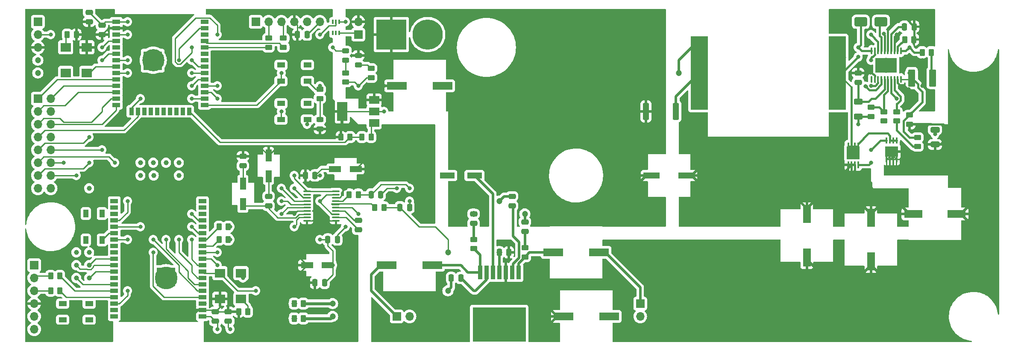
<source format=gbr>
%TF.GenerationSoftware,KiCad,Pcbnew,7.0.10*%
%TF.CreationDate,2024-02-28T12:35:52-05:00*%
%TF.ProjectId,PCB_Main_Sandbox,5043425f-4d61-4696-9e5f-53616e64626f,rev?*%
%TF.SameCoordinates,Original*%
%TF.FileFunction,Copper,L1,Top*%
%TF.FilePolarity,Positive*%
%FSLAX46Y46*%
G04 Gerber Fmt 4.6, Leading zero omitted, Abs format (unit mm)*
G04 Created by KiCad (PCBNEW 7.0.10) date 2024-02-28 12:35:52*
%MOMM*%
%LPD*%
G01*
G04 APERTURE LIST*
G04 Aperture macros list*
%AMRoundRect*
0 Rectangle with rounded corners*
0 $1 Rounding radius*
0 $2 $3 $4 $5 $6 $7 $8 $9 X,Y pos of 4 corners*
0 Add a 4 corners polygon primitive as box body*
4,1,4,$2,$3,$4,$5,$6,$7,$8,$9,$2,$3,0*
0 Add four circle primitives for the rounded corners*
1,1,$1+$1,$2,$3*
1,1,$1+$1,$4,$5*
1,1,$1+$1,$6,$7*
1,1,$1+$1,$8,$9*
0 Add four rect primitives between the rounded corners*
20,1,$1+$1,$2,$3,$4,$5,0*
20,1,$1+$1,$4,$5,$6,$7,0*
20,1,$1+$1,$6,$7,$8,$9,0*
20,1,$1+$1,$8,$9,$2,$3,0*%
G04 Aperture macros list end*
%TA.AperFunction,ComponentPad*%
%ADD10R,1.700000X1.700000*%
%TD*%
%TA.AperFunction,ComponentPad*%
%ADD11O,1.700000X1.700000*%
%TD*%
%TA.AperFunction,SMDPad,CuDef*%
%ADD12R,2.997200X1.193800*%
%TD*%
%TA.AperFunction,SMDPad,CuDef*%
%ADD13RoundRect,0.250000X-0.362500X-1.425000X0.362500X-1.425000X0.362500X1.425000X-0.362500X1.425000X0*%
%TD*%
%TA.AperFunction,SMDPad,CuDef*%
%ADD14R,0.304800X1.294801*%
%TD*%
%TA.AperFunction,SMDPad,CuDef*%
%ADD15R,2.500000X2.000000*%
%TD*%
%TA.AperFunction,SMDPad,CuDef*%
%ADD16RoundRect,0.250000X0.450000X-0.262500X0.450000X0.262500X-0.450000X0.262500X-0.450000X-0.262500X0*%
%TD*%
%TA.AperFunction,SMDPad,CuDef*%
%ADD17RoundRect,0.250000X0.625000X-0.312500X0.625000X0.312500X-0.625000X0.312500X-0.625000X-0.312500X0*%
%TD*%
%TA.AperFunction,SMDPad,CuDef*%
%ADD18R,3.911600X1.498600*%
%TD*%
%TA.AperFunction,SMDPad,CuDef*%
%ADD19R,1.500000X0.900000*%
%TD*%
%TA.AperFunction,SMDPad,CuDef*%
%ADD20R,0.900000X1.500000*%
%TD*%
%TA.AperFunction,SMDPad,CuDef*%
%ADD21R,0.900000X0.900000*%
%TD*%
%TA.AperFunction,SMDPad,CuDef*%
%ADD22RoundRect,0.250000X0.262500X0.450000X-0.262500X0.450000X-0.262500X-0.450000X0.262500X-0.450000X0*%
%TD*%
%TA.AperFunction,SMDPad,CuDef*%
%ADD23RoundRect,0.250000X-0.450000X0.262500X-0.450000X-0.262500X0.450000X-0.262500X0.450000X0.262500X0*%
%TD*%
%TA.AperFunction,SMDPad,CuDef*%
%ADD24R,1.549400X0.990600*%
%TD*%
%TA.AperFunction,SMDPad,CuDef*%
%ADD25RoundRect,0.250000X0.475000X-0.250000X0.475000X0.250000X-0.475000X0.250000X-0.475000X-0.250000X0*%
%TD*%
%TA.AperFunction,ComponentPad*%
%ADD26C,6.000000*%
%TD*%
%TA.AperFunction,ComponentPad*%
%ADD27R,6.000000X6.000000*%
%TD*%
%TA.AperFunction,SMDPad,CuDef*%
%ADD28R,0.890000X2.790000*%
%TD*%
%TA.AperFunction,SMDPad,CuDef*%
%ADD29R,10.580000X6.840000*%
%TD*%
%TA.AperFunction,SMDPad,CuDef*%
%ADD30RoundRect,0.250000X0.250000X0.475000X-0.250000X0.475000X-0.250000X-0.475000X0.250000X-0.475000X0*%
%TD*%
%TA.AperFunction,SMDPad,CuDef*%
%ADD31RoundRect,0.243750X0.456250X-0.243750X0.456250X0.243750X-0.456250X0.243750X-0.456250X-0.243750X0*%
%TD*%
%TA.AperFunction,SMDPad,CuDef*%
%ADD32RoundRect,0.250000X-0.475000X0.250000X-0.475000X-0.250000X0.475000X-0.250000X0.475000X0.250000X0*%
%TD*%
%TA.AperFunction,SMDPad,CuDef*%
%ADD33R,0.439998X1.389999*%
%TD*%
%TA.AperFunction,SMDPad,CuDef*%
%ADD34R,0.439998X1.389998*%
%TD*%
%TA.AperFunction,SMDPad,CuDef*%
%ADD35R,2.550000X2.550000*%
%TD*%
%TA.AperFunction,SMDPad,CuDef*%
%ADD36RoundRect,0.250000X-0.262500X-0.450000X0.262500X-0.450000X0.262500X0.450000X-0.262500X0.450000X0*%
%TD*%
%TA.AperFunction,SMDPad,CuDef*%
%ADD37RoundRect,0.243750X-0.456250X0.243750X-0.456250X-0.243750X0.456250X-0.243750X0.456250X0.243750X0*%
%TD*%
%TA.AperFunction,SMDPad,CuDef*%
%ADD38R,2.000000X1.800000*%
%TD*%
%TA.AperFunction,SMDPad,CuDef*%
%ADD39RoundRect,0.250000X-1.000000X-0.650000X1.000000X-0.650000X1.000000X0.650000X-1.000000X0.650000X0*%
%TD*%
%TA.AperFunction,SMDPad,CuDef*%
%ADD40R,3.302000X1.219200*%
%TD*%
%TA.AperFunction,SMDPad,CuDef*%
%ADD41R,1.498600X3.606800*%
%TD*%
%TA.AperFunction,SMDPad,CuDef*%
%ADD42R,0.355600X0.876300*%
%TD*%
%TA.AperFunction,SMDPad,CuDef*%
%ADD43RoundRect,0.250000X0.650000X-0.325000X0.650000X0.325000X-0.650000X0.325000X-0.650000X-0.325000X0*%
%TD*%
%TA.AperFunction,SMDPad,CuDef*%
%ADD44R,0.990600X1.549400*%
%TD*%
%TA.AperFunction,SMDPad,CuDef*%
%ADD45RoundRect,0.250000X-0.250000X-0.475000X0.250000X-0.475000X0.250000X0.475000X-0.250000X0.475000X0*%
%TD*%
%TA.AperFunction,SMDPad,CuDef*%
%ADD46R,1.168400X2.413000*%
%TD*%
%TA.AperFunction,SMDPad,CuDef*%
%ADD47RoundRect,0.100000X0.637500X0.100000X-0.637500X0.100000X-0.637500X-0.100000X0.637500X-0.100000X0*%
%TD*%
%TA.AperFunction,SMDPad,CuDef*%
%ADD48R,3.606800X1.498600*%
%TD*%
%TA.AperFunction,SMDPad,CuDef*%
%ADD49R,2.413000X1.168400*%
%TD*%
%TA.AperFunction,SMDPad,CuDef*%
%ADD50R,2.000000X1.500000*%
%TD*%
%TA.AperFunction,SMDPad,CuDef*%
%ADD51R,2.000000X3.800000*%
%TD*%
%TA.AperFunction,SMDPad,CuDef*%
%ADD52O,0.349999X1.400000*%
%TD*%
%TA.AperFunction,SMDPad,CuDef*%
%ADD53R,4.199999X2.999999*%
%TD*%
%TA.AperFunction,SMDPad,CuDef*%
%ADD54R,3.352800X14.554200*%
%TD*%
%TA.AperFunction,SMDPad,CuDef*%
%ADD55RoundRect,0.249999X0.450001X1.450001X-0.450001X1.450001X-0.450001X-1.450001X0.450001X-1.450001X0*%
%TD*%
%TA.AperFunction,ViaPad*%
%ADD56C,0.800000*%
%TD*%
%TA.AperFunction,ViaPad*%
%ADD57C,1.200000*%
%TD*%
%TA.AperFunction,ViaPad*%
%ADD58C,4.500000*%
%TD*%
%TA.AperFunction,ViaPad*%
%ADD59C,4.400000*%
%TD*%
%TA.AperFunction,ViaPad*%
%ADD60C,3.000000*%
%TD*%
%TA.AperFunction,ViaPad*%
%ADD61C,1.000000*%
%TD*%
%TA.AperFunction,Conductor*%
%ADD62C,0.250000*%
%TD*%
%TA.AperFunction,Conductor*%
%ADD63C,0.500000*%
%TD*%
%TA.AperFunction,Conductor*%
%ADD64C,0.450000*%
%TD*%
%TA.AperFunction,Conductor*%
%ADD65C,0.400000*%
%TD*%
%TA.AperFunction,Conductor*%
%ADD66C,0.600000*%
%TD*%
G04 APERTURE END LIST*
D10*
%TO.P,Boot2WROOM1,1,DTR*%
%TO.N,unconnected-(Boot2WROOM1-DTR-Pad1)*%
X121920000Y-12700000D03*
D11*
%TO.P,Boot2WROOM1,2,RX*%
%TO.N,Net-(Boot2WROOM1-RX)*%
X124460000Y-12700000D03*
%TO.P,Boot2WROOM1,3,TX*%
%TO.N,Net-(Boot2WROOM1-TX)*%
X127000000Y-12700000D03*
%TO.P,Boot2WROOM1,4,VCC*%
%TO.N,3.3V*%
X129540000Y-12700000D03*
%TO.P,Boot2WROOM1,5,CT5*%
%TO.N,unconnected-(Boot2WROOM1-CT5-Pad5)*%
X132080000Y-12700000D03*
%TO.P,Boot2WROOM1,6,GND*%
%TO.N,GND*%
X134620000Y-12700000D03*
%TD*%
D10*
%TO.P,Boot2ROVER1,1,DTR*%
%TO.N,unconnected-(Boot2ROVER1-DTR-Pad1)*%
X78025000Y-60960000D03*
D11*
%TO.P,Boot2ROVER1,2,RX*%
%TO.N,Net-(Boot2ROVER1-RX)*%
X78025000Y-63500000D03*
%TO.P,Boot2ROVER1,3,TX*%
%TO.N,Net-(Boot2ROVER1-TX)*%
X78025000Y-66040000D03*
%TO.P,Boot2ROVER1,4,VCC*%
%TO.N,3.3V*%
X78025000Y-68580000D03*
%TO.P,Boot2ROVER1,5,CT5*%
%TO.N,unconnected-(Boot2ROVER1-CT5-Pad5)*%
X78025000Y-71120000D03*
%TO.P,Boot2ROVER1,6,GND*%
%TO.N,GND*%
X78025000Y-73660000D03*
%TD*%
D12*
%TO.P,Cb1,1*%
%TO.N,Net-(U6-Bias)*%
X165265100Y-43180000D03*
%TO.P,Cb1,2*%
%TO.N,AGND*%
X159854900Y-43180000D03*
%TD*%
D13*
%TO.P,Rsense1,1*%
%TO.N,5V*%
X199259600Y-30480000D03*
%TO.P,Rsense1,2*%
%TO.N,Net-(U4-CSN)*%
X205184600Y-30480000D03*
%TD*%
D14*
%TO.P,M2,1,SOURCE*%
%TO.N,Net-(M1-Back)*%
X248917099Y-36207401D03*
%TO.P,M2,2,SOURCE*%
X248267101Y-36207401D03*
%TO.P,M2,3,SOURCE*%
X247617099Y-36207401D03*
%TO.P,M2,4,GATE*%
%TO.N,Net-(M2-GATE)*%
X246967101Y-36207401D03*
%TO.P,M2,5,DRAIN*%
%TO.N,14V*%
X246967101Y-40000000D03*
%TO.P,M2,6,DRAIN*%
X247617099Y-40000000D03*
%TO.P,M2,7,DRAIN*%
X248267101Y-40000000D03*
%TO.P,M2,8,DRAIN*%
X248917099Y-40000000D03*
D15*
%TO.P,M2,9,DRAIN*%
X247942100Y-38431000D03*
%TD*%
D16*
%TO.P,R11,1*%
%TO.N,RXD0_WROOM*%
X124460000Y-17780000D03*
%TO.P,R11,2*%
%TO.N,Net-(Boot2WROOM1-RX)*%
X124460000Y-15955000D03*
%TD*%
D17*
%TO.P,Rvin1,1*%
%TO.N,5V*%
X241300000Y-31460001D03*
%TO.P,Rvin1,2*%
%TO.N,Net-(U4-VIN)*%
X241300000Y-28535001D03*
%TD*%
D18*
%TO.P,C3b1,1*%
%TO.N,14V*%
X182880000Y-71120000D03*
%TO.P,C3b1,2*%
%TO.N,AGND*%
X191973200Y-71120000D03*
%TD*%
D19*
%TO.P,U2,1,GND*%
%TO.N,GND*%
X94260000Y-12700000D03*
%TO.P,U2,2,3V3*%
%TO.N,3.3V*%
X94260000Y-13970000D03*
%TO.P,U2,3,EN/CHIP_PU*%
%TO.N,EN_WROOM*%
X94260000Y-15240000D03*
%TO.P,U2,4,SENSOR_VP/GPIO36/ADC1_CH0*%
%TO.N,Light_Reading*%
X94260000Y-16510000D03*
%TO.P,U2,5,SENSOR_VN/GPIO39/ADC1_CH3*%
%TO.N,WIO39*%
X94260000Y-17780000D03*
%TO.P,U2,6,GPIO34/ADC1_CH6*%
%TO.N,WIO34*%
X94260000Y-19050000D03*
%TO.P,U2,7,GPIO35/ADC1_CH7*%
%TO.N,WROOM_TO_FANS*%
X94260000Y-20320000D03*
%TO.P,U2,8,32K_XP/GPIO32/ADC1_CH4*%
%TO.N,EXT_WROOM_CLK_OUT*%
X94260000Y-21590000D03*
%TO.P,U2,9,32K_XN/GPIO33/ADC1_CH5*%
%TO.N,D_PIN*%
X94260000Y-22860000D03*
%TO.P,U2,10,DAC_1/ADC2_CH8/GPIO25*%
%TO.N,R1_PIN*%
X94260000Y-24130000D03*
%TO.P,U2,11,DAC_2/ADC2_CH9/GPIO26*%
%TO.N,G1_PIN*%
X94260000Y-25400000D03*
%TO.P,U2,12,ADC2_CH7/GPIO27*%
%TO.N,B1_PIN*%
X94260000Y-26670000D03*
%TO.P,U2,13,MTMS/GPIO14/ADC2_CH6*%
%TO.N,R2_PIN*%
X94260000Y-27940000D03*
%TO.P,U2,14,MTDI/GPIO12/ADC2_CH5*%
%TO.N,G2_PIN*%
X94260000Y-29210000D03*
D20*
%TO.P,U2,15,GND*%
%TO.N,GND*%
X97290000Y-30460000D03*
%TO.P,U2,16,MTCK/GPIO13/ADC2_CH4*%
%TO.N,B2_PIN*%
X98560000Y-30460000D03*
%TO.P,U2,17*%
%TO.N,N/C*%
X99830000Y-30460000D03*
%TO.P,U2,18*%
X101100000Y-30460000D03*
%TO.P,U2,19*%
X102370000Y-30460000D03*
%TO.P,U2,20*%
X103640000Y-30460000D03*
%TO.P,U2,21*%
X104910000Y-30460000D03*
%TO.P,U2,22*%
X106180000Y-30460000D03*
%TO.P,U2,23,MTDO/GPIO15/ADC2_CH3*%
%TO.N,OE_PIN*%
X107450000Y-30460000D03*
%TO.P,U2,24,ADC2_CH2/GPIO2*%
%TO.N,Therm_Reading*%
X108720000Y-30460000D03*
D19*
%TO.P,U2,25,GPIO0/BOOT/ADC2_CH1*%
%TO.N,IO0_WROOM*%
X111760000Y-29210000D03*
%TO.P,U2,26,ADC2_CH0/GPIO4*%
%TO.N,STB*%
X111760000Y-27940000D03*
%TO.P,U2,27,GPIO16*%
%TO.N,WROOM_TALK_RX*%
X111760000Y-26670000D03*
%TO.P,U2,28,GPIO17*%
%TO.N,WROOM_TALK_TX*%
X111760000Y-25400000D03*
%TO.P,U2,29,GPIO5*%
%TO.N,C_PIN*%
X111760000Y-24130000D03*
%TO.P,U2,30,GPIO18*%
%TO.N,CLK_PIN*%
X111760000Y-22860000D03*
%TO.P,U2,31,GPIO19*%
%TO.N,B_PIN*%
X111760000Y-21590000D03*
%TO.P,U2,32*%
%TO.N,N/C*%
X111760000Y-20320000D03*
%TO.P,U2,33,GPIO21*%
%TO.N,WIO21*%
X111760000Y-19050000D03*
%TO.P,U2,34,U0RXD/GPIO3*%
%TO.N,RXD0_WROOM*%
X111760000Y-17780000D03*
%TO.P,U2,35,U0TXD/GPIO1*%
%TO.N,TXD0_WROOM*%
X111760000Y-16510000D03*
%TO.P,U2,36,GPIO22*%
%TO.N,WIO22*%
X111760000Y-15240000D03*
%TO.P,U2,37,GPIO23*%
%TO.N,A_PIN*%
X111760000Y-13970000D03*
%TO.P,U2,38,GND*%
%TO.N,GND*%
X111760000Y-12700000D03*
D21*
%TO.P,U2,39,GND_THERMAL*%
X100110000Y-19020000D03*
X100110000Y-19020000D03*
X100110000Y-20420000D03*
X100110000Y-21820000D03*
X100110000Y-21820000D03*
X101510000Y-19020000D03*
X101510000Y-20420000D03*
X101510000Y-21820000D03*
X101510000Y-21820000D03*
X102910000Y-19020000D03*
X102910000Y-20420000D03*
X102910000Y-21820000D03*
%TD*%
D22*
%TO.P,R18,1*%
%TO.N,WROOM_TALK_TX*%
X116470000Y-53340000D03*
%TO.P,R18,2*%
%TO.N,ROVER_TALK_RX*%
X114645000Y-53340000D03*
%TD*%
D23*
%TO.P,R21,1*%
%TO.N,Net-(D7-K)*%
X139700000Y-22860000D03*
%TO.P,R21,2*%
%TO.N,GND*%
X139700000Y-24685000D03*
%TD*%
D18*
%TO.P,C0R1,1*%
%TO.N,Net-(U6-Out_A)*%
X156946600Y-60960000D03*
%TO.P,C0R1,2*%
%TO.N,Net-(J6-Pin_1)*%
X147853400Y-60960000D03*
%TD*%
D24*
%TO.P,SW1,1,1*%
%TO.N,GND*%
X132165001Y-24459999D03*
%TO.P,SW1,2,2*%
%TO.N,IO0_WROOM*%
X126914999Y-24459999D03*
%TO.P,SW1,3*%
%TO.N,N/C*%
X132165001Y-21260001D03*
%TO.P,SW1,4*%
X126914999Y-21260001D03*
%TD*%
D10*
%TO.P,J5,1,Pin_1*%
%TO.N,Net-(J5-Pin_1)*%
X198120000Y-68580000D03*
D11*
%TO.P,J5,2,Pin_2*%
%TO.N,AGND*%
X198120000Y-71120000D03*
%TD*%
D10*
%TO.P,J4,1,Pin_1*%
%TO.N,Net-(J4-Pin_1)*%
X142240000Y-15240000D03*
D11*
%TO.P,J4,2,Pin_2*%
%TO.N,5V*%
X142240000Y-12700000D03*
%TD*%
D25*
%TO.P,C7,1*%
%TO.N,3.3V*%
X88900000Y-12700000D03*
%TO.P,C7,2*%
%TO.N,GND*%
X88900000Y-10800000D03*
%TD*%
D24*
%TO.P,SW4,1,1*%
%TO.N,GND*%
X83649998Y-68580000D03*
%TO.P,SW4,2,2*%
%TO.N,EN_ROVER*%
X88900000Y-68580000D03*
%TO.P,SW4,3*%
%TO.N,N/C*%
X83649998Y-71779998D03*
%TO.P,SW4,4*%
X88900000Y-71779998D03*
%TD*%
D23*
%TO.P,Rfbb1,1*%
%TO.N,Net-(U4-FB)*%
X253087500Y-35627501D03*
%TO.P,Rfbb1,2*%
%TO.N,GND*%
X253087500Y-37452501D03*
%TD*%
D16*
%TO.P,Ruvt1,1*%
%TO.N,5V*%
X243840000Y-31460001D03*
%TO.P,Ruvt1,2*%
%TO.N,Net-(U4-UVLO)*%
X243840000Y-29635001D03*
%TD*%
D26*
%TO.P,J2,N,NEG*%
%TO.N,GND*%
X156000000Y-15240000D03*
D27*
%TO.P,J2,P,POS*%
%TO.N,5V*%
X148800000Y-15240000D03*
%TD*%
D28*
%TO.P,U6,1,Out_B*%
%TO.N,Net-(U6-Out_B)*%
X173990000Y-62390000D03*
%TO.P,U6,2,In_B*%
%TO.N,Net-(U6-In_B)*%
X172720000Y-62390000D03*
%TO.P,U6,3,Vcc*%
%TO.N,14V*%
X171450000Y-62390000D03*
%TO.P,U6,4,GND*%
%TO.N,AGND*%
X170180000Y-62390000D03*
%TO.P,U6,5,Bias*%
%TO.N,Net-(U6-Bias)*%
X168910000Y-62390000D03*
%TO.P,U6,6,In_A*%
%TO.N,Net-(U6-In_A)*%
X167640000Y-62390000D03*
%TO.P,U6,7,Out_A*%
%TO.N,Net-(U6-Out_A)*%
X166370000Y-62390000D03*
D29*
%TO.P,U6,8,TAB*%
%TO.N,unconnected-(U6-TAB-Pad8)*%
X170180000Y-72740000D03*
%TD*%
D23*
%TO.P,R1,1*%
%TO.N,Net-(D1-K)*%
X144780000Y-21947500D03*
%TO.P,R1,2*%
%TO.N,GND*%
X144780000Y-23772500D03*
%TD*%
D25*
%TO.P,C22,1*%
%TO.N,Net-(U7-LDOO)*%
X124460000Y-49210000D03*
%TO.P,C22,2*%
%TO.N,GND*%
X124460000Y-47310000D03*
%TD*%
D22*
%TO.P,R19,1*%
%TO.N,WROOM_TALK_RX*%
X116470000Y-55880000D03*
%TO.P,R19,2*%
%TO.N,ROVER_TALK_TX*%
X114645000Y-55880000D03*
%TD*%
D18*
%TO.P,C6,1*%
%TO.N,5V*%
X149860000Y-25400000D03*
%TO.P,C6,2*%
%TO.N,GND*%
X158953200Y-25400000D03*
%TD*%
D30*
%TO.P,Csc1,1*%
%TO.N,14V*%
X172080000Y-58420000D03*
%TO.P,Csc1,2*%
%TO.N,AGND*%
X170180000Y-58420000D03*
%TD*%
D10*
%TO.P,LightSensorConnector1,1,Pin_1*%
%TO.N,GND*%
X78740000Y-12700000D03*
D11*
%TO.P,LightSensorConnector1,2,Pin_2*%
%TO.N,Light_Reading*%
X78740000Y-15240000D03*
%TO.P,LightSensorConnector1,3,Pin_3*%
%TO.N,3.3V*%
X78740000Y-17780000D03*
%TD*%
D23*
%TO.P,Ruvb1,1*%
%TO.N,Net-(U4-UVLO)*%
X246380000Y-30547501D03*
%TO.P,Ruvb1,2*%
%TO.N,GND*%
X246380000Y-32372501D03*
%TD*%
D25*
%TO.P,CsnL1,1*%
%TO.N,Net-(CsnL1-Pad1)*%
X175260000Y-54290000D03*
%TO.P,CsnL1,2*%
%TO.N,AGND*%
X175260000Y-52390000D03*
%TD*%
D31*
%TO.P,D7,1,K*%
%TO.N,Net-(D7-K)*%
X139700000Y-20320000D03*
%TO.P,D7,2,A*%
%TO.N,Net-(D7-A)*%
X139700000Y-18445000D03*
%TD*%
D32*
%TO.P,C17,1*%
%TO.N,3.3V*%
X113930000Y-70170000D03*
%TO.P,C17,2*%
%TO.N,GND*%
X113930000Y-72070000D03*
%TD*%
D33*
%TO.P,M1,1,S1*%
%TO.N,GND*%
X239349999Y-41046999D03*
%TO.P,M1,2,S2*%
X240000000Y-41046999D03*
%TO.P,M1,3,S3*%
X240649999Y-41046999D03*
%TO.P,M1,4,G*%
%TO.N,Net-(M1-G)*%
X241300000Y-41046999D03*
%TO.P,M1,5,D1*%
%TO.N,Net-(M1-Back)*%
X241300000Y-37356999D03*
%TO.P,M1,6,D2*%
X240650002Y-37356999D03*
%TO.P,M1,7,D3*%
X240000000Y-37356999D03*
D34*
%TO.P,M1,8,D4*%
X239350002Y-37356999D03*
D35*
%TO.P,M1,9,Back*%
X240325001Y-38701999D03*
%TD*%
D16*
%TO.P,RsnL1,1*%
%TO.N,Net-(U6-Out_B)*%
X175260000Y-59332500D03*
%TO.P,RsnL1,2*%
%TO.N,Net-(CsnL1-Pad1)*%
X175260000Y-57507500D03*
%TD*%
D30*
%TO.P,C26,1*%
%TO.N,Net-(U7-VNEG)*%
X138110000Y-55880000D03*
%TO.P,C26,2*%
%TO.N,AGND*%
X136210000Y-55880000D03*
%TD*%
D22*
%TO.P,R2,1*%
%TO.N,3.3V*%
X86360000Y-15240000D03*
%TO.P,R2,2*%
%TO.N,Net-(Y1-EOH)*%
X84535000Y-15240000D03*
%TD*%
D36*
%TO.P,Rslope1,1*%
%TO.N,Net-(U4-SLOPE)*%
X250547500Y-16220001D03*
%TO.P,Rslope1,2*%
%TO.N,GND*%
X252372500Y-16220001D03*
%TD*%
D37*
%TO.P,D6,1,K*%
%TO.N,Net-(D6-K)*%
X134620000Y-32082500D03*
%TO.P,D6,2,A*%
%TO.N,3.3V*%
X134620000Y-33957500D03*
%TD*%
D38*
%TO.P,Y1,1,EOH*%
%TO.N,Net-(Y1-EOH)*%
X84260000Y-17780000D03*
%TO.P,Y1,2,GND*%
%TO.N,GND*%
X84260000Y-22860000D03*
%TO.P,Y1,3,OUTPUT*%
%TO.N,EXT_WROOM_CLK_OUT*%
X88460000Y-22860000D03*
%TO.P,Y1,4,VCC*%
%TO.N,3.3V*%
X88460000Y-17780000D03*
%TD*%
D39*
%TO.P,Dbst1,1,K*%
%TO.N,Net-(Dbst1-K)*%
X241840000Y-12700000D03*
%TO.P,Dbst1,2,A*%
%TO.N,Net-(Dbst1-A)*%
X245840000Y-12700000D03*
%TD*%
D36*
%TO.P,R23,1*%
%TO.N,Net-(U7-OUTR)*%
X140415000Y-46960000D03*
%TO.P,R23,2*%
%TO.N,Left_Audio*%
X142240000Y-46960000D03*
%TD*%
D25*
%TO.P,C23,1*%
%TO.N,GND*%
X119380000Y-41264800D03*
%TO.P,C23,2*%
%TO.N,3.3V*%
X119380000Y-39364800D03*
%TD*%
D10*
%TO.P,J6,1,Pin_1*%
%TO.N,Net-(J6-Pin_1)*%
X149860000Y-71120000D03*
D11*
%TO.P,J6,2,Pin_2*%
%TO.N,AGND*%
X152400000Y-71120000D03*
%TD*%
D40*
%TO.P,Cin1,1*%
%TO.N,5V*%
X200393300Y-43180000D03*
%TO.P,Cin1,2*%
%TO.N,GND*%
X207302100Y-43180000D03*
%TD*%
D41*
%TO.P,Cout3,1*%
%TO.N,14V*%
X243840000Y-60185300D03*
%TO.P,Cout3,2*%
%TO.N,GND*%
X243840000Y-51574700D03*
%TD*%
D32*
%TO.P,C15,1*%
%TO.N,3.3V*%
X116470000Y-70170000D03*
%TO.P,C15,2*%
%TO.N,GND*%
X116470000Y-72070000D03*
%TD*%
D10*
%TO.P,J3,1,Pin_1*%
%TO.N,R1_PIN*%
X78740000Y-27940000D03*
D11*
%TO.P,J3,2,Pin_2*%
%TO.N,G1_PIN*%
X81280000Y-27940000D03*
%TO.P,J3,3,Pin_3*%
%TO.N,B1_PIN*%
X78740000Y-30480000D03*
%TO.P,J3,4,Pin_4*%
%TO.N,GND*%
X81280000Y-30480000D03*
%TO.P,J3,5,Pin_5*%
%TO.N,R2_PIN*%
X78740000Y-33020000D03*
%TO.P,J3,6,Pin_6*%
%TO.N,G2_PIN*%
X81280000Y-33020000D03*
%TO.P,J3,7,Pin_7*%
%TO.N,B2_PIN*%
X78740000Y-35560000D03*
%TO.P,J3,8,Pin_8*%
%TO.N,GND*%
X81280000Y-35560000D03*
%TO.P,J3,9,Pin_9*%
%TO.N,A_PIN*%
X78740000Y-38100000D03*
%TO.P,J3,10,Pin_10*%
%TO.N,B_PIN*%
X81280000Y-38100000D03*
%TO.P,J3,11,Pin_11*%
%TO.N,C_PIN*%
X78740000Y-40640000D03*
%TO.P,J3,12,Pin_12*%
%TO.N,D_PIN*%
X81280000Y-40640000D03*
%TO.P,J3,13,Pin_13*%
%TO.N,CLK_PIN*%
X78740000Y-43180000D03*
%TO.P,J3,14,Pin_14*%
%TO.N,STB*%
X81280000Y-43180000D03*
%TO.P,J3,15,Pin_15*%
%TO.N,OE*%
X78740000Y-45720000D03*
%TO.P,J3,16,Pin_16*%
%TO.N,GND*%
X81280000Y-45720000D03*
%TD*%
D42*
%TO.P,Q3,1,S1*%
%TO.N,unconnected-(Q3-S1-Pad1)*%
X137160000Y-14922500D03*
%TO.P,Q3,2,G1*%
%TO.N,unconnected-(Q3-G1-Pad2)*%
X137809986Y-14922500D03*
%TO.P,Q3,3,D2*%
%TO.N,Net-(J4-Pin_1)*%
X138459972Y-14922500D03*
%TO.P,Q3,4,S2*%
%TO.N,Net-(D7-A)*%
X138459972Y-12700000D03*
%TO.P,Q3,5,G2*%
%TO.N,WROOM_TO_FANS*%
X137809986Y-12700000D03*
%TO.P,Q3,6,D1*%
%TO.N,unconnected-(Q3-D1-Pad6)*%
X137160000Y-12700000D03*
%TD*%
D30*
%TO.P,C25,1*%
%TO.N,AGND*%
X133675000Y-43180000D03*
%TO.P,C25,2*%
%TO.N,3.3V*%
X131775000Y-43180000D03*
%TD*%
D36*
%TO.P,Rcomp1,1*%
%TO.N,Net-(U4-COMP)*%
X254000000Y-18760001D03*
%TO.P,Rcomp1,2*%
%TO.N,Net-(Ccomp1-Pad1)*%
X255825000Y-18760001D03*
%TD*%
%TO.P,R17,1*%
%TO.N,Therm_Reading*%
X142955000Y-35560000D03*
%TO.P,R17,2*%
%TO.N,GND*%
X144780000Y-35560000D03*
%TD*%
D43*
%TO.P,Coutx1,1*%
%TO.N,14V*%
X256540000Y-37035000D03*
%TO.P,Coutx1,2*%
%TO.N,GND*%
X256540000Y-34085000D03*
%TD*%
D16*
%TO.P,Rfbt1,1*%
%TO.N,14V*%
X251460000Y-33020000D03*
%TO.P,Rfbt1,2*%
%TO.N,Net-(U4-FB)*%
X251460000Y-31195000D03*
%TD*%
D44*
%TO.P,SW3,1,1*%
%TO.N,GND*%
X91440000Y-50714999D03*
%TO.P,SW3,2,2*%
%TO.N,IO0_ROVER*%
X91440000Y-55965001D03*
%TO.P,SW3,3*%
%TO.N,N/C*%
X88240002Y-50714999D03*
%TO.P,SW3,4*%
X88240002Y-55965001D03*
%TD*%
D45*
%TO.P,C31,1*%
%TO.N,Left_Audio*%
X144780000Y-46960000D03*
%TO.P,C31,2*%
%TO.N,AGND*%
X146680000Y-46960000D03*
%TD*%
D25*
%TO.P,Cvin1,1*%
%TO.N,Net-(U4-VIN)*%
X241300000Y-24760000D03*
%TO.P,Cvin1,2*%
%TO.N,GND*%
X241300000Y-22860000D03*
%TD*%
D36*
%TO.P,R24,1*%
%TO.N,GND*%
X129540000Y-68580000D03*
%TO.P,R24,2*%
%TO.N,AGND*%
X131365000Y-68580000D03*
%TD*%
D38*
%TO.P,Y2,1,EOH*%
%TO.N,Net-(Y2-EOH)*%
X119010000Y-67630000D03*
%TO.P,Y2,2,GND*%
%TO.N,GND*%
X119010000Y-62550000D03*
%TO.P,Y2,3,OUTPUT*%
%TO.N,EXT_ROVER_CLK_OUT*%
X114810000Y-62550000D03*
%TO.P,Y2,4,VCC*%
%TO.N,3.3V*%
X114810000Y-67630000D03*
%TD*%
D46*
%TO.P,C21,1*%
%TO.N,3.3V*%
X124460000Y-39207400D03*
%TO.P,C21,2*%
%TO.N,GND*%
X124460000Y-43322200D03*
%TD*%
D16*
%TO.P,R12,1*%
%TO.N,TXD0_WROOM*%
X127410000Y-17780000D03*
%TO.P,R12,2*%
%TO.N,Net-(Boot2WROOM1-TX)*%
X127410000Y-15955000D03*
%TD*%
D22*
%TO.P,R37,1*%
%TO.N,TXD0_ROVER*%
X83105000Y-66040000D03*
%TO.P,R37,2*%
%TO.N,Net-(Boot2ROVER1-TX)*%
X81280000Y-66040000D03*
%TD*%
D16*
%TO.P,RsnR1,1*%
%TO.N,Net-(U6-Out_A)*%
X165100000Y-57705000D03*
%TO.P,RsnR1,2*%
%TO.N,Net-(CsnR2-Pad1)*%
X165100000Y-55880000D03*
%TD*%
D18*
%TO.P,C0L1,1*%
%TO.N,Net-(U6-Out_B)*%
X180873400Y-58420000D03*
%TO.P,C0L1,2*%
%TO.N,Net-(J5-Pin_1)*%
X189966600Y-58420000D03*
%TD*%
D47*
%TO.P,U7,1,CPVDD*%
%TO.N,3.3V*%
X137805000Y-52160000D03*
%TO.P,U7,2,CAPP*%
%TO.N,Net-(U7-CAPP)*%
X137805000Y-51510000D03*
%TO.P,U7,3,CPGND*%
%TO.N,AGND*%
X137805000Y-50860000D03*
%TO.P,U7,4,CAPM*%
%TO.N,Net-(U7-CAPM)*%
X137805000Y-50210000D03*
%TO.P,U7,5,VNEG*%
%TO.N,Net-(U7-VNEG)*%
X137805000Y-49560000D03*
%TO.P,U7,6,OUTL*%
%TO.N,Net-(U7-OUTL)*%
X137805000Y-48910000D03*
%TO.P,U7,7,OUTR*%
%TO.N,Net-(U7-OUTR)*%
X137805000Y-48260000D03*
%TO.P,U7,8,AVDD*%
%TO.N,3.3V*%
X137805000Y-47610000D03*
%TO.P,U7,9,AGND*%
%TO.N,AGND*%
X137805000Y-46960000D03*
%TO.P,U7,10,DEMP*%
%TO.N,GND*%
X137805000Y-46310000D03*
%TO.P,U7,11,FLT*%
X132080000Y-46310000D03*
%TO.P,U7,12,SCK*%
%TO.N,unconnected-(U7-SCK-Pad12)*%
X132080000Y-46960000D03*
%TO.P,U7,13,BCK*%
%TO.N,I2S-BCK*%
X132080000Y-47610000D03*
%TO.P,U7,14,DIN*%
%TO.N,I2S_DATA*%
X132080000Y-48260000D03*
%TO.P,U7,15,LRCK*%
%TO.N,I2S-WS*%
X132080000Y-48910000D03*
%TO.P,U7,16,FMT*%
%TO.N,GND*%
X132080000Y-49560000D03*
%TO.P,U7,17,XSMT*%
%TO.N,3.3V*%
X132080000Y-50210000D03*
%TO.P,U7,18,LDOO*%
%TO.N,Net-(U7-LDOO)*%
X132080000Y-50860000D03*
%TO.P,U7,19,DGND*%
%TO.N,GND*%
X132080000Y-51510000D03*
%TO.P,U7,20,DVDD*%
%TO.N,3.3V*%
X132080000Y-52160000D03*
%TD*%
D48*
%TO.P,Cout2,1*%
%TO.N,14V*%
X260845300Y-50800000D03*
%TO.P,Cout2,2*%
%TO.N,GND*%
X252234700Y-50800000D03*
%TD*%
D49*
%TO.P,C28,1*%
%TO.N,3.3V*%
X132080000Y-60960000D03*
%TO.P,C28,2*%
%TO.N,AGND*%
X136194800Y-60960000D03*
%TD*%
D50*
%TO.P,U3,1,GND*%
%TO.N,GND*%
X145390000Y-32780000D03*
%TO.P,U3,2,VO*%
%TO.N,3.3V*%
X145390000Y-30480000D03*
D51*
X139090000Y-30480000D03*
D50*
%TO.P,U3,3,VI*%
%TO.N,5V*%
X145390000Y-28180000D03*
%TD*%
D45*
%TO.P,CiR1,1*%
%TO.N,Right_Audio*%
X160660000Y-63500000D03*
%TO.P,CiR1,2*%
%TO.N,Net-(U6-In_A)*%
X162560000Y-63500000D03*
%TD*%
D52*
%TO.P,U4,1,SYNCOUT*%
%TO.N,unconnected-(U4-SYNCOUT-Pad1)*%
X243955002Y-24100000D03*
%TO.P,U4,2,OPT*%
%TO.N,GND*%
X244605003Y-24100000D03*
%TO.P,U4,3,CSN*%
%TO.N,Net-(U4-CSN)*%
X245255001Y-24100000D03*
%TO.P,U4,4,CSP*%
%TO.N,5V*%
X245905003Y-24100000D03*
%TO.P,U4,5,VIN*%
%TO.N,Net-(U4-VIN)*%
X246555001Y-24100000D03*
%TO.P,U4,6,UVLO*%
%TO.N,Net-(U4-UVLO)*%
X247205003Y-24100000D03*
%TO.P,U4,7,SS*%
%TO.N,Net-(U4-SS)*%
X247855001Y-24100000D03*
%TO.P,U4,8,SYNCIN_RT*%
%TO.N,Net-(U4-SYNCIN_RT)*%
X248505003Y-24100000D03*
%TO.P,U4,9,AGND*%
%TO.N,GND*%
X249155001Y-24100000D03*
%TO.P,U4,10,FB*%
%TO.N,Net-(U4-FB)*%
X249805002Y-24100000D03*
%TO.P,U4,11,COMP*%
%TO.N,Net-(U4-COMP)*%
X249805002Y-18500002D03*
%TO.P,U4,12,SLOPE*%
%TO.N,Net-(U4-SLOPE)*%
X249155001Y-18500002D03*
%TO.P,U4,13,MODE*%
%TO.N,GND*%
X248505003Y-18500002D03*
%TO.P,U4,14,RES*%
%TO.N,Net-(U4-RES)*%
X247855001Y-18500002D03*
%TO.P,U4,15,PGND*%
%TO.N,GND*%
X247205003Y-18500002D03*
%TO.P,U4,16,LO*%
%TO.N,Net-(M1-G)*%
X246555001Y-18500002D03*
%TO.P,U4,17,VCC*%
%TO.N,Net-(Dbst1-A)*%
X245905003Y-18500002D03*
%TO.P,U4,18,SW*%
%TO.N,Net-(M1-Back)*%
X245255001Y-18500002D03*
%TO.P,U4,19,HO*%
%TO.N,Net-(M2-GATE)*%
X244605003Y-18500002D03*
%TO.P,U4,20,BST*%
%TO.N,Net-(Dbst1-K)*%
X243955002Y-18500002D03*
D53*
%TO.P,U4,21,PAD*%
%TO.N,unconnected-(U4-PAD-Pad21)*%
X246880002Y-21300001D03*
%TD*%
D25*
%TO.P,CsnR2,1*%
%TO.N,Net-(CsnR2-Pad1)*%
X165100000Y-52700000D03*
%TO.P,CsnR2,2*%
%TO.N,AGND*%
X165100000Y-50800000D03*
%TD*%
D30*
%TO.P,C27,1*%
%TO.N,AGND*%
X135570000Y-64450000D03*
%TO.P,C27,2*%
%TO.N,3.3V*%
X133670000Y-64450000D03*
%TD*%
D25*
%TO.P,C24,1*%
%TO.N,Net-(U7-CAPP)*%
X142240000Y-53940000D03*
%TO.P,C24,2*%
%TO.N,Net-(U7-CAPM)*%
X142240000Y-52040000D03*
%TD*%
D32*
%TO.P,CiL1,1*%
%TO.N,Left_Audio*%
X172720000Y-47310000D03*
%TO.P,CiL1,2*%
%TO.N,Net-(U6-In_B)*%
X172720000Y-49210000D03*
%TD*%
D25*
%TO.P,C9,1*%
%TO.N,3.3V*%
X91440000Y-15240000D03*
%TO.P,C9,2*%
%TO.N,GND*%
X91440000Y-13340000D03*
%TD*%
D45*
%TO.P,Cres1,1*%
%TO.N,Net-(U4-RES)*%
X250510000Y-13680001D03*
%TO.P,Cres1,2*%
%TO.N,GND*%
X252410000Y-13680001D03*
%TD*%
D54*
%TO.P,L1,1,1*%
%TO.N,Net-(U4-CSN)*%
X209842100Y-22860000D03*
%TO.P,L1,2,2*%
%TO.N,Net-(M1-Back)*%
X237197900Y-22860000D03*
%TD*%
D23*
%TO.P,Rt1,1*%
%TO.N,Net-(U4-SYNCIN_RT)*%
X248920000Y-30547501D03*
%TO.P,Rt1,2*%
%TO.N,GND*%
X248920000Y-32372501D03*
%TD*%
D45*
%TO.P,C30,1*%
%TO.N,Right_Audio*%
X150500000Y-49500000D03*
%TO.P,C30,2*%
%TO.N,AGND*%
X152400000Y-49500000D03*
%TD*%
D31*
%TO.P,D1,1,K*%
%TO.N,Net-(D1-K)*%
X142240000Y-21257500D03*
%TO.P,D1,2,A*%
%TO.N,5V*%
X142240000Y-19382500D03*
%TD*%
D36*
%TO.P,R22,1*%
%TO.N,Net-(U7-OUTL)*%
X145495000Y-49500000D03*
%TO.P,R22,2*%
%TO.N,Right_Audio*%
X147320000Y-49500000D03*
%TD*%
%TO.P,TH1,1*%
%TO.N,3.3V*%
X138787500Y-35560000D03*
%TO.P,TH1,2*%
%TO.N,Therm_Reading*%
X140612500Y-35560000D03*
%TD*%
D55*
%TO.P,Ccomp1,1*%
%TO.N,Net-(Ccomp1-Pad1)*%
X256050000Y-23840001D03*
%TO.P,Ccomp1,2*%
%TO.N,Net-(U4-FB)*%
X251950000Y-23840001D03*
%TD*%
D24*
%TO.P,SW2,1,1*%
%TO.N,GND*%
X132165001Y-32079999D03*
%TO.P,SW2,2,2*%
%TO.N,EN_WROOM*%
X126914999Y-32079999D03*
%TO.P,SW2,3*%
%TO.N,N/C*%
X132165001Y-28880001D03*
%TO.P,SW2,4*%
X126914999Y-28880001D03*
%TD*%
D46*
%TO.P,C20,1*%
%TO.N,Net-(U7-LDOO)*%
X119380000Y-48884800D03*
%TO.P,C20,2*%
%TO.N,GND*%
X119380000Y-44770000D03*
%TD*%
D22*
%TO.P,R36,1*%
%TO.N,RXD0_ROVER*%
X83105000Y-63090000D03*
%TO.P,R36,2*%
%TO.N,Net-(Boot2ROVER1-RX)*%
X81280000Y-63090000D03*
%TD*%
D36*
%TO.P,R3,1*%
%TO.N,3.3V*%
X118537500Y-70170000D03*
%TO.P,R3,2*%
%TO.N,Net-(Y2-EOH)*%
X120362500Y-70170000D03*
%TD*%
D19*
%TO.P,U5,1,GND*%
%TO.N,GND*%
X111390000Y-71120000D03*
%TO.P,U5,2,3V3*%
%TO.N,3.3V*%
X111390000Y-69850000D03*
%TO.P,U5,3,EN/CHIP_PU*%
%TO.N,EN_ROVER*%
X111390000Y-68580000D03*
%TO.P,U5,4,SENSOR_VP/GPIO36/ADC1_CH0*%
%TO.N,RIO36*%
X111390000Y-67310000D03*
%TO.P,U5,5,SENSOR_VN/GPIO39/ADC1_CH3*%
%TO.N,RIO39*%
X111390000Y-66040000D03*
%TO.P,U5,6,GPIO34/ADC1_CH6*%
%TO.N,RIO34*%
X111390000Y-64770000D03*
%TO.P,U5,7,GPIO35/ADC1_CH7*%
%TO.N,RIO35*%
X111390000Y-63500000D03*
%TO.P,U5,8,32K_XP/GPIO32/ADC1_CH4*%
%TO.N,EXT_ROVER_CLK_OUT*%
X111390000Y-62230000D03*
%TO.P,U5,9,32K_XN/GPIO33/ADC1_CH5*%
%TO.N,RIO33*%
X111390000Y-60960000D03*
%TO.P,U5,10,DAC_1/ADC2_CH8/GPIO25*%
%TO.N,I2S_DATA*%
X111390000Y-59690000D03*
%TO.P,U5,11,DAC_2/ADC2_CH9/GPIO26*%
%TO.N,I2S-BCK*%
X111390000Y-58420000D03*
%TO.P,U5,12,ADC2_CH7/GPIO27*%
%TO.N,ROVER_TALK_TX*%
X111390000Y-57150000D03*
%TO.P,U5,13,MTMS/GPIO14/ADC2_CH6*%
%TO.N,ROVER_TALK_RX*%
X111390000Y-55880000D03*
%TO.P,U5,14,MTDI/GPIO12/ADC2_CH5*%
%TO.N,RIO12*%
X111390000Y-54610000D03*
%TO.P,U5,15,GND*%
%TO.N,GND*%
X111390000Y-53340000D03*
%TO.P,U5,16,MTCK/GPIO13/ADC2_CH4*%
%TO.N,RIO13*%
X111390000Y-52070000D03*
%TO.P,U5,17*%
%TO.N,N/C*%
X111390000Y-50800000D03*
%TO.P,U5,18*%
X111390000Y-49530000D03*
%TO.P,U5,19*%
X111390000Y-48260000D03*
%TO.P,U5,20*%
X93890000Y-48260000D03*
%TO.P,U5,21*%
X93890000Y-49530000D03*
%TO.P,U5,22*%
X93890000Y-50800000D03*
%TO.P,U5,23,MTDO/GPIO15/ADC2_CH3*%
%TO.N,RIO15*%
X93890000Y-52070000D03*
%TO.P,U5,24,ADC2_CH2/GPIO2*%
%TO.N,RIO2*%
X93890000Y-53340000D03*
%TO.P,U5,25,GPIO0/BOOT/ADC2_CH1*%
%TO.N,IO0_ROVER*%
X93890000Y-54610000D03*
%TO.P,U5,26,ADC2_CH0/GPIO4*%
%TO.N,RIO4*%
X93890000Y-55880000D03*
%TO.P,U5,27*%
%TO.N,N/C*%
X93890000Y-57150000D03*
%TO.P,U5,28*%
X93890000Y-58420000D03*
%TO.P,U5,29,GPIO5*%
%TO.N,RIO5*%
X93890000Y-59690000D03*
%TO.P,U5,30,GPIO18*%
%TO.N,RIO18*%
X93890000Y-60960000D03*
%TO.P,U5,31,GPIO19*%
%TO.N,RIO19*%
X93890000Y-62230000D03*
%TO.P,U5,32*%
%TO.N,N/C*%
X93890000Y-63500000D03*
%TO.P,U5,33,GPIO21*%
%TO.N,RIO21*%
X93890000Y-64770000D03*
%TO.P,U5,34,U0RXD/GPIO3*%
%TO.N,RXD0_ROVER*%
X93890000Y-66040000D03*
%TO.P,U5,35,U0TXD/GPIO1*%
%TO.N,TXD0_ROVER*%
X93890000Y-67310000D03*
%TO.P,U5,36,GPIO22*%
%TO.N,I2S-WS*%
X93890000Y-68580000D03*
%TO.P,U5,37,GPIO23*%
%TO.N,RIO23*%
X93890000Y-69850000D03*
%TO.P,U5,38,GND*%
%TO.N,GND*%
X93890000Y-71120000D03*
D21*
%TO.P,U5,39,GND_THERMAL*%
X105545000Y-64725000D03*
X105540000Y-63325000D03*
X105540000Y-61925000D03*
X104140000Y-64725000D03*
X104140000Y-63325000D03*
X104140000Y-61925000D03*
X102740000Y-64725000D03*
X102740000Y-63325000D03*
X102740000Y-61925000D03*
%TD*%
D16*
%TO.P,R16,1*%
%TO.N,Net-(D6-K)*%
X134620000Y-27940000D03*
%TO.P,R16,2*%
%TO.N,GND*%
X134620000Y-26115000D03*
%TD*%
D49*
%TO.P,C29,1*%
%TO.N,3.3V*%
X141757400Y-41880000D03*
%TO.P,C29,2*%
%TO.N,AGND*%
X137642600Y-41880000D03*
%TD*%
D41*
%TO.P,Cout1,1*%
%TO.N,14V*%
X231140000Y-59410600D03*
%TO.P,Cout1,2*%
%TO.N,GND*%
X231140000Y-50800000D03*
%TD*%
D36*
%TO.P,R25,1*%
%TO.N,GND*%
X129540000Y-71530000D03*
%TO.P,R25,2*%
%TO.N,AGND*%
X131365000Y-71530000D03*
%TD*%
D45*
%TO.P,CsnR1,1*%
%TO.N,3.3V*%
X130180000Y-15240000D03*
%TO.P,CsnR1,2*%
%TO.N,GND*%
X132080000Y-15240000D03*
%TD*%
D56*
%TO.N,3.3V*%
X129540000Y-50800000D03*
X81280000Y-68580000D03*
X116840000Y-66040000D03*
X147320000Y-30480000D03*
X127000000Y-53340000D03*
X99060000Y-15240000D03*
X88900000Y-17780000D03*
X139700000Y-45720000D03*
X134620000Y-53340000D03*
X109220000Y-71120000D03*
%TO.N,GND*%
X215900000Y-40640000D03*
X228600000Y-38100000D03*
X218440000Y-45720000D03*
X231140000Y-48260000D03*
D57*
X129540000Y-68580000D03*
D56*
X210820000Y-43180000D03*
X226060000Y-38100000D03*
X254000000Y-15240000D03*
X254000000Y-25400000D03*
X236220000Y-38100000D03*
X243831931Y-22809834D03*
D58*
X104140000Y-63500000D03*
D56*
X246380000Y-48260000D03*
X254000000Y-12700000D03*
X248920000Y-32437901D03*
X208280000Y-33020000D03*
X218440000Y-38100000D03*
X248920000Y-48260000D03*
X215900000Y-48260000D03*
X96520000Y-12700000D03*
X213360000Y-40640000D03*
X236220000Y-12700000D03*
X215900000Y-38100000D03*
X213360000Y-45720000D03*
X236220000Y-33020000D03*
X83820000Y-68580000D03*
X236220000Y-43180000D03*
X243840000Y-45720000D03*
X228600000Y-48260000D03*
X233680000Y-43180000D03*
X231140000Y-50800000D03*
X129540000Y-53340000D03*
X142240000Y-25400000D03*
X93980000Y-71120000D03*
X236220000Y-48260000D03*
X218440000Y-48260000D03*
X215900000Y-45720000D03*
X243840000Y-48260000D03*
X226060000Y-48260000D03*
X111760000Y-53340000D03*
X220980000Y-45720000D03*
X124460000Y-43047400D03*
X129540000Y-43180000D03*
X228600000Y-40640000D03*
X251296301Y-26116137D03*
X114300000Y-73660000D03*
X99060000Y-27940000D03*
X111760000Y-12700000D03*
X220980000Y-48260000D03*
X231140000Y-45720000D03*
X233680000Y-48260000D03*
X231140000Y-43180000D03*
X213360000Y-38100000D03*
D57*
X129540000Y-71530000D03*
D56*
X213360000Y-43180000D03*
X91440000Y-50800000D03*
X223520000Y-43180000D03*
X223520000Y-38100000D03*
X228600000Y-43180000D03*
X210820000Y-38100000D03*
X241300000Y-43180000D03*
X241300000Y-48260000D03*
X116840000Y-73660000D03*
X238760000Y-45720000D03*
X218440000Y-40640000D03*
X223520000Y-40640000D03*
X248920000Y-15240000D03*
X220980000Y-43180000D03*
X213360000Y-48260000D03*
X218440000Y-43180000D03*
X223520000Y-45720000D03*
X254000000Y-20320000D03*
X238760000Y-48260000D03*
X238760000Y-12700000D03*
X233680000Y-38100000D03*
X132080000Y-33020000D03*
X226060000Y-45720000D03*
D59*
X101600000Y-20320000D03*
D56*
X208280000Y-38100000D03*
X238760000Y-43180000D03*
X226060000Y-43180000D03*
X119380000Y-45587400D03*
X127000000Y-50800000D03*
X228600000Y-45720000D03*
X254000000Y-22860000D03*
X236220000Y-40640000D03*
X220980000Y-40640000D03*
X119380000Y-63500000D03*
X83820000Y-22860000D03*
X144780000Y-33020000D03*
X233680000Y-45720000D03*
X226060000Y-40640000D03*
X223520000Y-48260000D03*
X241300000Y-45720000D03*
X243840000Y-50800000D03*
X160020000Y-25400000D03*
X251460000Y-50800000D03*
X215900000Y-43180000D03*
X236220000Y-45720000D03*
X246380000Y-32437901D03*
X231140000Y-40640000D03*
X210820000Y-45720000D03*
X231140000Y-38100000D03*
X210820000Y-48260000D03*
X256540000Y-34977901D03*
X134620000Y-25400000D03*
X220980000Y-38100000D03*
X210820000Y-33020000D03*
X210820000Y-40640000D03*
X233680000Y-40640000D03*
%TO.N,IO0_WROOM*%
X127000000Y-22860000D03*
%TO.N,EN_WROOM*%
X96520000Y-15240000D03*
X127000000Y-30480000D03*
%TO.N,5V*%
X144780000Y-25400000D03*
X147320000Y-22860000D03*
X242756635Y-25483362D03*
X241300000Y-33020000D03*
X147320000Y-27940000D03*
D57*
X200660000Y-35560000D03*
D56*
X147320000Y-25400000D03*
%TO.N,AGND*%
X152400000Y-48260000D03*
D57*
X193040000Y-71120000D03*
X165100000Y-50800000D03*
X137160000Y-68580000D03*
X137160000Y-71120000D03*
D56*
X134620000Y-48260000D03*
D57*
X160020000Y-43180000D03*
D56*
X149860000Y-45720000D03*
D57*
X170180000Y-58420000D03*
D56*
X137160000Y-60960000D03*
X134620000Y-43180000D03*
D57*
X175260000Y-50800000D03*
D56*
X134620000Y-55880000D03*
%TO.N,EXT_WROOM_CLK_OUT*%
X88900000Y-22860000D03*
%TO.N,EXT_ROVER_CLK_OUT*%
X121920000Y-66040000D03*
%TO.N,EN_ROVER*%
X111760000Y-68580000D03*
X88900000Y-68580000D03*
%TO.N,Net-(U7-VNEG)*%
X142240000Y-50800000D03*
X139700000Y-53340000D03*
D57*
%TO.N,Right_Audio*%
X160020000Y-58420000D03*
X160020000Y-66040000D03*
D56*
%TO.N,Left_Audio*%
X152400000Y-45720000D03*
D57*
X170180000Y-48260000D03*
D56*
%TO.N,IO0_ROVER*%
X91440000Y-55880000D03*
%TO.N,Net-(Dbst1-K)*%
X241300000Y-17780000D03*
%TO.N,Net-(M1-Back)*%
X241300000Y-19680000D03*
X243840000Y-15240000D03*
%TO.N,Net-(U4-FB)*%
X251460000Y-22860000D03*
%TO.N,Net-(U4-COMP)*%
X251460000Y-17780000D03*
%TO.N,Net-(U4-SS)*%
X248920000Y-27940000D03*
%TO.N,Net-(Dbst1-A)*%
X246380000Y-12700000D03*
%TO.N,Net-(D7-A)*%
X139700000Y-12700000D03*
X137160000Y-17780000D03*
%TO.N,A_PIN*%
X88900000Y-35560000D03*
X106680000Y-20320000D03*
%TO.N,B_PIN*%
X109220000Y-20320000D03*
X91440000Y-38100000D03*
%TO.N,C_PIN*%
X109220000Y-25400000D03*
X93980000Y-40640000D03*
%TO.N,D_PIN*%
X96520000Y-22860000D03*
X83820000Y-40640000D03*
%TO.N,CLK_PIN*%
X88900000Y-40640000D03*
X109220000Y-22860000D03*
%TO.N,STB*%
X86360000Y-43180000D03*
X109220000Y-27940000D03*
D57*
%TO.N,Net-(U4-CSN)*%
X205740000Y-22860000D03*
D56*
X243840000Y-25400000D03*
%TO.N,Light_Reading*%
X81280000Y-15240000D03*
X91440000Y-17780000D03*
%TO.N,Net-(M1-G)*%
X246380995Y-15086083D03*
X243840000Y-40640000D03*
%TO.N,Net-(M2-GATE)*%
X243840000Y-20320000D03*
X243840000Y-38100000D03*
%TO.N,WROOM_TO_FANS*%
X134620000Y-15240000D03*
X96520000Y-20320000D03*
X109220000Y-17780000D03*
X114300000Y-15240000D03*
%TO.N,WROOM_TALK_TX*%
X114300000Y-25400000D03*
X116840000Y-53340000D03*
%TO.N,WROOM_TALK_RX*%
X114300000Y-27940000D03*
X116840000Y-55880000D03*
%TO.N,WIO39*%
X93980000Y-17780000D03*
D57*
X78740000Y-20320000D03*
D56*
%TO.N,WIO34*%
X91440000Y-20320000D03*
D57*
X78740000Y-22860000D03*
D60*
%TO.N,unconnected-(U4-PAD-Pad21)*%
X246880002Y-21300001D03*
D56*
%TO.N,RIO36*%
X101600000Y-58420000D03*
D61*
X99060000Y-40640000D03*
D56*
%TO.N,RIO39*%
X101600000Y-55880000D03*
D61*
X99060000Y-43180000D03*
%TO.N,RIO34*%
X101600000Y-40640000D03*
D56*
X104140000Y-55880000D03*
D61*
%TO.N,RIO35*%
X101700000Y-43180000D03*
D56*
X106680000Y-55880000D03*
%TO.N,RIO33*%
X109220000Y-55880000D03*
D61*
X104140000Y-40640000D03*
D56*
%TO.N,I2S_DATA*%
X127000000Y-45720000D03*
X114300000Y-60960000D03*
%TO.N,I2S-BCK*%
X129540000Y-45720000D03*
X114300000Y-58420000D03*
%TO.N,RIO12*%
X109220000Y-53340000D03*
D61*
X106680000Y-43180000D03*
%TO.N,RIO13*%
X106680000Y-40640000D03*
D56*
X109220000Y-50800000D03*
%TO.N,RIO15*%
X96520000Y-48260000D03*
D61*
X88900000Y-45720000D03*
D56*
%TO.N,RIO2*%
X99060000Y-53340000D03*
D61*
X86360000Y-58420000D03*
D56*
%TO.N,RIO4*%
X96520000Y-55880000D03*
D61*
X88900000Y-58420000D03*
%TO.N,RIO5*%
X88900000Y-60960000D03*
%TO.N,RIO18*%
X86360000Y-60960000D03*
%TO.N,RIO19*%
X88900000Y-63500000D03*
%TO.N,RIO21*%
X86360000Y-63500000D03*
D56*
%TO.N,I2S-WS*%
X127000000Y-48260000D03*
X96520000Y-66040000D03*
D58*
%TO.N,unconnected-(U6-TAB-Pad8)*%
X170180000Y-73660000D03*
%TD*%
D62*
%TO.N,Net-(Boot2ROVER1-RX)*%
X78435000Y-63090000D02*
X78025000Y-63500000D01*
X81280000Y-63090000D02*
X78435000Y-63090000D01*
%TO.N,Net-(Boot2ROVER1-TX)*%
X81280000Y-66040000D02*
X78025000Y-66040000D01*
%TO.N,3.3V*%
X134620000Y-52160000D02*
X137805000Y-52160000D01*
X144780000Y-38857400D02*
X144780000Y-38100000D01*
X114810000Y-69290000D02*
X113930000Y-70170000D01*
X111390000Y-69850000D02*
X110490000Y-69850000D01*
X92710000Y-13970000D02*
X94260000Y-13970000D01*
X132080000Y-50210000D02*
X130130000Y-50210000D01*
X129540000Y-58420000D02*
X132080000Y-60960000D01*
X138867500Y-46552500D02*
X139700000Y-45720000D01*
X91440000Y-15240000D02*
X92710000Y-13970000D01*
X137805000Y-47610000D02*
X138542499Y-47610000D01*
X138542499Y-47610000D02*
X138867500Y-47284999D01*
X123352600Y-38100000D02*
X121920000Y-38100000D01*
X111390000Y-69850000D02*
X113610000Y-69850000D01*
X130130000Y-50210000D02*
X129540000Y-50800000D01*
X139090000Y-30480000D02*
X145390000Y-30480000D01*
X114810000Y-67630000D02*
X114810000Y-69290000D01*
X143480000Y-41880000D02*
X144780000Y-43180000D01*
X113930000Y-70170000D02*
X116470000Y-70170000D01*
X130180000Y-13340000D02*
X129540000Y-12700000D01*
X125567400Y-38100000D02*
X124460000Y-39207400D01*
X125567400Y-38100000D02*
X127000000Y-38100000D01*
X138787500Y-30782500D02*
X139090000Y-30480000D01*
X132080000Y-60960000D02*
X129540000Y-63500000D01*
X144780000Y-38857400D02*
X141757400Y-41880000D01*
X99060000Y-15240000D02*
X97790000Y-13970000D01*
X134620000Y-53340000D02*
X134620000Y-52160000D01*
X113610000Y-69850000D02*
X113930000Y-70170000D01*
X132080000Y-52160000D02*
X134620000Y-52160000D01*
X147320000Y-30480000D02*
X145390000Y-30480000D01*
X124460000Y-39207400D02*
X123352600Y-38100000D01*
X97790000Y-13970000D02*
X94260000Y-13970000D01*
X118537500Y-70170000D02*
X116470000Y-70170000D01*
X138787500Y-35560000D02*
X138787500Y-30782500D01*
X141757400Y-41880000D02*
X143480000Y-41880000D01*
X130180000Y-15240000D02*
X130180000Y-13340000D01*
X110490000Y-69850000D02*
X109220000Y-71120000D01*
X138867500Y-47284999D02*
X138867500Y-46552500D01*
D63*
%TO.N,GND*%
X248920000Y-48260000D02*
X251460000Y-50800000D01*
D64*
X252410000Y-13680001D02*
X250704999Y-11975000D01*
D62*
X99060000Y-27940000D02*
X97290000Y-29710000D01*
X92080000Y-12700000D02*
X94260000Y-12700000D01*
X129540000Y-43770000D02*
X129540000Y-43180000D01*
X243714997Y-22860000D02*
X243902502Y-22860000D01*
X128240000Y-49560000D02*
X127000000Y-50800000D01*
X132080000Y-51510000D02*
X130491701Y-51510000D01*
D64*
X239349999Y-41046999D02*
X238353001Y-41046999D01*
X250280001Y-25225000D02*
X249556474Y-25225000D01*
X241300000Y-22860000D02*
X243714997Y-22860000D01*
D63*
X232625900Y-48260000D02*
X233680000Y-48260000D01*
D64*
X244605003Y-23376473D02*
X244605003Y-23500000D01*
D62*
X132165001Y-32934999D02*
X132080000Y-33020000D01*
X243840000Y-51574700D02*
X243840000Y-50800000D01*
X111390000Y-71120000D02*
X112980000Y-71120000D01*
X132080000Y-46310000D02*
X129540000Y-43770000D01*
X141525000Y-24685000D02*
X142240000Y-25400000D01*
D64*
X249556474Y-25225000D02*
X249155001Y-24823527D01*
X248920000Y-34212501D02*
X252160000Y-37452501D01*
D62*
X132080000Y-49560000D02*
X128240000Y-49560000D01*
D64*
X243840000Y-44665900D02*
X242354100Y-43180000D01*
D62*
X256540000Y-34977901D02*
X256540000Y-34085000D01*
X112980000Y-71120000D02*
X113930000Y-72070000D01*
X116470000Y-73290000D02*
X116840000Y-73660000D01*
D64*
X243902502Y-22860000D02*
X244088530Y-22860000D01*
D62*
X130026701Y-52853299D02*
X129540000Y-53340000D01*
D63*
X208280000Y-43180000D02*
X210820000Y-45720000D01*
D62*
X139700000Y-24685000D02*
X141525000Y-24685000D01*
D64*
X252160000Y-37452501D02*
X253087500Y-37452501D01*
D62*
X243902502Y-22860000D02*
X243852336Y-22809834D01*
D64*
X251171138Y-26116137D02*
X250280001Y-25225000D01*
D62*
X132165001Y-32079999D02*
X132165001Y-32934999D01*
D64*
X244088530Y-22860000D02*
X244605003Y-23376473D01*
D63*
X231140000Y-49745900D02*
X229654100Y-48260000D01*
D62*
X144780000Y-35560000D02*
X144780000Y-33020000D01*
X132080000Y-15240000D02*
X134620000Y-12700000D01*
X244605003Y-23500000D02*
X244605003Y-24100000D01*
X231140000Y-50800000D02*
X231140000Y-49745900D01*
X133820002Y-26115000D02*
X132165001Y-24459999D01*
X243852336Y-22809834D02*
X243831931Y-22809834D01*
X116470000Y-72070000D02*
X116470000Y-73290000D01*
X207302100Y-43180000D02*
X208280000Y-43180000D01*
X124460000Y-47310000D02*
X124460000Y-43322200D01*
X143867500Y-23772500D02*
X142240000Y-25400000D01*
D63*
X243840000Y-50800000D02*
X241300000Y-48260000D01*
D62*
X130491701Y-51510000D02*
X130026701Y-51975000D01*
D64*
X248920000Y-32437901D02*
X248920000Y-34212501D01*
D62*
X144780000Y-23772500D02*
X143867500Y-23772500D01*
D64*
X248505003Y-15654997D02*
X248920000Y-15240000D01*
D62*
X97290000Y-29710000D02*
X97290000Y-30460000D01*
X130026701Y-51975000D02*
X130026701Y-52853299D01*
D64*
X240000000Y-41046999D02*
X238760000Y-42286999D01*
D62*
X134620000Y-26115000D02*
X133820002Y-26115000D01*
D63*
X231140000Y-49745900D02*
X232625900Y-48260000D01*
D62*
X96520000Y-12700000D02*
X94260000Y-12700000D01*
X137805000Y-46310000D02*
X132080000Y-46310000D01*
D63*
X243840000Y-50800000D02*
X246380000Y-48260000D01*
D62*
X114300000Y-73660000D02*
X114300000Y-72440000D01*
D64*
X242354100Y-43180000D02*
X241300000Y-43180000D01*
D63*
X210820000Y-40640000D02*
X208280000Y-43180000D01*
D62*
X244605003Y-24100000D02*
X244605003Y-24700000D01*
X91440000Y-13340000D02*
X92080000Y-12700000D01*
D64*
X238760000Y-42286999D02*
X238760000Y-43180000D01*
X249220305Y-11975000D02*
X247205003Y-13990302D01*
X251296301Y-26116137D02*
X251171138Y-26116137D01*
D62*
X252410000Y-16182501D02*
X252372500Y-16220001D01*
D64*
X250704999Y-11975000D02*
X249220305Y-11975000D01*
D62*
X88900000Y-10800000D02*
X91440000Y-13340000D01*
D64*
X243840000Y-45720000D02*
X243840000Y-44665900D01*
X249155001Y-24823527D02*
X249155001Y-24100000D01*
X238353001Y-41046999D02*
X236220000Y-43180000D01*
D62*
X119380000Y-41264800D02*
X119380000Y-44770000D01*
D63*
X229654100Y-48260000D02*
X228600000Y-48260000D01*
D62*
X134620000Y-26115000D02*
X134620000Y-25400000D01*
D64*
X252410000Y-13680001D02*
X252410000Y-16182501D01*
X240649999Y-41046999D02*
X240000000Y-41046999D01*
X240000000Y-41046999D02*
X239349999Y-41046999D01*
X248505003Y-18500002D02*
X248505003Y-15654997D01*
D62*
X114300000Y-72440000D02*
X113930000Y-72070000D01*
D64*
X240649999Y-41046999D02*
X240649999Y-42529999D01*
D65*
X247205003Y-13990302D02*
X247205003Y-18500002D01*
D64*
X240649999Y-42529999D02*
X241300000Y-43180000D01*
D62*
%TO.N,Net-(Boot2WROOM1-RX)*%
X124460000Y-15955000D02*
X124460000Y-12700000D01*
%TO.N,Net-(Boot2WROOM1-TX)*%
X127410000Y-15955000D02*
X127410000Y-13110000D01*
X127410000Y-13110000D02*
X127000000Y-12700000D01*
D63*
%TO.N,Net-(U6-Out_B)*%
X173990000Y-62390000D02*
X173990000Y-60602500D01*
X175260000Y-59332500D02*
X176172500Y-58420000D01*
X176172500Y-58420000D02*
X180873400Y-58420000D01*
X173990000Y-60602500D02*
X175260000Y-59332500D01*
%TO.N,Net-(J5-Pin_1)*%
X198120000Y-65366900D02*
X198120000Y-68580000D01*
X191173100Y-58420000D02*
X198120000Y-65366900D01*
D62*
X189966600Y-58420000D02*
X191173100Y-58420000D01*
D63*
%TO.N,Net-(U6-Out_A)*%
X166370000Y-58975000D02*
X165100000Y-57705000D01*
X166370000Y-62390000D02*
X166370000Y-58975000D01*
X156946600Y-60960000D02*
X162560000Y-60960000D01*
X162560000Y-60960000D02*
X163990000Y-62390000D01*
X163990000Y-62390000D02*
X166370000Y-62390000D01*
%TO.N,Net-(J6-Pin_1)*%
X144780000Y-66040000D02*
X144780000Y-62826900D01*
X144780000Y-62826900D02*
X146646900Y-60960000D01*
X146646900Y-60960000D02*
X147853400Y-60960000D01*
X149860000Y-71120000D02*
X144780000Y-66040000D01*
D62*
X147829022Y-60960000D02*
X147853400Y-60960000D01*
%TO.N,IO0_WROOM*%
X126914999Y-22945001D02*
X127000000Y-22860000D01*
X126914999Y-24459999D02*
X126914999Y-22945001D01*
X122164998Y-29210000D02*
X111760000Y-29210000D01*
X126914999Y-24459999D02*
X122164998Y-29210000D01*
%TO.N,EN_WROOM*%
X94260000Y-15240000D02*
X96520000Y-15240000D01*
X126914999Y-30565001D02*
X127000000Y-30480000D01*
X126914999Y-32079999D02*
X126914999Y-30565001D01*
%TO.N,5V*%
X200393300Y-43180000D02*
X200127622Y-43180000D01*
D64*
X241300000Y-31460001D02*
X241300000Y-33020000D01*
X242756635Y-25483362D02*
X243015000Y-25483362D01*
X243015000Y-25741727D02*
X243498273Y-26225000D01*
X243840000Y-31460001D02*
X241300000Y-31460001D01*
D62*
X149860000Y-25400000D02*
X147320000Y-25400000D01*
D63*
X200127622Y-43180000D02*
X197587622Y-43180000D01*
X197587622Y-43180000D02*
X195580000Y-41172378D01*
D62*
X147320000Y-25400000D02*
X144780000Y-25400000D01*
D64*
X245905003Y-25097056D02*
X245905003Y-24100000D01*
X243498273Y-26225000D02*
X244777059Y-26225000D01*
D62*
X200393300Y-43180000D02*
X199351900Y-43180000D01*
D63*
X199351900Y-43180000D02*
X198120000Y-44411900D01*
D64*
X244777059Y-26225000D02*
X245905003Y-25097056D01*
X243015000Y-25483362D02*
X243015000Y-25741727D01*
D63*
X198120000Y-44411900D02*
X198120000Y-45720000D01*
D62*
%TO.N,14V*%
X260845300Y-50800000D02*
X261620000Y-50800000D01*
D63*
X233516946Y-62230000D02*
X234950000Y-62230000D01*
X180340000Y-69786500D02*
X181673500Y-71120000D01*
D62*
X251460000Y-33020000D02*
X252525000Y-33020000D01*
D63*
X181673500Y-71120000D02*
X180340000Y-72453500D01*
X180340000Y-72453500D02*
X180340000Y-73660000D01*
X231140000Y-59853054D02*
X233516946Y-62230000D01*
D62*
X181673500Y-71120000D02*
X182880000Y-71120000D01*
D64*
X257605000Y-37035000D02*
X256540000Y-37035000D01*
D62*
X258937099Y-35702901D02*
X259080000Y-35560000D01*
D64*
X258175050Y-33020000D02*
X259080000Y-33924950D01*
D63*
X231140000Y-59676278D02*
X231140000Y-62216278D01*
D62*
X247942100Y-39674999D02*
X247617099Y-40000000D01*
D63*
X261620000Y-50800000D02*
X264160000Y-48260000D01*
X243840000Y-60960000D02*
X246380000Y-63500000D01*
D62*
X247942100Y-38431000D02*
X247942100Y-39025001D01*
D63*
X261620000Y-50800000D02*
X264160000Y-53340000D01*
D62*
X231140000Y-59410600D02*
X231140000Y-59676278D01*
X251460000Y-33020000D02*
X251602901Y-33162901D01*
X247942100Y-39025001D02*
X248917099Y-40000000D01*
D64*
X259080000Y-33924950D02*
X259080000Y-35560000D01*
D62*
X247942100Y-38431000D02*
X247942100Y-39674999D01*
X243840000Y-60185300D02*
X243840000Y-60960000D01*
D64*
X259080000Y-35560000D02*
X257605000Y-37035000D01*
D63*
X231140000Y-59676278D02*
X231140000Y-59853054D01*
D62*
X247942100Y-39674999D02*
X248267101Y-40000000D01*
X247942100Y-39025001D02*
X246967101Y-40000000D01*
D63*
X251460000Y-33020000D02*
X255809900Y-33020000D01*
X180340000Y-69786500D02*
X180340000Y-68580000D01*
D64*
X255809900Y-33020000D02*
X258175050Y-33020000D01*
D63*
X243840000Y-60960000D02*
X241300000Y-63500000D01*
X231140000Y-62216278D02*
X230589900Y-62766378D01*
D62*
%TO.N,AGND*%
X136810000Y-60610000D02*
X137160000Y-60960000D01*
X135920000Y-46960000D02*
X137805000Y-46960000D01*
X136210000Y-55880000D02*
X134620000Y-55880000D01*
X135570000Y-60610000D02*
X136810000Y-60610000D01*
X147920000Y-45720000D02*
X149860000Y-45720000D01*
X137067501Y-50860000D02*
X137805000Y-50860000D01*
X137160000Y-62860000D02*
X137160000Y-60960000D01*
D66*
X131365000Y-68580000D02*
X137160000Y-68580000D01*
X136750000Y-71530000D02*
X137160000Y-71120000D01*
D62*
X136210000Y-57104800D02*
X136194800Y-57120000D01*
X134620000Y-48260000D02*
X135920000Y-46960000D01*
X134620000Y-48260000D02*
X134620000Y-48412499D01*
X136194800Y-57120000D02*
X137160000Y-58085200D01*
D66*
X131365000Y-71530000D02*
X136750000Y-71530000D01*
D63*
X175260000Y-52390000D02*
X175260000Y-50800000D01*
D62*
X146680000Y-46960000D02*
X147920000Y-45720000D01*
X137642600Y-41880000D02*
X134975000Y-41880000D01*
X152400000Y-49500000D02*
X152400000Y-48260000D01*
X135570000Y-64450000D02*
X137160000Y-62860000D01*
X134620000Y-48412499D02*
X137067501Y-50860000D01*
X137160000Y-58085200D02*
X137160000Y-60960000D01*
D63*
X170180000Y-62390000D02*
X170180000Y-58420000D01*
D62*
X134975000Y-41880000D02*
X133675000Y-43180000D01*
X136210000Y-55880000D02*
X136210000Y-57104800D01*
X133675000Y-43180000D02*
X134620000Y-43180000D01*
%TO.N,EXT_WROOM_CLK_OUT*%
X90170000Y-21590000D02*
X94260000Y-21590000D01*
X88900000Y-22860000D02*
X90170000Y-21590000D01*
%TO.N,EXT_ROVER_CLK_OUT*%
X114810000Y-62550000D02*
X111710000Y-62550000D01*
X121920000Y-66040000D02*
X118300000Y-66040000D01*
X111710000Y-62550000D02*
X111390000Y-62230000D01*
X118300000Y-66040000D02*
X114810000Y-62550000D01*
%TO.N,Net-(U7-LDOO)*%
X124460000Y-49710000D02*
X124460000Y-49210000D01*
X130505305Y-50860000D02*
X129840305Y-51525000D01*
X129840305Y-51525000D02*
X126275000Y-51525000D01*
X132080000Y-50860000D02*
X130505305Y-50860000D01*
X119380000Y-48884800D02*
X119705200Y-49210000D01*
X119705200Y-49210000D02*
X124460000Y-49210000D01*
X126275000Y-51525000D02*
X124460000Y-49710000D01*
%TO.N,Net-(U7-CAPP)*%
X139810000Y-51510000D02*
X137805000Y-51510000D01*
X142240000Y-53940000D02*
X139810000Y-51510000D01*
%TO.N,Net-(U7-CAPM)*%
X139592400Y-50210000D02*
X137805000Y-50210000D01*
X142240000Y-52040000D02*
X141422400Y-52040000D01*
X141422400Y-52040000D02*
X139592400Y-50210000D01*
%TO.N,Net-(U7-VNEG)*%
X138110000Y-55880000D02*
X138110000Y-54930000D01*
X138110000Y-54930000D02*
X139700000Y-53340000D01*
X141000000Y-49560000D02*
X142240000Y-50800000D01*
X137805000Y-49560000D02*
X141000000Y-49560000D01*
%TO.N,Right_Audio*%
X154340000Y-53340000D02*
X157480000Y-53340000D01*
X160020000Y-55880000D02*
X160020000Y-58420000D01*
D63*
X160020000Y-66040000D02*
X160660000Y-65400000D01*
D62*
X147320000Y-49500000D02*
X150500000Y-49500000D01*
X157480000Y-53340000D02*
X160020000Y-55880000D01*
D63*
X160660000Y-65400000D02*
X160660000Y-63500000D01*
D62*
X150500000Y-49500000D02*
X154340000Y-53340000D01*
%TO.N,Left_Audio*%
X142240000Y-46960000D02*
X144780000Y-46960000D01*
X144780000Y-46960000D02*
X146745000Y-44995000D01*
D63*
X171130000Y-47310000D02*
X172720000Y-47310000D01*
D62*
X151675000Y-44995000D02*
X152400000Y-45720000D01*
X146745000Y-44995000D02*
X151675000Y-44995000D01*
D63*
X170180000Y-48260000D02*
X171130000Y-47310000D01*
D62*
%TO.N,IO0_ROVER*%
X91440000Y-55965001D02*
X92795001Y-54610000D01*
X92795001Y-54610000D02*
X93890000Y-54610000D01*
D63*
%TO.N,Net-(U6-Bias)*%
X168910000Y-62390000D02*
X168910000Y-46824900D01*
X168910000Y-46824900D02*
X165265100Y-43180000D01*
D64*
%TO.N,Net-(Dbst1-K)*%
X241840000Y-17240000D02*
X241840000Y-13680001D01*
X241300000Y-17780000D02*
X241840000Y-17240000D01*
X241300000Y-17780000D02*
X242020002Y-18500002D01*
X242020002Y-18500002D02*
X243955002Y-18500002D01*
%TO.N,Net-(M1-Back)*%
X247617099Y-35310001D02*
X247617099Y-36207401D01*
D62*
X238120000Y-22860000D02*
X237197900Y-22860000D01*
X239350002Y-37356999D02*
X240000000Y-37356999D01*
X238112599Y-18435000D02*
X238112599Y-19085002D01*
D64*
X243346999Y-34835000D02*
X247142098Y-34835000D01*
X248917099Y-36207401D02*
X248267101Y-36207401D01*
X247617099Y-36207401D02*
X248267101Y-36207401D01*
D62*
X238112599Y-19735000D02*
X238757099Y-19735000D01*
X238112599Y-19735000D02*
X238112599Y-19085002D01*
X238757099Y-19735000D02*
X238760000Y-19737901D01*
X241300000Y-37356999D02*
X241300000Y-36881999D01*
X240650002Y-37356999D02*
X241300000Y-37356999D01*
D64*
X247142098Y-34835000D02*
X247617099Y-35310001D01*
X243840000Y-15240000D02*
X245255001Y-16655001D01*
D62*
X240000000Y-37356999D02*
X240650002Y-37356999D01*
D64*
X241300000Y-19680000D02*
X238120000Y-22860000D01*
X245255001Y-16655001D02*
X245255001Y-18500002D01*
D62*
X240000000Y-25662100D02*
X237197900Y-22860000D01*
D64*
X240000000Y-37356999D02*
X240000000Y-25662100D01*
X241300000Y-36881999D02*
X243346999Y-34835000D01*
D62*
%TO.N,Net-(Ccomp1-Pad1)*%
X256050000Y-18985001D02*
X255825000Y-18760001D01*
X255825000Y-23615001D02*
X256050000Y-23840001D01*
D64*
X255825000Y-18760001D02*
X255825000Y-23615001D01*
D62*
%TO.N,Net-(U4-FB)*%
X249805002Y-24100000D02*
X251690001Y-24100000D01*
D63*
X251950000Y-30705000D02*
X251460000Y-31195000D01*
D64*
X250335000Y-34435000D02*
X251527501Y-35627501D01*
X253175000Y-25741727D02*
X254000000Y-26566727D01*
D62*
X251690001Y-24100000D02*
X251950000Y-23840001D01*
X251460000Y-24330001D02*
X251950000Y-23840001D01*
D64*
X250335000Y-34435000D02*
X250335000Y-32320000D01*
X250335000Y-32320000D02*
X251460000Y-31195000D01*
X253175000Y-25065001D02*
X253175000Y-25741727D01*
X251950000Y-23840001D02*
X253175000Y-25065001D01*
D62*
X251460000Y-35560000D02*
X251504999Y-35515001D01*
D64*
X251527501Y-35627501D02*
X253087500Y-35627501D01*
X254000000Y-28655000D02*
X251950000Y-30705000D01*
X254000000Y-26566727D02*
X254000000Y-28655000D01*
%TO.N,Net-(U4-COMP)*%
X250739998Y-18500002D02*
X251460000Y-17780000D01*
X251460000Y-17780000D02*
X252440001Y-18760001D01*
X249805002Y-18500002D02*
X250739998Y-18500002D01*
X252440001Y-18760001D02*
X254000000Y-18760001D01*
D62*
%TO.N,Net-(U6-In_B)*%
X172720000Y-62390000D02*
X172905000Y-62205000D01*
D63*
X174110000Y-56373122D02*
X172905000Y-55168122D01*
X172905000Y-62205000D02*
X172905000Y-60697550D01*
D62*
X172905000Y-49395000D02*
X172720000Y-49210000D01*
D63*
X172905000Y-55168122D02*
X172905000Y-49395000D01*
X172905000Y-60697550D02*
X174110000Y-59492550D01*
X174110000Y-59492550D02*
X174110000Y-56373122D01*
%TO.N,Net-(U6-In_A)*%
X162560000Y-63500000D02*
X165100000Y-66040000D01*
X167640000Y-63860000D02*
X167640000Y-63500000D01*
X165100000Y-66040000D02*
X165460000Y-66040000D01*
X165460000Y-66040000D02*
X167640000Y-63860000D01*
D62*
X167640000Y-63500000D02*
X167640000Y-62390000D01*
D64*
%TO.N,Net-(U4-RES)*%
X249313272Y-13680001D02*
X250510000Y-13680001D01*
X247855001Y-18500002D02*
X247855001Y-15138272D01*
X247855001Y-15138272D02*
X249313272Y-13680001D01*
D63*
%TO.N,Net-(CsnL1-Pad1)*%
X175260000Y-57507500D02*
X175260000Y-54290000D01*
%TO.N,Net-(CsnR2-Pad1)*%
X165100000Y-55880000D02*
X165100000Y-52700000D01*
D64*
%TO.N,Net-(U4-SS)*%
X247855001Y-24100000D02*
X247855001Y-26875001D01*
X247855001Y-26875001D02*
X248920000Y-27940000D01*
D62*
%TO.N,Net-(Dbst1-A)*%
X245840000Y-18434999D02*
X245905003Y-18500002D01*
D65*
X245905003Y-15790308D02*
X245580995Y-15466300D01*
X245580995Y-15466300D02*
X245580995Y-12959005D01*
X245905003Y-18500002D02*
X245905003Y-15790308D01*
D62*
X246380000Y-12700000D02*
X245655000Y-13425000D01*
X245655000Y-12885000D02*
X245840000Y-12700000D01*
D65*
X245580995Y-12959005D02*
X245840000Y-12700000D01*
D64*
%TO.N,Net-(U4-VIN)*%
X246555001Y-26120761D02*
X246555001Y-24100000D01*
X243965001Y-27940000D02*
X243370000Y-28535001D01*
X244735762Y-27940000D02*
X243965001Y-27940000D01*
X244735762Y-27940000D02*
X246555001Y-26120761D01*
X241300000Y-28535001D02*
X241300000Y-24760000D01*
X241300000Y-28535001D02*
X243370000Y-28535001D01*
D62*
%TO.N,Net-(D6-K)*%
X134620000Y-32082500D02*
X134620000Y-27940000D01*
%TO.N,Net-(D7-K)*%
X139700000Y-22860000D02*
X139700000Y-20320000D01*
%TO.N,Net-(D7-A)*%
X137825000Y-18445000D02*
X139700000Y-18445000D01*
X137160000Y-17780000D02*
X137825000Y-18445000D01*
X138459972Y-12700000D02*
X139700000Y-12700000D01*
%TO.N,R1_PIN*%
X94260000Y-24130000D02*
X82550000Y-24130000D01*
X82550000Y-24130000D02*
X78740000Y-27940000D01*
%TO.N,G1_PIN*%
X94260000Y-25400000D02*
X83820000Y-25400000D01*
X83820000Y-25400000D02*
X81280000Y-27940000D01*
%TO.N,B1_PIN*%
X86751701Y-26670000D02*
X84116701Y-29305000D01*
X79915000Y-29305000D02*
X78740000Y-30480000D01*
X84116701Y-29305000D02*
X79915000Y-29305000D01*
X94260000Y-26670000D02*
X86751701Y-26670000D01*
%TO.N,R2_PIN*%
X91440000Y-29760000D02*
X91440000Y-30480000D01*
X83820000Y-32570000D02*
X83095000Y-31845000D01*
X93260000Y-27940000D02*
X91440000Y-29760000D01*
X89350000Y-32570000D02*
X83820000Y-32570000D01*
X94260000Y-27940000D02*
X93260000Y-27940000D01*
X91440000Y-30480000D02*
X89350000Y-32570000D01*
X79915000Y-31845000D02*
X78740000Y-33020000D01*
X83095000Y-31845000D02*
X79915000Y-31845000D01*
%TO.N,G2_PIN*%
X94260000Y-29210000D02*
X94260000Y-30200000D01*
X91440000Y-33020000D02*
X81280000Y-33020000D01*
X94260000Y-30200000D02*
X91440000Y-33020000D01*
%TO.N,B2_PIN*%
X98560000Y-30460000D02*
X98560000Y-31460000D01*
X95825000Y-34195000D02*
X80105000Y-34195000D01*
X80105000Y-34195000D02*
X78740000Y-35560000D01*
X98560000Y-31460000D02*
X95825000Y-34195000D01*
%TO.N,A_PIN*%
X88900000Y-35560000D02*
X87725000Y-36735000D01*
X110760000Y-13970000D02*
X111760000Y-13970000D01*
X80105000Y-36735000D02*
X78740000Y-38100000D01*
X106680000Y-18050000D02*
X110760000Y-13970000D01*
X87725000Y-36735000D02*
X80105000Y-36735000D01*
X106680000Y-20320000D02*
X106680000Y-18050000D01*
%TO.N,B_PIN*%
X110490000Y-21590000D02*
X109220000Y-20320000D01*
X111760000Y-21590000D02*
X110490000Y-21590000D01*
X91440000Y-38100000D02*
X81280000Y-38100000D01*
%TO.N,C_PIN*%
X79915000Y-39465000D02*
X78740000Y-40640000D01*
X110490000Y-24130000D02*
X109220000Y-25400000D01*
X92805000Y-39465000D02*
X79915000Y-39465000D01*
X93980000Y-40640000D02*
X92805000Y-39465000D01*
X111760000Y-24130000D02*
X110490000Y-24130000D01*
%TO.N,D_PIN*%
X94260000Y-22860000D02*
X96520000Y-22860000D01*
X81280000Y-40640000D02*
X83820000Y-40640000D01*
%TO.N,CLK_PIN*%
X87725000Y-41815000D02*
X88900000Y-40640000D01*
X111760000Y-22860000D02*
X109220000Y-22860000D01*
X80105000Y-41815000D02*
X87725000Y-41815000D01*
X78740000Y-43180000D02*
X80105000Y-41815000D01*
%TO.N,STB*%
X111760000Y-27940000D02*
X109220000Y-27940000D01*
X86360000Y-43180000D02*
X81280000Y-43180000D01*
%TO.N,Net-(J4-Pin_1)*%
X141922500Y-14922500D02*
X142240000Y-15240000D01*
X138459972Y-14922500D02*
X141922500Y-14922500D01*
D63*
%TO.N,Net-(U4-CSN)*%
X205184600Y-27517500D02*
X207791050Y-24911050D01*
D64*
X245255001Y-24827819D02*
X244682820Y-25400000D01*
D63*
X205740000Y-20320000D02*
X208280000Y-17780000D01*
D64*
X245255001Y-24700000D02*
X245255001Y-24827819D01*
D62*
X245255001Y-24100000D02*
X245255001Y-24700000D01*
D64*
X244682820Y-25400000D02*
X243840000Y-25400000D01*
D63*
X205740000Y-22860000D02*
X205740000Y-20320000D01*
X207791050Y-24911050D02*
X209842100Y-22860000D01*
X205184600Y-30480000D02*
X205184600Y-27517500D01*
D62*
%TO.N,Light_Reading*%
X92710000Y-16510000D02*
X91440000Y-17780000D01*
X78740000Y-15240000D02*
X81280000Y-15240000D01*
X94260000Y-16510000D02*
X92710000Y-16510000D01*
D64*
%TO.N,Net-(M1-G)*%
X246555001Y-18500002D02*
X246555001Y-15415001D01*
X246555001Y-15415001D02*
X246380995Y-15240995D01*
X243433001Y-41046999D02*
X243840000Y-40640000D01*
X241300000Y-41046999D02*
X243433001Y-41046999D01*
D62*
X246380995Y-15240995D02*
X246380995Y-15086083D01*
D64*
%TO.N,Net-(M2-GATE)*%
X243840000Y-38100000D02*
X245732599Y-36207401D01*
X244080003Y-19625002D02*
X244203530Y-19625002D01*
X243840000Y-19865005D02*
X244080003Y-19625002D01*
X243840000Y-20320000D02*
X243840000Y-19865005D01*
X244203530Y-19625002D02*
X244605003Y-19223529D01*
X244605003Y-19223529D02*
X244605003Y-19100002D01*
X245732599Y-36207401D02*
X246967101Y-36207401D01*
D62*
X244605003Y-19100002D02*
X244605003Y-18500002D01*
%TO.N,WROOM_TO_FANS*%
X105955000Y-15965000D02*
X105955000Y-20620305D01*
X137809986Y-12700000D02*
X137809986Y-13388150D01*
X112835000Y-11925000D02*
X109995000Y-11925000D01*
X94260000Y-20320000D02*
X96520000Y-20320000D01*
X109995000Y-11925000D02*
X105955000Y-15965000D01*
X136396850Y-13463150D02*
X134620000Y-15240000D01*
X114300000Y-13390000D02*
X112835000Y-11925000D01*
X105955000Y-20620305D02*
X106379695Y-21045000D01*
X137734986Y-13463150D02*
X136396850Y-13463150D01*
X137809986Y-13388150D02*
X137734986Y-13463150D01*
X109220000Y-18805305D02*
X109220000Y-17780000D01*
X106980305Y-21045000D02*
X109220000Y-18805305D01*
X106379695Y-21045000D02*
X106980305Y-21045000D01*
X114300000Y-15240000D02*
X114300000Y-13390000D01*
%TO.N,RXD0_WROOM*%
X124460000Y-17780000D02*
X111760000Y-17780000D01*
%TO.N,TXD0_WROOM*%
X127410000Y-17780000D02*
X126572500Y-16942500D01*
X126572500Y-16942500D02*
X112192500Y-16942500D01*
X112192500Y-16942500D02*
X111760000Y-16510000D01*
%TO.N,Therm_Reading*%
X140612500Y-35560000D02*
X139587500Y-36585000D01*
X114845000Y-36585000D02*
X108720000Y-30460000D01*
X142955000Y-35560000D02*
X140612500Y-35560000D01*
X139587500Y-36585000D02*
X114845000Y-36585000D01*
%TO.N,WROOM_TALK_TX*%
X111760000Y-25400000D02*
X114300000Y-25400000D01*
%TO.N,ROVER_TALK_RX*%
X112105000Y-55880000D02*
X114645000Y-53340000D01*
X111390000Y-55880000D02*
X112105000Y-55880000D01*
%TO.N,WROOM_TALK_RX*%
X113030000Y-26670000D02*
X114300000Y-27940000D01*
X111760000Y-26670000D02*
X113030000Y-26670000D01*
%TO.N,ROVER_TALK_TX*%
X113375000Y-57150000D02*
X114645000Y-55880000D01*
X111390000Y-57150000D02*
X113375000Y-57150000D01*
%TO.N,Net-(U7-OUTL)*%
X137805000Y-48910000D02*
X137067501Y-48910000D01*
X137067501Y-48910000D02*
X136942501Y-48785000D01*
X136942501Y-48785000D02*
X144780000Y-48785000D01*
X144780000Y-48785000D02*
X145495000Y-49500000D01*
%TO.N,Net-(U7-OUTR)*%
X139115000Y-48260000D02*
X137805000Y-48260000D01*
X140415000Y-46960000D02*
X139115000Y-48260000D01*
%TO.N,RXD0_ROVER*%
X83105000Y-63090000D02*
X86055000Y-66040000D01*
X86055000Y-66040000D02*
X93890000Y-66040000D01*
%TO.N,TXD0_ROVER*%
X84375000Y-67310000D02*
X93890000Y-67310000D01*
X83105000Y-66040000D02*
X84375000Y-67310000D01*
D64*
%TO.N,Net-(U4-SLOPE)*%
X249155001Y-17612500D02*
X250547500Y-16220001D01*
X249155001Y-18500002D02*
X249155001Y-17612500D01*
D62*
%TO.N,Net-(U4-SYNCIN_RT)*%
X248920000Y-30547501D02*
X248505003Y-30132504D01*
D64*
X248920000Y-28965305D02*
X249061422Y-28965305D01*
X249745000Y-28281727D02*
X249745000Y-27494695D01*
X248920000Y-30547501D02*
X248920000Y-28965305D01*
X249061422Y-28965305D02*
X249745000Y-28281727D01*
X248505003Y-26254698D02*
X248505003Y-24100000D01*
X249745000Y-27494695D02*
X248505003Y-26254698D01*
%TO.N,Net-(U4-UVLO)*%
X246380000Y-27215000D02*
X246380000Y-30547501D01*
X243840000Y-29635001D02*
X245467500Y-29635001D01*
X247205003Y-24100000D02*
X247205003Y-26389997D01*
X245467500Y-29635001D02*
X246380000Y-30547501D01*
X247205003Y-26389997D02*
X246380000Y-27215000D01*
D62*
%TO.N,WIO34*%
X94260000Y-19050000D02*
X92710000Y-19050000D01*
X92710000Y-19050000D02*
X91440000Y-20320000D01*
%TO.N,RIO36*%
X111390000Y-67310000D02*
X103775000Y-67310000D01*
X101565000Y-58455000D02*
X101600000Y-58420000D01*
X101565000Y-65100000D02*
X101565000Y-58455000D01*
X103775000Y-67310000D02*
X101565000Y-65100000D01*
%TO.N,RIO39*%
X106680000Y-62330000D02*
X106680000Y-60960000D01*
X110390000Y-66040000D02*
X106680000Y-62330000D01*
X106680000Y-60960000D02*
X101600000Y-55880000D01*
X111390000Y-66040000D02*
X110390000Y-66040000D01*
%TO.N,RIO34*%
X108486396Y-62130000D02*
X104140000Y-57783604D01*
X111390000Y-64770000D02*
X109756396Y-64770000D01*
X104140000Y-57783604D02*
X104140000Y-55880000D01*
X108486396Y-63500000D02*
X108486396Y-62130000D01*
X109756396Y-64770000D02*
X108486396Y-63500000D01*
%TO.N,RIO35*%
X111390000Y-63500000D02*
X110390000Y-63500000D01*
X109220000Y-60960000D02*
X106680000Y-58420000D01*
X110390000Y-63500000D02*
X109220000Y-62330000D01*
X109220000Y-62330000D02*
X109220000Y-60960000D01*
X106680000Y-58420000D02*
X106680000Y-55880000D01*
%TO.N,RIO33*%
X110390000Y-60960000D02*
X109220000Y-59790000D01*
X111390000Y-60960000D02*
X110390000Y-60960000D01*
X109220000Y-59790000D02*
X109220000Y-55880000D01*
%TO.N,I2S_DATA*%
X132080000Y-48260000D02*
X129540000Y-48260000D01*
X129540000Y-48260000D02*
X127000000Y-45720000D01*
X111390000Y-59690000D02*
X113030000Y-59690000D01*
X113030000Y-59690000D02*
X114300000Y-60960000D01*
%TO.N,I2S-BCK*%
X111390000Y-58420000D02*
X114300000Y-58420000D01*
X129540000Y-45807499D02*
X129540000Y-45720000D01*
X131342501Y-47610000D02*
X129540000Y-45807499D01*
X132080000Y-47610000D02*
X131342501Y-47610000D01*
%TO.N,RIO12*%
X111390000Y-54610000D02*
X110490000Y-54610000D01*
X110490000Y-54610000D02*
X109220000Y-53340000D01*
%TO.N,RIO13*%
X111390000Y-52070000D02*
X110490000Y-52070000D01*
X110490000Y-52070000D02*
X109220000Y-50800000D01*
%TO.N,RIO15*%
X96520000Y-50440000D02*
X96520000Y-48260000D01*
X94890000Y-52070000D02*
X96520000Y-50440000D01*
X93890000Y-52070000D02*
X94890000Y-52070000D01*
%TO.N,RIO2*%
X93890000Y-53340000D02*
X99060000Y-53340000D01*
%TO.N,RIO4*%
X93890000Y-55880000D02*
X96520000Y-55880000D01*
%TO.N,RIO5*%
X93890000Y-59690000D02*
X90170000Y-59690000D01*
X90170000Y-59690000D02*
X88900000Y-60960000D01*
%TO.N,RIO18*%
X88558273Y-61785000D02*
X88458273Y-61685000D01*
X89725000Y-61160305D02*
X89725000Y-61301727D01*
X93890000Y-60960000D02*
X89925305Y-60960000D01*
X88458273Y-61685000D02*
X87085000Y-61685000D01*
X89925305Y-60960000D02*
X89725000Y-61160305D01*
X89725000Y-61301727D02*
X89241727Y-61785000D01*
X89241727Y-61785000D02*
X88558273Y-61785000D01*
X87085000Y-61685000D02*
X86360000Y-60960000D01*
%TO.N,RIO19*%
X93890000Y-62230000D02*
X90170000Y-62230000D01*
X90170000Y-62230000D02*
X88900000Y-63500000D01*
%TO.N,RIO21*%
X87630000Y-64770000D02*
X86360000Y-63500000D01*
X93890000Y-64770000D02*
X87630000Y-64770000D01*
%TO.N,I2S-WS*%
X96520000Y-66950000D02*
X96520000Y-66040000D01*
X128890000Y-48910000D02*
X128240000Y-48260000D01*
X127000000Y-48172501D02*
X127000000Y-48260000D01*
X128240000Y-48260000D02*
X127000000Y-48260000D01*
X94890000Y-68580000D02*
X96520000Y-66950000D01*
X93890000Y-68580000D02*
X94890000Y-68580000D01*
X132080000Y-48910000D02*
X128890000Y-48910000D01*
%TO.N,Net-(D1-K)*%
X144090000Y-21257500D02*
X144780000Y-21947500D01*
X142240000Y-21257500D02*
X144090000Y-21257500D01*
%TO.N,Net-(Y1-EOH)*%
X84260000Y-17780000D02*
X84260000Y-15515000D01*
X84260000Y-15515000D02*
X84535000Y-15240000D01*
%TO.N,Net-(Y2-EOH)*%
X120362500Y-68982500D02*
X119010000Y-67630000D01*
X120362500Y-70170000D02*
X120362500Y-68982500D01*
%TD*%
%TA.AperFunction,Conductor*%
%TO.N,GND*%
G36*
X207584534Y-26281447D02*
G01*
X207640467Y-26323319D01*
X207664884Y-26388783D01*
X207665200Y-26397629D01*
X207665200Y-30184970D01*
X207665201Y-30184976D01*
X207671608Y-30244583D01*
X207721902Y-30379428D01*
X207721906Y-30379435D01*
X207808152Y-30494644D01*
X207808155Y-30494647D01*
X207923364Y-30580893D01*
X207923371Y-30580897D01*
X208058217Y-30631191D01*
X208058216Y-30631191D01*
X208065144Y-30631935D01*
X208117827Y-30637600D01*
X211445300Y-30637599D01*
X211512339Y-30657284D01*
X211558094Y-30710088D01*
X211569300Y-30761599D01*
X211569300Y-35458400D01*
X235470700Y-35458400D01*
X235470700Y-30761599D01*
X235490385Y-30694560D01*
X235543189Y-30648805D01*
X235594695Y-30637599D01*
X238922172Y-30637599D01*
X238981783Y-30631191D01*
X239030111Y-30613166D01*
X239107167Y-30584426D01*
X239176859Y-30579442D01*
X239238182Y-30612927D01*
X239271666Y-30674250D01*
X239274500Y-30700608D01*
X239274500Y-36037500D01*
X239254815Y-36104539D01*
X239202011Y-36150294D01*
X239150502Y-36161500D01*
X239082133Y-36161500D01*
X239082126Y-36161501D01*
X239022519Y-36167908D01*
X238887674Y-36218202D01*
X238887667Y-36218206D01*
X238772458Y-36304452D01*
X238772455Y-36304455D01*
X238686209Y-36419664D01*
X238686205Y-36419671D01*
X238635911Y-36554517D01*
X238629504Y-36614116D01*
X238629503Y-36614135D01*
X238629503Y-37112274D01*
X238609818Y-37179313D01*
X238606592Y-37183958D01*
X238606203Y-37184671D01*
X238555909Y-37319516D01*
X238549502Y-37379115D01*
X238549502Y-37379122D01*
X238549501Y-37379134D01*
X238549501Y-40024869D01*
X238549502Y-40024875D01*
X238555909Y-40084482D01*
X238606203Y-40219327D01*
X238610455Y-40227113D01*
X238609145Y-40227827D01*
X238630166Y-40284187D01*
X238629872Y-40300830D01*
X238630178Y-40300847D01*
X238630000Y-40304172D01*
X238630000Y-40827000D01*
X240454651Y-40827000D01*
X240521690Y-40846685D01*
X240567445Y-40899489D01*
X240578441Y-40958209D01*
X240570796Y-41089467D01*
X240570797Y-41089469D01*
X240570797Y-41089470D01*
X240576438Y-41121468D01*
X240568695Y-41190905D01*
X240524638Y-41245134D01*
X240458257Y-41266936D01*
X240454323Y-41266998D01*
X240219999Y-41266998D01*
X240219999Y-42241999D01*
X240267818Y-42241999D01*
X240267834Y-42241998D01*
X240311743Y-42237277D01*
X240338255Y-42237277D01*
X240382164Y-42241998D01*
X240382181Y-42241999D01*
X240430000Y-42241999D01*
X240430000Y-42081432D01*
X240449685Y-42014393D01*
X240502489Y-41968638D01*
X240571647Y-41958694D01*
X240635203Y-41987719D01*
X240653263Y-42007117D01*
X240722455Y-42099545D01*
X240820309Y-42172799D01*
X240862180Y-42228732D01*
X240863379Y-42235380D01*
X240869998Y-42241999D01*
X240917817Y-42241999D01*
X240917831Y-42241998D01*
X240959395Y-42237529D01*
X240985902Y-42237529D01*
X241032128Y-42242499D01*
X241567871Y-42242498D01*
X241627482Y-42236090D01*
X241762330Y-42185795D01*
X241877545Y-42099545D01*
X241963795Y-41984330D01*
X242012716Y-41853166D01*
X242054587Y-41797232D01*
X242120051Y-41772815D01*
X242128898Y-41772499D01*
X243371114Y-41772499D01*
X243389083Y-41773808D01*
X243392811Y-41774353D01*
X243411757Y-41777129D01*
X243459285Y-41772970D01*
X243470092Y-41772499D01*
X243475252Y-41772499D01*
X243475257Y-41772499D01*
X243505018Y-41769019D01*
X243508491Y-41768665D01*
X243580709Y-41762348D01*
X243580715Y-41762345D01*
X243587785Y-41760887D01*
X243587804Y-41760983D01*
X243594442Y-41759511D01*
X243594420Y-41759415D01*
X243601441Y-41757750D01*
X243601452Y-41757749D01*
X243669542Y-41732965D01*
X243672923Y-41731790D01*
X243677006Y-41730437D01*
X243746834Y-41728042D01*
X243806873Y-41763778D01*
X243838060Y-41826301D01*
X243840000Y-41848147D01*
X243840000Y-45720000D01*
X251221700Y-45720000D01*
X251288739Y-45739685D01*
X251334494Y-45792489D01*
X251345700Y-45844000D01*
X251345700Y-49426700D01*
X251326015Y-49493739D01*
X251273211Y-49539494D01*
X251221700Y-49550700D01*
X250383455Y-49550700D01*
X250323927Y-49557101D01*
X250323920Y-49557103D01*
X250189213Y-49607345D01*
X250189206Y-49607349D01*
X250074112Y-49693509D01*
X250074109Y-49693512D01*
X249987949Y-49808606D01*
X249987945Y-49808613D01*
X249937703Y-49943320D01*
X249937701Y-49943327D01*
X249931300Y-50002855D01*
X249931300Y-50550000D01*
X252360700Y-50550000D01*
X252427739Y-50569685D01*
X252473494Y-50622489D01*
X252484700Y-50674000D01*
X252484700Y-50926000D01*
X252465015Y-50993039D01*
X252412211Y-51038794D01*
X252360700Y-51050000D01*
X249931300Y-51050000D01*
X249931300Y-51597144D01*
X249937701Y-51656672D01*
X249937703Y-51656679D01*
X249987945Y-51791386D01*
X249987949Y-51791393D01*
X250074109Y-51906487D01*
X250074112Y-51906490D01*
X250189206Y-51992650D01*
X250189213Y-51992654D01*
X250323920Y-52042896D01*
X250323927Y-52042898D01*
X250383455Y-52049299D01*
X250383472Y-52049300D01*
X251221700Y-52049300D01*
X251288739Y-52068985D01*
X251334494Y-52121789D01*
X251345700Y-52173300D01*
X251345700Y-53216000D01*
X251326015Y-53283039D01*
X251273211Y-53328794D01*
X251221700Y-53340000D01*
X249158300Y-53340000D01*
X249091261Y-53320315D01*
X249045506Y-53267511D01*
X249034300Y-53216000D01*
X249034300Y-50685700D01*
X245213300Y-50685700D01*
X245146261Y-50666015D01*
X245100506Y-50613211D01*
X245089300Y-50561700D01*
X245089300Y-49723472D01*
X245089299Y-49723455D01*
X245082898Y-49663927D01*
X245082896Y-49663920D01*
X245032654Y-49529213D01*
X245032650Y-49529206D01*
X244946490Y-49414112D01*
X244946487Y-49414109D01*
X244831393Y-49327949D01*
X244831386Y-49327945D01*
X244696679Y-49277703D01*
X244696672Y-49277701D01*
X244637144Y-49271300D01*
X244090000Y-49271300D01*
X244090000Y-51700700D01*
X244070315Y-51767739D01*
X244017511Y-51813494D01*
X243966000Y-51824700D01*
X243714000Y-51824700D01*
X243646961Y-51805015D01*
X243601206Y-51752211D01*
X243590000Y-51700700D01*
X243590000Y-49271300D01*
X243042855Y-49271300D01*
X242983327Y-49277701D01*
X242983320Y-49277703D01*
X242848613Y-49327945D01*
X242848606Y-49327949D01*
X242733512Y-49414109D01*
X242733509Y-49414112D01*
X242647349Y-49529206D01*
X242647345Y-49529213D01*
X242597103Y-49663920D01*
X242597101Y-49663927D01*
X242590700Y-49723455D01*
X242590700Y-50561700D01*
X242571015Y-50628739D01*
X242518211Y-50674494D01*
X242466700Y-50685700D01*
X238645700Y-50685700D01*
X238645700Y-53216000D01*
X238626015Y-53283039D01*
X238573211Y-53328794D01*
X238521700Y-53340000D01*
X236458300Y-53340000D01*
X236391261Y-53320315D01*
X236345506Y-53267511D01*
X236334300Y-53216000D01*
X236334300Y-49911000D01*
X232513300Y-49911000D01*
X232446261Y-49891315D01*
X232400506Y-49838511D01*
X232389300Y-49787000D01*
X232389300Y-48948772D01*
X232389299Y-48948755D01*
X232382898Y-48889227D01*
X232382896Y-48889220D01*
X232332654Y-48754513D01*
X232332650Y-48754506D01*
X232246490Y-48639412D01*
X232246487Y-48639409D01*
X232131393Y-48553249D01*
X232131386Y-48553245D01*
X231996679Y-48503003D01*
X231996672Y-48503001D01*
X231937144Y-48496600D01*
X231390000Y-48496600D01*
X231390000Y-50926000D01*
X231370315Y-50993039D01*
X231317511Y-51038794D01*
X231266000Y-51050000D01*
X231014000Y-51050000D01*
X230946961Y-51030315D01*
X230901206Y-50977511D01*
X230890000Y-50926000D01*
X230890000Y-48496600D01*
X230342855Y-48496600D01*
X230283327Y-48503001D01*
X230283320Y-48503003D01*
X230148613Y-48553245D01*
X230148606Y-48553249D01*
X230033512Y-48639409D01*
X230033509Y-48639412D01*
X229947349Y-48754506D01*
X229947345Y-48754513D01*
X229897103Y-48889220D01*
X229897101Y-48889227D01*
X229890700Y-48948755D01*
X229890700Y-49787000D01*
X229871015Y-49854039D01*
X229818211Y-49899794D01*
X229766700Y-49911000D01*
X225945700Y-49911000D01*
X225945700Y-53216000D01*
X225926015Y-53283039D01*
X225873211Y-53328794D01*
X225821700Y-53340000D01*
X205864000Y-53340000D01*
X205796961Y-53320315D01*
X205751206Y-53267511D01*
X205740000Y-53216000D01*
X205740000Y-47507700D01*
X205759685Y-47440661D01*
X205812489Y-47394906D01*
X205864000Y-47383700D01*
X208051400Y-47383700D01*
X208051400Y-44413600D01*
X208071085Y-44346561D01*
X208123889Y-44300806D01*
X208175400Y-44289600D01*
X209000928Y-44289600D01*
X209000944Y-44289599D01*
X209060472Y-44283198D01*
X209060479Y-44283196D01*
X209195186Y-44232954D01*
X209195193Y-44232950D01*
X209310287Y-44146790D01*
X209310290Y-44146787D01*
X209396450Y-44031693D01*
X209396454Y-44031686D01*
X209446696Y-43896979D01*
X209446698Y-43896972D01*
X209453099Y-43837444D01*
X209453100Y-43837427D01*
X209453100Y-43430000D01*
X207176100Y-43430000D01*
X207109061Y-43410315D01*
X207063306Y-43357511D01*
X207052100Y-43306000D01*
X207052100Y-43054000D01*
X207071785Y-42986961D01*
X207124589Y-42941206D01*
X207176100Y-42930000D01*
X209453100Y-42930000D01*
X209453100Y-42522572D01*
X209453099Y-42522555D01*
X209446698Y-42463027D01*
X209446696Y-42463020D01*
X209396454Y-42328313D01*
X209396450Y-42328306D01*
X209310290Y-42213212D01*
X209310287Y-42213209D01*
X209195193Y-42127049D01*
X209195186Y-42127045D01*
X209060479Y-42076803D01*
X209060472Y-42076801D01*
X209000944Y-42070400D01*
X208175400Y-42070400D01*
X208108361Y-42050715D01*
X208062606Y-41997911D01*
X208051400Y-41946400D01*
X208051400Y-41266998D01*
X238630000Y-41266998D01*
X238630000Y-41789843D01*
X238636401Y-41849371D01*
X238636403Y-41849378D01*
X238686645Y-41984085D01*
X238686649Y-41984092D01*
X238772809Y-42099186D01*
X238772812Y-42099189D01*
X238887906Y-42185349D01*
X238887913Y-42185353D01*
X239022620Y-42235595D01*
X239022627Y-42235597D01*
X239082155Y-42241998D01*
X239082172Y-42241999D01*
X239130000Y-42241999D01*
X239130000Y-41266998D01*
X239569998Y-41266998D01*
X239569998Y-42241999D01*
X239617817Y-42241999D01*
X239617833Y-42241998D01*
X239661743Y-42237277D01*
X239688255Y-42237277D01*
X239732165Y-42241998D01*
X239732183Y-42241999D01*
X239780001Y-42241999D01*
X239780001Y-41266998D01*
X239569998Y-41266998D01*
X239130000Y-41266998D01*
X238630000Y-41266998D01*
X208051400Y-41266998D01*
X208051400Y-38976300D01*
X205864000Y-38976300D01*
X205796961Y-38956615D01*
X205751206Y-38903811D01*
X205740000Y-38852300D01*
X205740000Y-32721250D01*
X205759685Y-32654211D01*
X205812489Y-32608456D01*
X205824988Y-32603547D01*
X205866434Y-32589814D01*
X206015756Y-32497712D01*
X206139812Y-32373656D01*
X206231914Y-32224334D01*
X206287099Y-32057797D01*
X206297600Y-31955009D01*
X206297599Y-29004992D01*
X206287844Y-28909501D01*
X206287099Y-28902203D01*
X206287098Y-28902200D01*
X206269915Y-28850346D01*
X206231914Y-28735666D01*
X206139812Y-28586344D01*
X206015756Y-28462288D01*
X205994000Y-28448868D01*
X205947277Y-28396918D01*
X205935100Y-28343331D01*
X205935100Y-27879729D01*
X205954785Y-27812690D01*
X205971414Y-27792053D01*
X207453519Y-26309947D01*
X207514842Y-26276463D01*
X207584534Y-26281447D01*
G37*
%TD.AperFunction*%
%TA.AperFunction,Conductor*%
G36*
X250692539Y-24745185D02*
G01*
X250738294Y-24797989D01*
X250749500Y-24849500D01*
X250749500Y-25340018D01*
X250760000Y-25442797D01*
X250760001Y-25442799D01*
X250815186Y-25609336D01*
X250907288Y-25758657D01*
X251031344Y-25882713D01*
X251180665Y-25974815D01*
X251347202Y-26030000D01*
X251449990Y-26040501D01*
X251449995Y-26040501D01*
X252436291Y-26040501D01*
X252503330Y-26060186D01*
X252539891Y-26096361D01*
X252562051Y-26130053D01*
X252563985Y-26133089D01*
X252590040Y-26175330D01*
X252602034Y-26194774D01*
X252606514Y-26200440D01*
X252606436Y-26200500D01*
X252610733Y-26205775D01*
X252610809Y-26205712D01*
X252615454Y-26211247D01*
X252668146Y-26260959D01*
X252670734Y-26263473D01*
X253238181Y-26830920D01*
X253271666Y-26892243D01*
X253274500Y-26918601D01*
X253274500Y-28303126D01*
X253254815Y-28370165D01*
X253238181Y-28390807D01*
X251583859Y-30045128D01*
X251561276Y-30062985D01*
X251481346Y-30112286D01*
X251447948Y-30145684D01*
X251386624Y-30179167D01*
X251360269Y-30182000D01*
X250959998Y-30182000D01*
X250959980Y-30182001D01*
X250857203Y-30192500D01*
X250857200Y-30192501D01*
X250690668Y-30247685D01*
X250690663Y-30247687D01*
X250541342Y-30339789D01*
X250437451Y-30443681D01*
X250376128Y-30477166D01*
X250349770Y-30480000D01*
X250244499Y-30480000D01*
X250177460Y-30460315D01*
X250131705Y-30407511D01*
X250120499Y-30356000D01*
X250120499Y-30234999D01*
X250120498Y-30234982D01*
X250109999Y-30132204D01*
X250109998Y-30132201D01*
X250084541Y-30055377D01*
X250054814Y-29965667D01*
X249962712Y-29816345D01*
X249838656Y-29692289D01*
X249704402Y-29609481D01*
X249657679Y-29557534D01*
X249645500Y-29503943D01*
X249645500Y-29458600D01*
X249665185Y-29391561D01*
X249681815Y-29370923D01*
X250214246Y-28838491D01*
X250227872Y-28826715D01*
X250246258Y-28813029D01*
X250276933Y-28776470D01*
X250284241Y-28768497D01*
X250287885Y-28764854D01*
X250306478Y-28741337D01*
X250308673Y-28738643D01*
X250355273Y-28683110D01*
X250355277Y-28683101D01*
X250359245Y-28677071D01*
X250359328Y-28677125D01*
X250362981Y-28671391D01*
X250362896Y-28671339D01*
X250366686Y-28665193D01*
X250366689Y-28665190D01*
X250397328Y-28599481D01*
X250398842Y-28596354D01*
X250431388Y-28531552D01*
X250431389Y-28531544D01*
X250433858Y-28524764D01*
X250433950Y-28524797D01*
X250436185Y-28518366D01*
X250436092Y-28518336D01*
X250438359Y-28511490D01*
X250438363Y-28511483D01*
X250453024Y-28440474D01*
X250453769Y-28437111D01*
X250470500Y-28366526D01*
X250470500Y-28366522D01*
X250470501Y-28366518D01*
X250471339Y-28359353D01*
X250471434Y-28359364D01*
X250472127Y-28352585D01*
X250472030Y-28352577D01*
X250472659Y-28345392D01*
X250471579Y-28308284D01*
X250470552Y-28272965D01*
X250470500Y-28269359D01*
X250470500Y-27556582D01*
X250471809Y-27538612D01*
X250473302Y-27528416D01*
X250475130Y-27515940D01*
X250470972Y-27468412D01*
X250470500Y-27457604D01*
X250470500Y-27452446D01*
X250470500Y-27452439D01*
X250467022Y-27422687D01*
X250466667Y-27419207D01*
X250460349Y-27346988D01*
X250460347Y-27346983D01*
X250458888Y-27339912D01*
X250458983Y-27339892D01*
X250457512Y-27333252D01*
X250457416Y-27333275D01*
X250455750Y-27326252D01*
X250455750Y-27326244D01*
X250438855Y-27279827D01*
X250430965Y-27258148D01*
X250429781Y-27254740D01*
X250416447Y-27214500D01*
X250407003Y-27185999D01*
X250406997Y-27185990D01*
X250403949Y-27179451D01*
X250404038Y-27179409D01*
X250401073Y-27173285D01*
X250400985Y-27173330D01*
X250397746Y-27166882D01*
X250397744Y-27166875D01*
X250357935Y-27106349D01*
X250355996Y-27103305D01*
X250317969Y-27041652D01*
X250313491Y-27035989D01*
X250313567Y-27035928D01*
X250309267Y-27030649D01*
X250309193Y-27030712D01*
X250304550Y-27025179D01*
X250251850Y-26975459D01*
X250249263Y-26972946D01*
X249266822Y-25990505D01*
X249233337Y-25929182D01*
X249230503Y-25902824D01*
X249230503Y-25398739D01*
X249250188Y-25331700D01*
X249302992Y-25285945D01*
X249324830Y-25278342D01*
X249396113Y-25260773D01*
X249421837Y-25247272D01*
X249490345Y-25233546D01*
X249537087Y-25247270D01*
X249563708Y-25261242D01*
X249633085Y-25278342D01*
X249722981Y-25300500D01*
X249722982Y-25300500D01*
X249887023Y-25300500D01*
X249976919Y-25278342D01*
X250046296Y-25261242D01*
X250191547Y-25185009D01*
X250314334Y-25076229D01*
X250407519Y-24941227D01*
X250458983Y-24805527D01*
X250501161Y-24749826D01*
X250566759Y-24725769D01*
X250574925Y-24725500D01*
X250625500Y-24725500D01*
X250692539Y-24745185D01*
G37*
%TD.AperFunction*%
%TA.AperFunction,Conductor*%
G36*
X251503333Y-18865191D02*
G01*
X251547680Y-18893692D01*
X251883232Y-19229244D01*
X251895008Y-19242869D01*
X251908699Y-19261259D01*
X251928478Y-19277855D01*
X251945254Y-19291933D01*
X251953227Y-19299240D01*
X251956868Y-19302881D01*
X251956872Y-19302884D01*
X251956875Y-19302887D01*
X251968049Y-19311722D01*
X251980313Y-19321419D01*
X251983109Y-19323697D01*
X252026787Y-19360346D01*
X252038618Y-19370274D01*
X252038620Y-19370275D01*
X252044654Y-19374244D01*
X252044600Y-19374325D01*
X252050334Y-19377979D01*
X252050386Y-19377896D01*
X252056534Y-19381688D01*
X252056537Y-19381689D01*
X252056538Y-19381690D01*
X252122255Y-19412334D01*
X252125410Y-19413862D01*
X252140786Y-19421584D01*
X252190171Y-19446387D01*
X252196965Y-19448860D01*
X252196931Y-19448952D01*
X252203360Y-19451186D01*
X252203391Y-19451094D01*
X252210241Y-19453364D01*
X252210244Y-19453364D01*
X252210245Y-19453365D01*
X252281286Y-19468033D01*
X252284647Y-19468778D01*
X252355202Y-19485501D01*
X252355208Y-19485501D01*
X252362375Y-19486339D01*
X252362363Y-19486436D01*
X252369136Y-19487128D01*
X252369145Y-19487032D01*
X252376334Y-19487661D01*
X252376338Y-19487660D01*
X252376339Y-19487661D01*
X252448782Y-19485553D01*
X252452389Y-19485501D01*
X252956442Y-19485501D01*
X253023481Y-19505186D01*
X253061979Y-19544402D01*
X253144788Y-19678657D01*
X253268844Y-19802713D01*
X253418166Y-19894815D01*
X253584703Y-19950000D01*
X253687491Y-19960501D01*
X254312508Y-19960500D01*
X254312516Y-19960499D01*
X254312519Y-19960499D01*
X254368802Y-19954749D01*
X254415297Y-19950000D01*
X254581834Y-19894815D01*
X254731156Y-19802713D01*
X254824819Y-19709050D01*
X254886142Y-19675565D01*
X254955834Y-19680549D01*
X255000181Y-19709050D01*
X255063181Y-19772050D01*
X255096666Y-19833373D01*
X255099500Y-19859731D01*
X255099500Y-21777771D01*
X255079815Y-21844810D01*
X255063181Y-21865452D01*
X255007289Y-21921343D01*
X254915187Y-22070663D01*
X254915185Y-22070668D01*
X254897182Y-22124999D01*
X254860001Y-22237203D01*
X254860001Y-22237204D01*
X254860000Y-22237204D01*
X254849500Y-22339983D01*
X254849500Y-25340018D01*
X254860000Y-25442797D01*
X254860001Y-25442799D01*
X254915186Y-25609336D01*
X255007288Y-25758657D01*
X255131344Y-25882713D01*
X255280665Y-25974815D01*
X255447202Y-26030000D01*
X255549990Y-26040501D01*
X255549995Y-26040501D01*
X256416000Y-26040501D01*
X256483039Y-26060186D01*
X256528794Y-26112990D01*
X256540000Y-26164501D01*
X256540000Y-30356000D01*
X256520315Y-30423039D01*
X256467511Y-30468794D01*
X256416000Y-30480000D01*
X253500373Y-30480000D01*
X253433334Y-30460315D01*
X253387579Y-30407511D01*
X253377635Y-30338353D01*
X253406660Y-30274797D01*
X253412692Y-30268319D01*
X253864668Y-29816343D01*
X254469246Y-29211764D01*
X254482872Y-29199988D01*
X254501258Y-29186302D01*
X254531933Y-29149743D01*
X254539241Y-29141770D01*
X254542886Y-29138126D01*
X254561457Y-29114637D01*
X254563682Y-29111906D01*
X254610273Y-29056383D01*
X254610277Y-29056374D01*
X254614248Y-29050340D01*
X254614330Y-29050394D01*
X254617977Y-29044670D01*
X254617893Y-29044618D01*
X254621683Y-29038472D01*
X254621684Y-29038468D01*
X254621689Y-29038463D01*
X254652340Y-28972729D01*
X254653853Y-28969605D01*
X254686388Y-28904825D01*
X254686390Y-28904812D01*
X254688857Y-28898039D01*
X254688950Y-28898072D01*
X254691186Y-28891640D01*
X254691093Y-28891610D01*
X254693363Y-28884759D01*
X254693364Y-28884756D01*
X254708027Y-28813735D01*
X254708782Y-28810331D01*
X254725500Y-28739799D01*
X254725500Y-28739797D01*
X254725501Y-28739793D01*
X254726339Y-28732626D01*
X254726435Y-28732637D01*
X254727127Y-28725867D01*
X254727031Y-28725859D01*
X254727660Y-28718668D01*
X254726625Y-28683111D01*
X254725552Y-28646219D01*
X254725500Y-28642612D01*
X254725500Y-26628613D01*
X254726809Y-26610643D01*
X254730130Y-26587971D01*
X254725972Y-26540443D01*
X254725500Y-26529635D01*
X254725500Y-26524477D01*
X254725500Y-26524471D01*
X254722022Y-26494722D01*
X254721665Y-26491227D01*
X254718577Y-26455923D01*
X254715350Y-26419024D01*
X254713889Y-26411950D01*
X254713985Y-26411930D01*
X254712512Y-26405286D01*
X254712417Y-26405309D01*
X254710750Y-26398278D01*
X254710750Y-26398276D01*
X254691179Y-26344506D01*
X254685970Y-26330193D01*
X254684786Y-26326788D01*
X254662002Y-26258030D01*
X254661999Y-26258026D01*
X254658950Y-26251486D01*
X254659038Y-26251444D01*
X254656070Y-26245313D01*
X254655983Y-26245358D01*
X254652746Y-26238914D01*
X254652744Y-26238907D01*
X254612902Y-26178330D01*
X254611012Y-26175361D01*
X254572968Y-26113683D01*
X254568490Y-26108020D01*
X254568566Y-26107959D01*
X254564267Y-26102681D01*
X254564193Y-26102744D01*
X254559550Y-26097211D01*
X254506849Y-26047490D01*
X254504262Y-26044977D01*
X253936819Y-25477534D01*
X253903334Y-25416211D01*
X253900500Y-25389853D01*
X253900500Y-25126888D01*
X253901809Y-25108918D01*
X253902009Y-25107546D01*
X253905130Y-25086246D01*
X253904253Y-25076226D01*
X253900972Y-25038718D01*
X253900500Y-25027910D01*
X253900500Y-25022752D01*
X253900500Y-25022745D01*
X253897022Y-24992993D01*
X253896667Y-24989513D01*
X253890349Y-24917294D01*
X253890347Y-24917289D01*
X253888888Y-24910218D01*
X253888983Y-24910198D01*
X253887512Y-24903558D01*
X253887416Y-24903581D01*
X253885750Y-24896558D01*
X253885750Y-24896550D01*
X253868625Y-24849500D01*
X253860965Y-24828454D01*
X253859781Y-24825046D01*
X253837005Y-24756312D01*
X253837003Y-24756305D01*
X253836997Y-24756296D01*
X253833949Y-24749757D01*
X253834038Y-24749715D01*
X253831073Y-24743591D01*
X253830985Y-24743636D01*
X253827746Y-24737188D01*
X253827744Y-24737181D01*
X253787935Y-24676655D01*
X253785996Y-24673611D01*
X253747969Y-24611958D01*
X253743491Y-24606295D01*
X253743567Y-24606234D01*
X253739267Y-24600955D01*
X253739193Y-24601018D01*
X253734550Y-24595485D01*
X253681850Y-24545765D01*
X253679263Y-24543252D01*
X253186819Y-24050808D01*
X253153334Y-23989485D01*
X253150500Y-23963127D01*
X253150500Y-22339996D01*
X253150499Y-22339983D01*
X253148767Y-22323033D01*
X253139999Y-22237203D01*
X253084814Y-22070666D01*
X252992712Y-21921345D01*
X252868656Y-21797289D01*
X252719335Y-21705187D01*
X252552798Y-21650002D01*
X252552796Y-21650001D01*
X252450017Y-21639501D01*
X252450010Y-21639501D01*
X251449990Y-21639501D01*
X251449982Y-21639501D01*
X251347203Y-21650001D01*
X251347202Y-21650002D01*
X251264669Y-21677350D01*
X251180667Y-21705186D01*
X251180662Y-21705188D01*
X251031342Y-21797290D01*
X250907289Y-21921343D01*
X250815187Y-22070663D01*
X250815185Y-22070668D01*
X250760001Y-22237201D01*
X250760000Y-22237207D01*
X250757841Y-22258342D01*
X250731443Y-22323033D01*
X250727768Y-22327368D01*
X250727467Y-22327782D01*
X250632821Y-22491715D01*
X250632818Y-22491722D01*
X250574327Y-22671740D01*
X250574326Y-22671744D01*
X250554540Y-22860000D01*
X250574326Y-23048256D01*
X250574326Y-23048258D01*
X250574327Y-23048260D01*
X250589503Y-23094968D01*
X250591498Y-23164809D01*
X250555417Y-23224641D01*
X250492716Y-23255469D01*
X250423302Y-23247504D01*
X250369522Y-23203725D01*
X250314335Y-23123773D01*
X250314334Y-23123771D01*
X250314331Y-23123768D01*
X250314329Y-23123766D01*
X250191548Y-23014991D01*
X250046294Y-22938757D01*
X249887023Y-22899500D01*
X249887022Y-22899500D01*
X249722982Y-22899500D01*
X249722980Y-22899500D01*
X249634175Y-22921388D01*
X249564373Y-22918319D01*
X249507311Y-22877999D01*
X249481106Y-22813229D01*
X249480501Y-22801010D01*
X249480501Y-19799009D01*
X249500186Y-19731971D01*
X249552990Y-19686216D01*
X249622148Y-19676272D01*
X249634171Y-19678612D01*
X249722982Y-19700502D01*
X249722983Y-19700502D01*
X249887023Y-19700502D01*
X249965255Y-19681219D01*
X250046296Y-19661244D01*
X250191547Y-19585011D01*
X250314334Y-19476231D01*
X250407519Y-19341229D01*
X250421058Y-19305529D01*
X250463237Y-19249828D01*
X250528835Y-19225771D01*
X250537000Y-19225502D01*
X250678111Y-19225502D01*
X250696080Y-19226811D01*
X250699543Y-19227318D01*
X250718754Y-19230132D01*
X250766282Y-19225973D01*
X250777089Y-19225502D01*
X250782249Y-19225502D01*
X250782254Y-19225502D01*
X250812015Y-19222022D01*
X250815488Y-19221668D01*
X250887706Y-19215351D01*
X250887712Y-19215348D01*
X250894782Y-19213890D01*
X250894801Y-19213986D01*
X250901439Y-19212514D01*
X250901417Y-19212418D01*
X250908438Y-19210753D01*
X250908449Y-19210752D01*
X250976539Y-19185968D01*
X250979872Y-19184809D01*
X251048695Y-19162005D01*
X251048701Y-19162000D01*
X251055243Y-19158951D01*
X251055284Y-19159040D01*
X251061407Y-19156076D01*
X251061363Y-19155988D01*
X251067818Y-19152746D01*
X251075362Y-19147784D01*
X251128350Y-19112933D01*
X251131350Y-19111022D01*
X251180939Y-19080435D01*
X251193042Y-19072970D01*
X251193044Y-19072967D01*
X251198706Y-19068491D01*
X251198767Y-19068568D01*
X251204046Y-19064268D01*
X251203983Y-19064192D01*
X251209505Y-19059556D01*
X251209515Y-19059551D01*
X251259265Y-19006817D01*
X251261711Y-19004299D01*
X251372321Y-18893690D01*
X251433641Y-18860207D01*
X251503333Y-18865191D01*
G37*
%TD.AperFunction*%
%TA.AperFunction,Conductor*%
G36*
X243230653Y-19245187D02*
G01*
X243276408Y-19297991D01*
X243286352Y-19367149D01*
X243258604Y-19429207D01*
X243229726Y-19463622D01*
X243225760Y-19469653D01*
X243225681Y-19469601D01*
X243222016Y-19475353D01*
X243222098Y-19475403D01*
X243218309Y-19481544D01*
X243187699Y-19547188D01*
X243186129Y-19550431D01*
X243153609Y-19615185D01*
X243151142Y-19621965D01*
X243151052Y-19621932D01*
X243148816Y-19628367D01*
X243148907Y-19628398D01*
X243146637Y-19635247D01*
X243131983Y-19706209D01*
X243131203Y-19709727D01*
X243121154Y-19752129D01*
X243120539Y-19754723D01*
X243107269Y-19788126D01*
X243012820Y-19951718D01*
X243012818Y-19951722D01*
X242956859Y-20123947D01*
X242954326Y-20131744D01*
X242934540Y-20320000D01*
X242954326Y-20508256D01*
X242954327Y-20508259D01*
X243012818Y-20688277D01*
X243012821Y-20688284D01*
X243107467Y-20852216D01*
X243234129Y-20992888D01*
X243387265Y-21104148D01*
X243387270Y-21104151D01*
X243560192Y-21181142D01*
X243560197Y-21181144D01*
X243745354Y-21220500D01*
X243745355Y-21220500D01*
X243934644Y-21220500D01*
X243934646Y-21220500D01*
X244062723Y-21193276D01*
X244126160Y-21179793D01*
X244126571Y-21181726D01*
X244187026Y-21180000D01*
X244246859Y-21216081D01*
X244277686Y-21278782D01*
X244279502Y-21299926D01*
X244279502Y-22800991D01*
X244259817Y-22868030D01*
X244207013Y-22913785D01*
X244137855Y-22923729D01*
X244125827Y-22921388D01*
X244037023Y-22899500D01*
X244037022Y-22899500D01*
X243872982Y-22899500D01*
X243872981Y-22899500D01*
X243713709Y-22938757D01*
X243568455Y-23014991D01*
X243445674Y-23123766D01*
X243445668Y-23123773D01*
X243352486Y-23258770D01*
X243294315Y-23412153D01*
X243294314Y-23412155D01*
X243279503Y-23534139D01*
X243279503Y-24539494D01*
X243259818Y-24606533D01*
X243207014Y-24652288D01*
X243137856Y-24662232D01*
X243105068Y-24652774D01*
X243036437Y-24622217D01*
X242890636Y-24591227D01*
X242851281Y-24582862D01*
X242661989Y-24582862D01*
X242655491Y-24582862D01*
X242655491Y-24581540D01*
X242593716Y-24570235D01*
X242542699Y-24522497D01*
X242526483Y-24463098D01*
X242525659Y-24463141D01*
X242525498Y-24459981D01*
X242514999Y-24357203D01*
X242514998Y-24357200D01*
X242459814Y-24190666D01*
X242367712Y-24041344D01*
X242243656Y-23917288D01*
X242240342Y-23915243D01*
X242238546Y-23913248D01*
X242237989Y-23912807D01*
X242238064Y-23912711D01*
X242193618Y-23863297D01*
X242182397Y-23794334D01*
X242210240Y-23730252D01*
X242240348Y-23704165D01*
X242243342Y-23702318D01*
X242367315Y-23578345D01*
X242459356Y-23429124D01*
X242459358Y-23429119D01*
X242514505Y-23262697D01*
X242514506Y-23262690D01*
X242524999Y-23159986D01*
X242525000Y-23159973D01*
X242525000Y-23110000D01*
X240075001Y-23110000D01*
X240075001Y-23159986D01*
X240085494Y-23262697D01*
X240140641Y-23429119D01*
X240140643Y-23429124D01*
X240232684Y-23578345D01*
X240356655Y-23702316D01*
X240356659Y-23702319D01*
X240359656Y-23704168D01*
X240361279Y-23705972D01*
X240362323Y-23706798D01*
X240362181Y-23706976D01*
X240406381Y-23756116D01*
X240417602Y-23825079D01*
X240389759Y-23889161D01*
X240359661Y-23915241D01*
X240356349Y-23917283D01*
X240356343Y-23917288D01*
X240232289Y-24041342D01*
X240140187Y-24190663D01*
X240140186Y-24190666D01*
X240085001Y-24357203D01*
X240085001Y-24357204D01*
X240085000Y-24357204D01*
X240074500Y-24459983D01*
X240074500Y-24552648D01*
X240054815Y-24619687D01*
X240002011Y-24665442D01*
X239932853Y-24675386D01*
X239869297Y-24646361D01*
X239862819Y-24640329D01*
X239411118Y-24188628D01*
X239377633Y-24127305D01*
X239374799Y-24100947D01*
X239374799Y-22682574D01*
X239394484Y-22615535D01*
X239398944Y-22610000D01*
X240075000Y-22610000D01*
X241050000Y-22610000D01*
X241050000Y-21860000D01*
X241550000Y-21860000D01*
X241550000Y-22610000D01*
X242524999Y-22610000D01*
X242524999Y-22560028D01*
X242524998Y-22560013D01*
X242514505Y-22457302D01*
X242459358Y-22290880D01*
X242459356Y-22290875D01*
X242367315Y-22141654D01*
X242243345Y-22017684D01*
X242094124Y-21925643D01*
X242094119Y-21925641D01*
X241927697Y-21870494D01*
X241927690Y-21870493D01*
X241824986Y-21860000D01*
X241550000Y-21860000D01*
X241050000Y-21860000D01*
X240775029Y-21860000D01*
X240775012Y-21860001D01*
X240672302Y-21870494D01*
X240505880Y-21925641D01*
X240505875Y-21925643D01*
X240356654Y-22017684D01*
X240232684Y-22141654D01*
X240140643Y-22290875D01*
X240140641Y-22290880D01*
X240085494Y-22457302D01*
X240085493Y-22457309D01*
X240075000Y-22560013D01*
X240075000Y-22610000D01*
X239398944Y-22610000D01*
X239411118Y-22594893D01*
X240366510Y-21639501D01*
X241407872Y-20598138D01*
X241469193Y-20564655D01*
X241469379Y-20564614D01*
X241579803Y-20541144D01*
X241752730Y-20464151D01*
X241905871Y-20352888D01*
X242032533Y-20212216D01*
X242127179Y-20048284D01*
X242185674Y-19868256D01*
X242205460Y-19680000D01*
X242185674Y-19491744D01*
X242151907Y-19387820D01*
X242149912Y-19317979D01*
X242185992Y-19258146D01*
X242248693Y-19227318D01*
X242269838Y-19225502D01*
X243163614Y-19225502D01*
X243230653Y-19245187D01*
G37*
%TD.AperFunction*%
%TA.AperFunction,Conductor*%
G36*
X256483039Y-10179685D02*
G01*
X256528794Y-10232489D01*
X256540000Y-10284000D01*
X256540000Y-17497594D01*
X256520315Y-17564633D01*
X256467511Y-17610388D01*
X256398353Y-17620332D01*
X256376999Y-17615300D01*
X256240297Y-17570002D01*
X256240295Y-17570001D01*
X256137510Y-17559501D01*
X255512498Y-17559501D01*
X255512480Y-17559502D01*
X255409703Y-17570001D01*
X255409700Y-17570002D01*
X255243168Y-17625186D01*
X255243163Y-17625188D01*
X255093842Y-17717290D01*
X255000181Y-17810952D01*
X254938858Y-17844437D01*
X254869166Y-17839453D01*
X254824819Y-17810952D01*
X254731157Y-17717290D01*
X254731156Y-17717289D01*
X254636286Y-17658773D01*
X254581836Y-17625188D01*
X254581831Y-17625186D01*
X254576634Y-17623464D01*
X254415297Y-17570002D01*
X254415295Y-17570001D01*
X254312510Y-17559501D01*
X253687498Y-17559501D01*
X253687480Y-17559502D01*
X253584703Y-17570001D01*
X253584700Y-17570002D01*
X253418168Y-17625186D01*
X253418163Y-17625188D01*
X253268842Y-17717290D01*
X253144789Y-17841343D01*
X253144788Y-17841345D01*
X253066508Y-17968259D01*
X253061981Y-17975598D01*
X253010033Y-18022322D01*
X252956442Y-18034501D01*
X252791875Y-18034501D01*
X252724836Y-18014816D01*
X252704194Y-17998182D01*
X252382351Y-17676340D01*
X252348866Y-17615017D01*
X252346712Y-17601629D01*
X252345674Y-17591744D01*
X252289871Y-17420000D01*
X252287181Y-17411721D01*
X252287178Y-17411715D01*
X252277689Y-17395280D01*
X252222392Y-17299502D01*
X252192534Y-17247785D01*
X252192529Y-17247778D01*
X252154350Y-17205376D01*
X252124120Y-17142384D01*
X252122500Y-17122404D01*
X252122500Y-16470001D01*
X252622500Y-16470001D01*
X252622500Y-17420000D01*
X252684972Y-17420000D01*
X252684986Y-17419999D01*
X252787697Y-17409506D01*
X252954119Y-17354359D01*
X252954124Y-17354357D01*
X253103345Y-17262316D01*
X253227315Y-17138346D01*
X253319356Y-16989125D01*
X253319358Y-16989120D01*
X253374505Y-16822698D01*
X253374506Y-16822691D01*
X253384999Y-16719987D01*
X253385000Y-16719974D01*
X253385000Y-16470001D01*
X252622500Y-16470001D01*
X252122500Y-16470001D01*
X252122500Y-16094001D01*
X252142185Y-16026962D01*
X252194989Y-15981207D01*
X252246500Y-15970001D01*
X253384999Y-15970001D01*
X253384999Y-15720029D01*
X253384998Y-15720014D01*
X253374505Y-15617303D01*
X253319358Y-15450881D01*
X253319356Y-15450876D01*
X253227315Y-15301655D01*
X253103345Y-15177685D01*
X252954123Y-15085644D01*
X252950217Y-15084350D01*
X252947885Y-15082736D01*
X252947579Y-15082593D01*
X252947603Y-15082540D01*
X252892771Y-15044578D01*
X252865947Y-14980062D01*
X252878261Y-14911286D01*
X252925803Y-14860086D01*
X252950216Y-14848937D01*
X252979117Y-14839360D01*
X252979124Y-14839357D01*
X253128345Y-14747316D01*
X253252315Y-14623346D01*
X253344356Y-14474125D01*
X253344358Y-14474120D01*
X253399505Y-14307698D01*
X253399506Y-14307691D01*
X253409999Y-14204987D01*
X253410000Y-14204974D01*
X253410000Y-13930001D01*
X252284000Y-13930001D01*
X252216961Y-13910316D01*
X252171206Y-13857512D01*
X252160000Y-13806001D01*
X252160000Y-12455001D01*
X252660000Y-12455001D01*
X252660000Y-13430001D01*
X253409999Y-13430001D01*
X253409999Y-13155029D01*
X253409998Y-13155014D01*
X253399505Y-13052303D01*
X253344358Y-12885881D01*
X253344356Y-12885876D01*
X253252315Y-12736655D01*
X253128345Y-12612685D01*
X252979124Y-12520644D01*
X252979119Y-12520642D01*
X252812697Y-12465495D01*
X252812690Y-12465494D01*
X252709986Y-12455001D01*
X252660000Y-12455001D01*
X252160000Y-12455001D01*
X252159999Y-12455000D01*
X252110029Y-12455001D01*
X252110011Y-12455002D01*
X252007302Y-12465495D01*
X251840880Y-12520642D01*
X251840875Y-12520644D01*
X251691654Y-12612685D01*
X251567683Y-12736656D01*
X251567679Y-12736661D01*
X251565826Y-12739666D01*
X251564018Y-12741291D01*
X251563202Y-12742324D01*
X251563025Y-12742184D01*
X251513874Y-12786386D01*
X251444911Y-12797602D01*
X251380831Y-12769753D01*
X251354753Y-12739654D01*
X251354737Y-12739629D01*
X251352712Y-12736345D01*
X251228656Y-12612289D01*
X251079334Y-12520187D01*
X250912797Y-12465002D01*
X250912795Y-12465001D01*
X250810010Y-12454501D01*
X250209998Y-12454501D01*
X250209980Y-12454502D01*
X250107203Y-12465001D01*
X250107200Y-12465002D01*
X249940668Y-12520186D01*
X249940663Y-12520188D01*
X249791342Y-12612290D01*
X249667289Y-12736343D01*
X249571395Y-12891814D01*
X249569600Y-12890707D01*
X249530313Y-12935338D01*
X249464092Y-12954501D01*
X249375160Y-12954501D01*
X249357191Y-12953192D01*
X249334514Y-12949870D01*
X249289562Y-12953803D01*
X249286988Y-12954029D01*
X249276182Y-12954501D01*
X249271005Y-12954501D01*
X249241316Y-12957971D01*
X249237733Y-12958337D01*
X249165569Y-12964651D01*
X249158501Y-12966111D01*
X249158481Y-12966017D01*
X249151828Y-12967492D01*
X249151850Y-12967584D01*
X249144826Y-12969249D01*
X249076756Y-12994024D01*
X249073351Y-12995207D01*
X249004580Y-13017996D01*
X248998029Y-13021051D01*
X248997988Y-13020963D01*
X248991863Y-13023928D01*
X248991907Y-13024015D01*
X248985452Y-13027256D01*
X248924905Y-13067078D01*
X248921866Y-13069014D01*
X248860228Y-13107032D01*
X248854562Y-13111513D01*
X248854503Y-13111438D01*
X248849225Y-13115738D01*
X248849286Y-13115810D01*
X248843755Y-13120450D01*
X248794018Y-13173167D01*
X248791507Y-13175752D01*
X247385759Y-14581501D01*
X247372128Y-14593282D01*
X247353742Y-14606970D01*
X247343431Y-14619258D01*
X247285259Y-14657958D01*
X247215398Y-14659064D01*
X247156029Y-14622226D01*
X247141058Y-14601551D01*
X247113528Y-14553867D01*
X246986866Y-14413195D01*
X246860072Y-14321074D01*
X246817407Y-14265744D01*
X246811428Y-14196131D01*
X246844034Y-14134336D01*
X246904873Y-14099978D01*
X246920346Y-14097399D01*
X246992797Y-14089999D01*
X247159334Y-14034814D01*
X247308656Y-13942712D01*
X247432712Y-13818656D01*
X247524814Y-13669334D01*
X247579999Y-13502797D01*
X247590500Y-13400009D01*
X247590499Y-11999992D01*
X247579999Y-11897203D01*
X247524814Y-11730666D01*
X247432712Y-11581344D01*
X247308656Y-11457288D01*
X247159334Y-11365186D01*
X246992797Y-11310001D01*
X246992795Y-11310000D01*
X246890010Y-11299500D01*
X244789998Y-11299500D01*
X244789981Y-11299501D01*
X244687203Y-11310000D01*
X244687200Y-11310001D01*
X244520668Y-11365185D01*
X244520663Y-11365187D01*
X244371342Y-11457289D01*
X244247289Y-11581342D01*
X244155187Y-11730663D01*
X244155186Y-11730666D01*
X244100001Y-11897203D01*
X244100001Y-11897204D01*
X244100000Y-11897204D01*
X244089500Y-11999983D01*
X244089500Y-13400001D01*
X244089501Y-13400018D01*
X244100000Y-13502796D01*
X244100001Y-13502799D01*
X244148625Y-13649535D01*
X244155186Y-13669334D01*
X244247288Y-13818656D01*
X244371344Y-13942712D01*
X244520666Y-14034814D01*
X244687203Y-14089999D01*
X244769098Y-14098365D01*
X244833789Y-14124761D01*
X244873940Y-14181941D01*
X244880495Y-14221723D01*
X244880495Y-14778416D01*
X244860810Y-14845455D01*
X244808006Y-14891210D01*
X244738848Y-14901154D01*
X244675292Y-14872129D01*
X244649108Y-14840416D01*
X244613312Y-14778416D01*
X244572533Y-14707784D01*
X244445871Y-14567112D01*
X244427641Y-14553867D01*
X244292734Y-14455851D01*
X244292729Y-14455848D01*
X244119807Y-14378857D01*
X244119802Y-14378855D01*
X243974001Y-14347865D01*
X243934646Y-14339500D01*
X243745354Y-14339500D01*
X243712897Y-14346398D01*
X243560197Y-14378855D01*
X243560192Y-14378857D01*
X243387270Y-14455848D01*
X243387265Y-14455851D01*
X243234129Y-14567111D01*
X243107466Y-14707785D01*
X243012821Y-14871715D01*
X243012818Y-14871722D01*
X242962873Y-15025439D01*
X242954326Y-15051744D01*
X242934540Y-15240000D01*
X242954326Y-15428256D01*
X242954327Y-15428259D01*
X243012818Y-15608277D01*
X243012821Y-15608284D01*
X243107467Y-15772216D01*
X243113527Y-15778946D01*
X243234129Y-15912888D01*
X243387265Y-16024148D01*
X243387270Y-16024151D01*
X243560191Y-16101142D01*
X243560194Y-16101142D01*
X243560197Y-16101144D01*
X243670227Y-16124531D01*
X243731709Y-16157723D01*
X243732128Y-16158140D01*
X244493182Y-16919194D01*
X244526667Y-16980517D01*
X244529501Y-17006875D01*
X244529501Y-17200747D01*
X244509816Y-17267786D01*
X244457012Y-17313541D01*
X244435177Y-17321143D01*
X244363715Y-17338757D01*
X244363707Y-17338760D01*
X244337624Y-17352449D01*
X244269115Y-17366172D01*
X244222379Y-17352449D01*
X244196294Y-17338759D01*
X244037023Y-17299502D01*
X244037022Y-17299502D01*
X243872982Y-17299502D01*
X243872981Y-17299502D01*
X243713709Y-17338759D01*
X243568455Y-17414993D01*
X243445674Y-17523768D01*
X243445668Y-17523775D01*
X243352485Y-17658773D01*
X243338946Y-17694474D01*
X243296767Y-17750176D01*
X243231169Y-17774233D01*
X243223004Y-17774502D01*
X242585899Y-17774502D01*
X242518860Y-17754817D01*
X242473105Y-17702013D01*
X242463161Y-17632855D01*
X242473515Y-17598102D01*
X242492325Y-17557762D01*
X242493851Y-17554609D01*
X242526388Y-17489825D01*
X242526390Y-17489814D01*
X242528859Y-17483035D01*
X242528950Y-17483068D01*
X242531185Y-17476639D01*
X242531092Y-17476609D01*
X242533359Y-17469763D01*
X242533363Y-17469756D01*
X242548024Y-17398747D01*
X242548769Y-17395384D01*
X242565500Y-17324799D01*
X242565500Y-17324795D01*
X242565501Y-17324791D01*
X242566339Y-17317626D01*
X242566434Y-17317637D01*
X242567127Y-17310858D01*
X242567030Y-17310850D01*
X242567659Y-17303665D01*
X242565552Y-17231238D01*
X242565500Y-17227632D01*
X242565500Y-14224499D01*
X242585185Y-14157460D01*
X242637989Y-14111705D01*
X242689500Y-14100499D01*
X242890002Y-14100499D01*
X242890008Y-14100499D01*
X242992797Y-14089999D01*
X243159334Y-14034814D01*
X243308656Y-13942712D01*
X243432712Y-13818656D01*
X243524814Y-13669334D01*
X243579999Y-13502797D01*
X243590500Y-13400009D01*
X243590499Y-11999992D01*
X243579999Y-11897203D01*
X243524814Y-11730666D01*
X243432712Y-11581344D01*
X243308656Y-11457288D01*
X243159334Y-11365186D01*
X242992797Y-11310001D01*
X242992795Y-11310000D01*
X242890010Y-11299500D01*
X240789998Y-11299500D01*
X240789981Y-11299501D01*
X240687203Y-11310000D01*
X240687200Y-11310001D01*
X240520668Y-11365185D01*
X240520663Y-11365187D01*
X240371342Y-11457289D01*
X240247289Y-11581342D01*
X240155187Y-11730663D01*
X240155186Y-11730666D01*
X240100001Y-11897203D01*
X240100001Y-11897204D01*
X240100000Y-11897204D01*
X240089500Y-11999983D01*
X240089500Y-13400001D01*
X240089501Y-13400018D01*
X240100000Y-13502796D01*
X240100001Y-13502799D01*
X240148625Y-13649535D01*
X240155186Y-13669334D01*
X240247288Y-13818656D01*
X240371344Y-13942712D01*
X240520666Y-14034814D01*
X240687203Y-14089999D01*
X240789991Y-14100500D01*
X240990500Y-14100499D01*
X241057539Y-14120183D01*
X241103294Y-14172987D01*
X241114500Y-14224499D01*
X241114500Y-16798398D01*
X241094815Y-16865437D01*
X241042011Y-16911192D01*
X241026229Y-16916403D01*
X241026374Y-16916849D01*
X241020192Y-16918857D01*
X240847270Y-16995848D01*
X240847265Y-16995851D01*
X240694129Y-17107111D01*
X240567466Y-17247785D01*
X240472821Y-17411715D01*
X240472818Y-17411722D01*
X240421390Y-17570002D01*
X240414326Y-17591744D01*
X240394540Y-17780000D01*
X240414326Y-17968256D01*
X240414327Y-17968259D01*
X240472818Y-18148277D01*
X240472821Y-18148284D01*
X240567467Y-18312216D01*
X240694129Y-18452888D01*
X240847265Y-18564148D01*
X240847267Y-18564149D01*
X240847270Y-18564151D01*
X240927163Y-18599722D01*
X240965342Y-18616721D01*
X241018578Y-18661972D01*
X241038899Y-18728821D01*
X241019853Y-18796044D01*
X240967487Y-18842299D01*
X240965342Y-18843279D01*
X240847267Y-18895850D01*
X240847265Y-18895851D01*
X240694129Y-19007111D01*
X240567466Y-19147785D01*
X240472821Y-19311715D01*
X240472818Y-19311722D01*
X240414327Y-19491739D01*
X240414325Y-19491748D01*
X240413287Y-19501625D01*
X240386700Y-19566238D01*
X240377648Y-19576338D01*
X239586480Y-20367507D01*
X239525157Y-20400992D01*
X239455466Y-20396008D01*
X239399532Y-20354136D01*
X239375115Y-20288672D01*
X239374799Y-20279826D01*
X239374799Y-19868515D01*
X239377786Y-19841464D01*
X239387673Y-19797234D01*
X239382710Y-19639274D01*
X239381283Y-19634363D01*
X239379723Y-19628991D01*
X239374799Y-19594395D01*
X239374799Y-15535029D01*
X239374798Y-15535023D01*
X239374797Y-15535016D01*
X239368391Y-15475417D01*
X239350802Y-15428259D01*
X239318097Y-15340571D01*
X239318093Y-15340564D01*
X239231847Y-15225355D01*
X239231844Y-15225352D01*
X239116635Y-15139106D01*
X239116628Y-15139102D01*
X238981782Y-15088808D01*
X238981783Y-15088808D01*
X238922183Y-15082401D01*
X238922181Y-15082400D01*
X238922173Y-15082400D01*
X238922165Y-15082400D01*
X235594700Y-15082400D01*
X235527661Y-15062715D01*
X235481906Y-15009911D01*
X235470700Y-14958400D01*
X235470700Y-10284000D01*
X235490385Y-10216961D01*
X235543189Y-10171206D01*
X235594700Y-10160000D01*
X256416000Y-10160000D01*
X256483039Y-10179685D01*
G37*
%TD.AperFunction*%
%TA.AperFunction,Conductor*%
G36*
X249583773Y-14538023D02*
G01*
X249639707Y-14579895D01*
X249645979Y-14589109D01*
X249667095Y-14623345D01*
X249667288Y-14623657D01*
X249791344Y-14747713D01*
X249940666Y-14839815D01*
X249968197Y-14848938D01*
X250025640Y-14888710D01*
X250052463Y-14953226D01*
X250040148Y-15022002D01*
X249992604Y-15073202D01*
X249968200Y-15084347D01*
X249965673Y-15085184D01*
X249965663Y-15085188D01*
X249816342Y-15177290D01*
X249692289Y-15301343D01*
X249600187Y-15450664D01*
X249600185Y-15450669D01*
X249587104Y-15490145D01*
X249545001Y-15617204D01*
X249545001Y-15617205D01*
X249545000Y-15617205D01*
X249534500Y-15719984D01*
X249534500Y-16155626D01*
X249514815Y-16222665D01*
X249498181Y-16243307D01*
X248792182Y-16949306D01*
X248730859Y-16982791D01*
X248661167Y-16977807D01*
X248605234Y-16935935D01*
X248580817Y-16870471D01*
X248580501Y-16861625D01*
X248580501Y-15490145D01*
X248600186Y-15423106D01*
X248616816Y-15402468D01*
X249452761Y-14566522D01*
X249514082Y-14533039D01*
X249583773Y-14538023D01*
G37*
%TD.AperFunction*%
%TD*%
%TA.AperFunction,Conductor*%
%TO.N,14V*%
G36*
X259285203Y-18131534D02*
G01*
X259322977Y-18190312D01*
X259327196Y-18211155D01*
X259354846Y-18453016D01*
X259365990Y-18550496D01*
X259455915Y-18983236D01*
X259455916Y-18983242D01*
X259584820Y-19406016D01*
X259751635Y-19815317D01*
X259751638Y-19815323D01*
X259751639Y-19815325D01*
X259771565Y-19853781D01*
X259954984Y-20207763D01*
X260173286Y-20548997D01*
X260193177Y-20580090D01*
X260457374Y-20920372D01*
X260464242Y-20929217D01*
X260732401Y-21216344D01*
X260765923Y-21252237D01*
X261095732Y-21546491D01*
X261189793Y-21616148D01*
X261450923Y-21809528D01*
X261450928Y-21809531D01*
X261450933Y-21809535D01*
X261828583Y-22039188D01*
X262225551Y-22233549D01*
X262638548Y-22391006D01*
X263064153Y-22510255D01*
X263167248Y-22529241D01*
X263498826Y-22590305D01*
X263498829Y-22590305D01*
X263498838Y-22590307D01*
X263939002Y-22630500D01*
X263939012Y-22630500D01*
X264270458Y-22630500D01*
X264270464Y-22630499D01*
X264601537Y-22615415D01*
X265039416Y-22555230D01*
X265470007Y-22455476D01*
X265470017Y-22455472D01*
X265470020Y-22455472D01*
X265889734Y-22316982D01*
X265889734Y-22316981D01*
X265889743Y-22316979D01*
X266295146Y-22140888D01*
X266682856Y-21928661D01*
X267049662Y-21682057D01*
X267392522Y-21403119D01*
X267708597Y-21094159D01*
X267995268Y-20757736D01*
X268250157Y-20396640D01*
X268471155Y-20013861D01*
X268656429Y-19612571D01*
X268804444Y-19196096D01*
X268865573Y-18957111D01*
X268913973Y-18767892D01*
X268917525Y-18745792D01*
X268984111Y-18331492D01*
X268991789Y-18219241D01*
X269016003Y-18153702D01*
X269071806Y-18111657D01*
X269141482Y-18106457D01*
X269202909Y-18139751D01*
X269236584Y-18200970D01*
X269239500Y-18227704D01*
X269239500Y-70670378D01*
X269219815Y-70737417D01*
X269167011Y-70783172D01*
X269097853Y-70793116D01*
X269034297Y-70764091D01*
X268996523Y-70705313D01*
X268992303Y-70684468D01*
X268954011Y-70349512D01*
X268864084Y-69916761D01*
X268862770Y-69912452D01*
X268735179Y-69493983D01*
X268568364Y-69084682D01*
X268568363Y-69084680D01*
X268568361Y-69084675D01*
X268365014Y-68692234D01*
X268126823Y-68319910D01*
X267855763Y-67970789D01*
X267855759Y-67970785D01*
X267855757Y-67970782D01*
X267554076Y-67647762D01*
X267460949Y-67564675D01*
X267224268Y-67353509D01*
X267224256Y-67353500D01*
X266869076Y-67090471D01*
X266869061Y-67090461D01*
X266491421Y-66860814D01*
X266455868Y-66843407D01*
X266094449Y-66666451D01*
X265787906Y-66549580D01*
X265681458Y-66508996D01*
X265681455Y-66508995D01*
X265681452Y-66508994D01*
X265255847Y-66389745D01*
X265255841Y-66389743D01*
X265255838Y-66389743D01*
X265255829Y-66389741D01*
X264821173Y-66309694D01*
X264821150Y-66309691D01*
X264381013Y-66269501D01*
X264381005Y-66269500D01*
X264380998Y-66269500D01*
X264049555Y-66269500D01*
X264049534Y-66269500D01*
X263718462Y-66284584D01*
X263280592Y-66344768D01*
X262849979Y-66444527D01*
X262430265Y-66583017D01*
X262430260Y-66583019D01*
X262024865Y-66759107D01*
X262024861Y-66759108D01*
X262024854Y-66759112D01*
X262024843Y-66759117D01*
X262024841Y-66759119D01*
X261637144Y-66971338D01*
X261270337Y-67217943D01*
X260927479Y-67496880D01*
X260611399Y-67805844D01*
X260324728Y-68142268D01*
X260069848Y-68503352D01*
X260069844Y-68503358D01*
X259848844Y-68886138D01*
X259663570Y-69287430D01*
X259515561Y-69703887D01*
X259515551Y-69703919D01*
X259406026Y-70132107D01*
X259335889Y-70568505D01*
X259305950Y-71006201D01*
X259305726Y-71009473D01*
X259306833Y-71058102D01*
X259315786Y-71451342D01*
X259315786Y-71451350D01*
X259315787Y-71451353D01*
X259364560Y-71877986D01*
X259365990Y-71890496D01*
X259455915Y-72323236D01*
X259455916Y-72323242D01*
X259584820Y-72746016D01*
X259751635Y-73155317D01*
X259954984Y-73547763D01*
X260079617Y-73742580D01*
X260193177Y-73920090D01*
X260414563Y-74205232D01*
X260464242Y-74269217D01*
X260581330Y-74394587D01*
X260765923Y-74592237D01*
X261095732Y-74886491D01*
X261095735Y-74886493D01*
X261095736Y-74886494D01*
X261095743Y-74886499D01*
X261450923Y-75149528D01*
X261450928Y-75149531D01*
X261450933Y-75149535D01*
X261828583Y-75379188D01*
X262225551Y-75573549D01*
X262638548Y-75731006D01*
X263064153Y-75850255D01*
X263230975Y-75880977D01*
X263498826Y-75930305D01*
X263498829Y-75930305D01*
X263498838Y-75930307D01*
X263498849Y-75930308D01*
X263742027Y-75952514D01*
X263806999Y-75978213D01*
X263847762Y-76034959D01*
X263851376Y-76104735D01*
X263816692Y-76165388D01*
X263754722Y-76197661D01*
X263730751Y-76200000D01*
X192744900Y-76200000D01*
X192677861Y-76180315D01*
X192632106Y-76127511D01*
X192620900Y-76076000D01*
X192620900Y-72493799D01*
X192640585Y-72426760D01*
X192693389Y-72381005D01*
X192744900Y-72369799D01*
X193976871Y-72369799D01*
X193976872Y-72369799D01*
X194036483Y-72363391D01*
X194171331Y-72313096D01*
X194286546Y-72226846D01*
X194372796Y-72111631D01*
X194423091Y-71976783D01*
X194429500Y-71917173D01*
X194429499Y-70322828D01*
X194423091Y-70263217D01*
X194417639Y-70248600D01*
X194372797Y-70128371D01*
X194372793Y-70128364D01*
X194286547Y-70013155D01*
X194286544Y-70013152D01*
X194171335Y-69926906D01*
X194171328Y-69926902D01*
X194036482Y-69876608D01*
X194036483Y-69876608D01*
X193976883Y-69870201D01*
X193976881Y-69870200D01*
X193976873Y-69870200D01*
X193976865Y-69870200D01*
X192744900Y-69870200D01*
X192677861Y-69850515D01*
X192632106Y-69797711D01*
X192620900Y-69746200D01*
X192620900Y-65925700D01*
X182232300Y-65925700D01*
X182232300Y-69746700D01*
X182212615Y-69813739D01*
X182159811Y-69859494D01*
X182108300Y-69870700D01*
X180876355Y-69870700D01*
X180816827Y-69877101D01*
X180816820Y-69877103D01*
X180682113Y-69927345D01*
X180682106Y-69927349D01*
X180567012Y-70013509D01*
X180567009Y-70013512D01*
X180480849Y-70128606D01*
X180480845Y-70128613D01*
X180430603Y-70263320D01*
X180430601Y-70263327D01*
X180424200Y-70322855D01*
X180424200Y-70870000D01*
X183006000Y-70870000D01*
X183073039Y-70889685D01*
X183118794Y-70942489D01*
X183130000Y-70994000D01*
X183130000Y-71246000D01*
X183110315Y-71313039D01*
X183057511Y-71358794D01*
X183006000Y-71370000D01*
X180424200Y-71370000D01*
X180424200Y-71917144D01*
X180430601Y-71976672D01*
X180430603Y-71976679D01*
X180480845Y-72111386D01*
X180480849Y-72111393D01*
X180567009Y-72226487D01*
X180567012Y-72226490D01*
X180682106Y-72312650D01*
X180682113Y-72312654D01*
X180816820Y-72362896D01*
X180816827Y-72362898D01*
X180876355Y-72369299D01*
X180876372Y-72369300D01*
X182108300Y-72369300D01*
X182175339Y-72388985D01*
X182221094Y-72441789D01*
X182232300Y-72493300D01*
X182232300Y-76076000D01*
X182212615Y-76143039D01*
X182159811Y-76188794D01*
X182108300Y-76200000D01*
X176094500Y-76200000D01*
X176027461Y-76180315D01*
X175981706Y-76127511D01*
X175970500Y-76076000D01*
X175970499Y-69272129D01*
X175970498Y-69272123D01*
X175970497Y-69272116D01*
X175964091Y-69212517D01*
X175963909Y-69212030D01*
X175913797Y-69077671D01*
X175913793Y-69077664D01*
X175827547Y-68962455D01*
X175827544Y-68962452D01*
X175712335Y-68876206D01*
X175712328Y-68876202D01*
X175577482Y-68825908D01*
X175577483Y-68825908D01*
X175517883Y-68819501D01*
X175517881Y-68819500D01*
X175517873Y-68819500D01*
X175517864Y-68819500D01*
X164842129Y-68819500D01*
X164842123Y-68819501D01*
X164782516Y-68825908D01*
X164647671Y-68876202D01*
X164647664Y-68876206D01*
X164532455Y-68962452D01*
X164532452Y-68962455D01*
X164446206Y-69077664D01*
X164446202Y-69077671D01*
X164395908Y-69212517D01*
X164391314Y-69255254D01*
X164389500Y-69272127D01*
X164389500Y-72734630D01*
X164389501Y-76076000D01*
X164369816Y-76143039D01*
X164317012Y-76188794D01*
X164265501Y-76200000D01*
X144904000Y-76200000D01*
X144836961Y-76180315D01*
X144791206Y-76127511D01*
X144780000Y-76076000D01*
X144780000Y-67400730D01*
X144799685Y-67333691D01*
X144852489Y-67287936D01*
X144921647Y-67277992D01*
X144985203Y-67307017D01*
X144991681Y-67313049D01*
X148473181Y-70794549D01*
X148506666Y-70855872D01*
X148509500Y-70882230D01*
X148509500Y-72017870D01*
X148509501Y-72017876D01*
X148515908Y-72077483D01*
X148566202Y-72212328D01*
X148566206Y-72212335D01*
X148652452Y-72327544D01*
X148652455Y-72327547D01*
X148767664Y-72413793D01*
X148767671Y-72413797D01*
X148902517Y-72464091D01*
X148902516Y-72464091D01*
X148909444Y-72464835D01*
X148962127Y-72470500D01*
X150757872Y-72470499D01*
X150817483Y-72464091D01*
X150952331Y-72413796D01*
X151067546Y-72327546D01*
X151153796Y-72212331D01*
X151202810Y-72080916D01*
X151244681Y-72024984D01*
X151310145Y-72000566D01*
X151378418Y-72015417D01*
X151406673Y-72036569D01*
X151528599Y-72158495D01*
X151620353Y-72222742D01*
X151722165Y-72294032D01*
X151722167Y-72294033D01*
X151722170Y-72294035D01*
X151936337Y-72393903D01*
X152164592Y-72455063D01*
X152341034Y-72470500D01*
X152399999Y-72475659D01*
X152400000Y-72475659D01*
X152400001Y-72475659D01*
X152458966Y-72470500D01*
X152635408Y-72455063D01*
X152863663Y-72393903D01*
X153077830Y-72294035D01*
X153271401Y-72158495D01*
X153438495Y-71991401D01*
X153574035Y-71797830D01*
X153673903Y-71583663D01*
X153735063Y-71355408D01*
X153755659Y-71120000D01*
X153735063Y-70884592D01*
X153673903Y-70656337D01*
X153574035Y-70442171D01*
X153550940Y-70409187D01*
X153438494Y-70248597D01*
X153271402Y-70081506D01*
X153271395Y-70081501D01*
X153257206Y-70071566D01*
X153217838Y-70044000D01*
X153077834Y-69945967D01*
X153077830Y-69945965D01*
X153064448Y-69939725D01*
X152863663Y-69846097D01*
X152863659Y-69846096D01*
X152863655Y-69846094D01*
X152635413Y-69784938D01*
X152635403Y-69784936D01*
X152400001Y-69764341D01*
X152399999Y-69764341D01*
X152164596Y-69784936D01*
X152164586Y-69784938D01*
X151936344Y-69846094D01*
X151936335Y-69846098D01*
X151722171Y-69945964D01*
X151722169Y-69945965D01*
X151528600Y-70081503D01*
X151406673Y-70203430D01*
X151345350Y-70236914D01*
X151275658Y-70231930D01*
X151219725Y-70190058D01*
X151202810Y-70159081D01*
X151153797Y-70027671D01*
X151153793Y-70027664D01*
X151067547Y-69912455D01*
X151067544Y-69912452D01*
X150952335Y-69826206D01*
X150952328Y-69826202D01*
X150817482Y-69775908D01*
X150817483Y-69775908D01*
X150757883Y-69769501D01*
X150757881Y-69769500D01*
X150757873Y-69769500D01*
X150757865Y-69769500D01*
X149622229Y-69769500D01*
X149555190Y-69749815D01*
X149534548Y-69733181D01*
X145566819Y-65765451D01*
X145533334Y-65704128D01*
X145530500Y-65677770D01*
X145530500Y-63189128D01*
X145550185Y-63122089D01*
X145566815Y-63101451D01*
X146422148Y-62246117D01*
X146483471Y-62212633D01*
X146509829Y-62209799D01*
X147081700Y-62209799D01*
X147148739Y-62229484D01*
X147194494Y-62282288D01*
X147205700Y-62333799D01*
X147205700Y-66154300D01*
X157594300Y-66154300D01*
X157594300Y-62333799D01*
X157613985Y-62266760D01*
X157666789Y-62221005D01*
X157718300Y-62209799D01*
X158950271Y-62209799D01*
X158950272Y-62209799D01*
X159009883Y-62203391D01*
X159144731Y-62153096D01*
X159259946Y-62066846D01*
X159346196Y-61951631D01*
X159396491Y-61816783D01*
X159396491Y-61816781D01*
X159398274Y-61809238D01*
X159400739Y-61809820D01*
X159422761Y-61756680D01*
X159480159Y-61716840D01*
X159519301Y-61710500D01*
X162197770Y-61710500D01*
X162264809Y-61730185D01*
X162285451Y-61746819D01*
X162601451Y-62062819D01*
X162634936Y-62124142D01*
X162629952Y-62193834D01*
X162588080Y-62249767D01*
X162522616Y-62274184D01*
X162513770Y-62274500D01*
X162259999Y-62274500D01*
X162259980Y-62274501D01*
X162157203Y-62285000D01*
X162157200Y-62285001D01*
X161990668Y-62340185D01*
X161990663Y-62340187D01*
X161841342Y-62432289D01*
X161717285Y-62556346D01*
X161715537Y-62559182D01*
X161713829Y-62560717D01*
X161712807Y-62562011D01*
X161712585Y-62561836D01*
X161663589Y-62605905D01*
X161594626Y-62617126D01*
X161530544Y-62589282D01*
X161504463Y-62559182D01*
X161502714Y-62556346D01*
X161378657Y-62432289D01*
X161378656Y-62432288D01*
X161285888Y-62375069D01*
X161229336Y-62340187D01*
X161229331Y-62340185D01*
X161198797Y-62330067D01*
X161062797Y-62285001D01*
X161062795Y-62285000D01*
X160960010Y-62274500D01*
X160359998Y-62274500D01*
X160359980Y-62274501D01*
X160257203Y-62285000D01*
X160257200Y-62285001D01*
X160090668Y-62340185D01*
X160090663Y-62340187D01*
X159941342Y-62432289D01*
X159817289Y-62556342D01*
X159725187Y-62705663D01*
X159725185Y-62705668D01*
X159703890Y-62769933D01*
X159670001Y-62872203D01*
X159670001Y-62872204D01*
X159670000Y-62872204D01*
X159659500Y-62974983D01*
X159659500Y-64025001D01*
X159659501Y-64025019D01*
X159670000Y-64127796D01*
X159670001Y-64127799D01*
X159725185Y-64294331D01*
X159725187Y-64294336D01*
X159749684Y-64334052D01*
X159814134Y-64438543D01*
X159817289Y-64443657D01*
X159873181Y-64499549D01*
X159906666Y-64560872D01*
X159909500Y-64587230D01*
X159909500Y-64838124D01*
X159889815Y-64905163D01*
X159837011Y-64950918D01*
X159808286Y-64960012D01*
X159717545Y-64976975D01*
X159527364Y-65050651D01*
X159527357Y-65050655D01*
X159353960Y-65158017D01*
X159353958Y-65158019D01*
X159203237Y-65295418D01*
X159080327Y-65458178D01*
X158989422Y-65640739D01*
X158989417Y-65640752D01*
X158933602Y-65836917D01*
X158914785Y-66039999D01*
X158914785Y-66040000D01*
X158933602Y-66243082D01*
X158989417Y-66439247D01*
X158989422Y-66439260D01*
X159080327Y-66621821D01*
X159203237Y-66784581D01*
X159307392Y-66879530D01*
X159351101Y-66919376D01*
X159353958Y-66921980D01*
X159353960Y-66921982D01*
X159414682Y-66959579D01*
X159527363Y-67029348D01*
X159717544Y-67103024D01*
X159918024Y-67140500D01*
X159918026Y-67140500D01*
X160121974Y-67140500D01*
X160121976Y-67140500D01*
X160322456Y-67103024D01*
X160512637Y-67029348D01*
X160686041Y-66921981D01*
X160825719Y-66794648D01*
X160836762Y-66784581D01*
X160836764Y-66784579D01*
X160959673Y-66621821D01*
X161050582Y-66439250D01*
X161106397Y-66243083D01*
X161125162Y-66040566D01*
X161150948Y-65975631D01*
X161174589Y-65952543D01*
X161178530Y-65949610D01*
X161210372Y-65911661D01*
X161217671Y-65903694D01*
X161221591Y-65899776D01*
X161240853Y-65875413D01*
X161243076Y-65872686D01*
X161270079Y-65840506D01*
X161291302Y-65815214D01*
X161291304Y-65815209D01*
X161295274Y-65809175D01*
X161295325Y-65809208D01*
X161299372Y-65802856D01*
X161299320Y-65802824D01*
X161303108Y-65796680D01*
X161303111Y-65796677D01*
X161334821Y-65728673D01*
X161336362Y-65725488D01*
X161370040Y-65658433D01*
X161370043Y-65658417D01*
X161372509Y-65651646D01*
X161372567Y-65651667D01*
X161375043Y-65644546D01*
X161374986Y-65644527D01*
X161377255Y-65637678D01*
X161377255Y-65637676D01*
X161377257Y-65637673D01*
X161392435Y-65564157D01*
X161393200Y-65560708D01*
X161410500Y-65487721D01*
X161410500Y-65487719D01*
X161410501Y-65487715D01*
X161411339Y-65480548D01*
X161411398Y-65480554D01*
X161412164Y-65473054D01*
X161412105Y-65473049D01*
X161412734Y-65465859D01*
X161410552Y-65390869D01*
X161410500Y-65387262D01*
X161410500Y-64587230D01*
X161430185Y-64520191D01*
X161446819Y-64499549D01*
X161472214Y-64474154D01*
X161502712Y-64443656D01*
X161504461Y-64440819D01*
X161506169Y-64439283D01*
X161507193Y-64437989D01*
X161507414Y-64438163D01*
X161556406Y-64394096D01*
X161625368Y-64382872D01*
X161689451Y-64410713D01*
X161715537Y-64440817D01*
X161717288Y-64443656D01*
X161841344Y-64567712D01*
X161990666Y-64659814D01*
X162157203Y-64714999D01*
X162259991Y-64725500D01*
X162672769Y-64725499D01*
X162739808Y-64745183D01*
X162760450Y-64761818D01*
X164524267Y-66525634D01*
X164536048Y-66539266D01*
X164550390Y-66558530D01*
X164588343Y-66590376D01*
X164596319Y-66597686D01*
X164600222Y-66601590D01*
X164600223Y-66601591D01*
X164624538Y-66620816D01*
X164627293Y-66623059D01*
X164684786Y-66671302D01*
X164684790Y-66671304D01*
X164690823Y-66675272D01*
X164690789Y-66675322D01*
X164697144Y-66679370D01*
X164697177Y-66679318D01*
X164703315Y-66683104D01*
X164703323Y-66683110D01*
X164771291Y-66714804D01*
X164774452Y-66716333D01*
X164841567Y-66750040D01*
X164841572Y-66750041D01*
X164848355Y-66752510D01*
X164848334Y-66752567D01*
X164855451Y-66755040D01*
X164855470Y-66754984D01*
X164862324Y-66757255D01*
X164862325Y-66757255D01*
X164862327Y-66757256D01*
X164935848Y-66772436D01*
X164939209Y-66773181D01*
X165012279Y-66790500D01*
X165012285Y-66790500D01*
X165019452Y-66791338D01*
X165019445Y-66791397D01*
X165026946Y-66792163D01*
X165026952Y-66792104D01*
X165034141Y-66792733D01*
X165034143Y-66792732D01*
X165034144Y-66792733D01*
X165109111Y-66790552D01*
X165112717Y-66790500D01*
X165396295Y-66790500D01*
X165414265Y-66791809D01*
X165438023Y-66795289D01*
X165487369Y-66790971D01*
X165498176Y-66790500D01*
X165503704Y-66790500D01*
X165503709Y-66790500D01*
X165534556Y-66786893D01*
X165538030Y-66786539D01*
X165612797Y-66779999D01*
X165612805Y-66779996D01*
X165619866Y-66778539D01*
X165619878Y-66778598D01*
X165627243Y-66776965D01*
X165627229Y-66776906D01*
X165634249Y-66775241D01*
X165634255Y-66775241D01*
X165704779Y-66749572D01*
X165708117Y-66748412D01*
X165779334Y-66724814D01*
X165779342Y-66724808D01*
X165785882Y-66721760D01*
X165785908Y-66721816D01*
X165792690Y-66718532D01*
X165792663Y-66718478D01*
X165799113Y-66715238D01*
X165799117Y-66715237D01*
X165861837Y-66673984D01*
X165864732Y-66672140D01*
X165928656Y-66632712D01*
X165928662Y-66632705D01*
X165934325Y-66628229D01*
X165934362Y-66628277D01*
X165940204Y-66623518D01*
X165940164Y-66623471D01*
X165945686Y-66618835D01*
X165945696Y-66618830D01*
X165997185Y-66564253D01*
X165999632Y-66561734D01*
X168125638Y-64435727D01*
X168139267Y-64423950D01*
X168140624Y-64422940D01*
X168158530Y-64409610D01*
X168178762Y-64385498D01*
X168190366Y-64371669D01*
X168197683Y-64363684D01*
X168198992Y-64362373D01*
X168201591Y-64359776D01*
X168220853Y-64335413D01*
X168223076Y-64332686D01*
X168233727Y-64319993D01*
X168291899Y-64281292D01*
X168349694Y-64279284D01*
X168349804Y-64278262D01*
X168356966Y-64279032D01*
X168357228Y-64279023D01*
X168357516Y-64279091D01*
X168364444Y-64279835D01*
X168417127Y-64285500D01*
X169402872Y-64285499D01*
X169462483Y-64279091D01*
X169501665Y-64264476D01*
X169571356Y-64259491D01*
X169588329Y-64264475D01*
X169627517Y-64279091D01*
X169687127Y-64285500D01*
X170672872Y-64285499D01*
X170732483Y-64279091D01*
X170772382Y-64264209D01*
X170842069Y-64259224D01*
X170859050Y-64264210D01*
X170897623Y-64278598D01*
X170957155Y-64284999D01*
X170957172Y-64285000D01*
X171200000Y-64285000D01*
X171200000Y-60495000D01*
X171054500Y-60495000D01*
X170987461Y-60475315D01*
X170941706Y-60422511D01*
X170930500Y-60371000D01*
X170930500Y-59507230D01*
X170950185Y-59440191D01*
X170966819Y-59419549D01*
X170977024Y-59409344D01*
X171022712Y-59363656D01*
X171024752Y-59360347D01*
X171026745Y-59358555D01*
X171027193Y-59357989D01*
X171027289Y-59358065D01*
X171076694Y-59313623D01*
X171145656Y-59302395D01*
X171209740Y-59330234D01*
X171235829Y-59360339D01*
X171237681Y-59363341D01*
X171237683Y-59363344D01*
X171361654Y-59487315D01*
X171510875Y-59579356D01*
X171510880Y-59579358D01*
X171677302Y-59634505D01*
X171677309Y-59634506D01*
X171780019Y-59644999D01*
X171829999Y-59644998D01*
X171830000Y-59644998D01*
X171830000Y-57195000D01*
X172330000Y-57195000D01*
X172330000Y-58170000D01*
X173079999Y-58170000D01*
X173079999Y-57895028D01*
X173079998Y-57895013D01*
X173069505Y-57792302D01*
X173014358Y-57625880D01*
X173014356Y-57625875D01*
X172922315Y-57476654D01*
X172798345Y-57352684D01*
X172649124Y-57260643D01*
X172649119Y-57260641D01*
X172482697Y-57205494D01*
X172482690Y-57205493D01*
X172379986Y-57195000D01*
X172330000Y-57195000D01*
X171830000Y-57195000D01*
X171829999Y-57194999D01*
X171780029Y-57195000D01*
X171780011Y-57195001D01*
X171677302Y-57205494D01*
X171510880Y-57260641D01*
X171510875Y-57260643D01*
X171361654Y-57352684D01*
X171237683Y-57476655D01*
X171237679Y-57476660D01*
X171235826Y-57479665D01*
X171234018Y-57481290D01*
X171233202Y-57482323D01*
X171233025Y-57482183D01*
X171183874Y-57526385D01*
X171114911Y-57537601D01*
X171050831Y-57509752D01*
X171024753Y-57479653D01*
X171023878Y-57478235D01*
X171022712Y-57476344D01*
X170898656Y-57352288D01*
X170749334Y-57260186D01*
X170582797Y-57205001D01*
X170582795Y-57205000D01*
X170480010Y-57194500D01*
X169879998Y-57194500D01*
X169879980Y-57194501D01*
X169797101Y-57202968D01*
X169728408Y-57190198D01*
X169677524Y-57142317D01*
X169660500Y-57079610D01*
X169660500Y-56004000D01*
X169680185Y-55936961D01*
X169732989Y-55891206D01*
X169784500Y-55880000D01*
X172504148Y-55880000D01*
X172571187Y-55899685D01*
X172591829Y-55916319D01*
X173323181Y-56647670D01*
X173356666Y-56708993D01*
X173359500Y-56735351D01*
X173359500Y-59130319D01*
X173339815Y-59197358D01*
X173323181Y-59218001D01*
X173229343Y-59311838D01*
X173168019Y-59345322D01*
X173098328Y-59340338D01*
X173042394Y-59298466D01*
X173017978Y-59233001D01*
X173023956Y-59185151D01*
X173069505Y-59047694D01*
X173069506Y-59047690D01*
X173079999Y-58944986D01*
X173080000Y-58944973D01*
X173080000Y-58670000D01*
X172330000Y-58670000D01*
X172330000Y-59644999D01*
X172379972Y-59644999D01*
X172379986Y-59644998D01*
X172482695Y-59634506D01*
X172620150Y-59588957D01*
X172689979Y-59586555D01*
X172750021Y-59622286D01*
X172781214Y-59684806D01*
X172773654Y-59754266D01*
X172746836Y-59794344D01*
X172419358Y-60121822D01*
X172405729Y-60133601D01*
X172386469Y-60147940D01*
X172354632Y-60185881D01*
X172347346Y-60193834D01*
X172343407Y-60197774D01*
X172324176Y-60222095D01*
X172321902Y-60224887D01*
X172273694Y-60282340D01*
X172269729Y-60288369D01*
X172269682Y-60288338D01*
X172265630Y-60294697D01*
X172265679Y-60294727D01*
X172261889Y-60300871D01*
X172230192Y-60368844D01*
X172228623Y-60372086D01*
X172194956Y-60439124D01*
X172194724Y-60439764D01*
X172194446Y-60440140D01*
X172191721Y-60445568D01*
X172190792Y-60445101D01*
X172153291Y-60496023D01*
X172088020Y-60520951D01*
X172034876Y-60513523D01*
X172002379Y-60501403D01*
X172002372Y-60501401D01*
X171942844Y-60495000D01*
X171700000Y-60495000D01*
X171700000Y-64285000D01*
X171942828Y-64285000D01*
X171942844Y-64284999D01*
X172002372Y-64278598D01*
X172002375Y-64278597D01*
X172040950Y-64264210D01*
X172110642Y-64259225D01*
X172127606Y-64264205D01*
X172167517Y-64279091D01*
X172227127Y-64285500D01*
X173212872Y-64285499D01*
X173272483Y-64279091D01*
X173311665Y-64264476D01*
X173381356Y-64259491D01*
X173398329Y-64264475D01*
X173437517Y-64279091D01*
X173497127Y-64285500D01*
X174482872Y-64285499D01*
X174542483Y-64279091D01*
X174677331Y-64228796D01*
X174792546Y-64142546D01*
X174878796Y-64027331D01*
X174929091Y-63892483D01*
X174935500Y-63832873D01*
X174935499Y-60947128D01*
X174929091Y-60887517D01*
X174912728Y-60843648D01*
X174907745Y-60773958D01*
X174941226Y-60712639D01*
X175272048Y-60381818D01*
X175333371Y-60348333D01*
X175359729Y-60345499D01*
X175760002Y-60345499D01*
X175760008Y-60345499D01*
X175862797Y-60334999D01*
X176029334Y-60279814D01*
X176178656Y-60187712D01*
X176302712Y-60063656D01*
X176394814Y-59914334D01*
X176449999Y-59747797D01*
X176460500Y-59645009D01*
X176460499Y-59294499D01*
X176480183Y-59227461D01*
X176532987Y-59181706D01*
X176584499Y-59170500D01*
X178300699Y-59170500D01*
X178367738Y-59190185D01*
X178413493Y-59242989D01*
X178420754Y-59269461D01*
X178421724Y-59269232D01*
X178423507Y-59276779D01*
X178473802Y-59411628D01*
X178473806Y-59411635D01*
X178560052Y-59526844D01*
X178560055Y-59526847D01*
X178675264Y-59613093D01*
X178675271Y-59613097D01*
X178810117Y-59663391D01*
X178810116Y-59663391D01*
X178812563Y-59663654D01*
X178869727Y-59669800D01*
X180101700Y-59669799D01*
X180168739Y-59689484D01*
X180214494Y-59742287D01*
X180225700Y-59793799D01*
X180225700Y-63614300D01*
X190614300Y-63614300D01*
X190614300Y-59793799D01*
X190633985Y-59726760D01*
X190686789Y-59681005D01*
X190738300Y-59669799D01*
X191310169Y-59669799D01*
X191377208Y-59689484D01*
X191397850Y-59706118D01*
X197333181Y-65641448D01*
X197366666Y-65702771D01*
X197369500Y-65729129D01*
X197369500Y-67105500D01*
X197349815Y-67172539D01*
X197297011Y-67218294D01*
X197245505Y-67229500D01*
X197222132Y-67229500D01*
X197222123Y-67229501D01*
X197162516Y-67235908D01*
X197027671Y-67286202D01*
X197027664Y-67286206D01*
X196912455Y-67372452D01*
X196912452Y-67372455D01*
X196826206Y-67487664D01*
X196826202Y-67487671D01*
X196775908Y-67622517D01*
X196770056Y-67676957D01*
X196769501Y-67682123D01*
X196769500Y-67682135D01*
X196769500Y-69477870D01*
X196769501Y-69477876D01*
X196775908Y-69537483D01*
X196826202Y-69672328D01*
X196826206Y-69672335D01*
X196912452Y-69787544D01*
X196912455Y-69787547D01*
X197027664Y-69873793D01*
X197027671Y-69873797D01*
X197159081Y-69922810D01*
X197215015Y-69964681D01*
X197239432Y-70030145D01*
X197224580Y-70098418D01*
X197203430Y-70126673D01*
X197081503Y-70248600D01*
X196945965Y-70442169D01*
X196945964Y-70442171D01*
X196846098Y-70656335D01*
X196846094Y-70656344D01*
X196784938Y-70884586D01*
X196784936Y-70884596D01*
X196764341Y-71119999D01*
X196764341Y-71120000D01*
X196784936Y-71355403D01*
X196784938Y-71355413D01*
X196846094Y-71583655D01*
X196846096Y-71583659D01*
X196846097Y-71583663D01*
X196934007Y-71772185D01*
X196945965Y-71797830D01*
X196945967Y-71797834D01*
X197029530Y-71917173D01*
X197081505Y-71991401D01*
X197248599Y-72158495D01*
X197340353Y-72222742D01*
X197442165Y-72294032D01*
X197442167Y-72294033D01*
X197442170Y-72294035D01*
X197656337Y-72393903D01*
X197884592Y-72455063D01*
X198061034Y-72470500D01*
X198119999Y-72475659D01*
X198120000Y-72475659D01*
X198120001Y-72475659D01*
X198178966Y-72470500D01*
X198355408Y-72455063D01*
X198583663Y-72393903D01*
X198797830Y-72294035D01*
X198991401Y-72158495D01*
X199158495Y-71991401D01*
X199294035Y-71797830D01*
X199393903Y-71583663D01*
X199455063Y-71355408D01*
X199475659Y-71120000D01*
X199455063Y-70884592D01*
X199393903Y-70656337D01*
X199294035Y-70442171D01*
X199270939Y-70409187D01*
X199158496Y-70248600D01*
X199099954Y-70190058D01*
X199036567Y-70126671D01*
X199003084Y-70065351D01*
X199008068Y-69995659D01*
X199049939Y-69939725D01*
X199080915Y-69922810D01*
X199212331Y-69873796D01*
X199327546Y-69787546D01*
X199413796Y-69672331D01*
X199464091Y-69537483D01*
X199470500Y-69477873D01*
X199470499Y-67682128D01*
X199464091Y-67622517D01*
X199442517Y-67564675D01*
X199413797Y-67487671D01*
X199413793Y-67487664D01*
X199327547Y-67372455D01*
X199327544Y-67372452D01*
X199212335Y-67286206D01*
X199212328Y-67286202D01*
X199077482Y-67235908D01*
X199077483Y-67235908D01*
X199017883Y-67229501D01*
X199017881Y-67229500D01*
X199017873Y-67229500D01*
X199017865Y-67229500D01*
X198994500Y-67229500D01*
X198927461Y-67209815D01*
X198881706Y-67157011D01*
X198870500Y-67105500D01*
X198870500Y-65430605D01*
X198871809Y-65412635D01*
X198872223Y-65409805D01*
X198875289Y-65388877D01*
X198870971Y-65339532D01*
X198870500Y-65328726D01*
X198870500Y-65323196D01*
X198870500Y-65323191D01*
X198866894Y-65292343D01*
X198866534Y-65288816D01*
X198865812Y-65280564D01*
X198863235Y-65251109D01*
X198859999Y-65214109D01*
X198858538Y-65207035D01*
X198858598Y-65207022D01*
X198856965Y-65199657D01*
X198856906Y-65199672D01*
X198855241Y-65192651D01*
X198855241Y-65192645D01*
X198829569Y-65122111D01*
X198828422Y-65118813D01*
X198804814Y-65047565D01*
X198804809Y-65047558D01*
X198801761Y-65041018D01*
X198801815Y-65040992D01*
X198798533Y-65034212D01*
X198798480Y-65034240D01*
X198795238Y-65027785D01*
X198790489Y-65020564D01*
X198754026Y-64965125D01*
X198752107Y-64962112D01*
X198712714Y-64898247D01*
X198708234Y-64892581D01*
X198708280Y-64892543D01*
X198703519Y-64886699D01*
X198703474Y-64886738D01*
X198698831Y-64881205D01*
X198644290Y-64829748D01*
X198641703Y-64827235D01*
X192459218Y-58644750D01*
X192425733Y-58583427D01*
X192422899Y-58557069D01*
X192422899Y-57622829D01*
X192422898Y-57622823D01*
X192420846Y-57603737D01*
X192416491Y-57563217D01*
X192413948Y-57556400D01*
X192366197Y-57428371D01*
X192366193Y-57428364D01*
X192279947Y-57313155D01*
X192279944Y-57313152D01*
X192164735Y-57226906D01*
X192164728Y-57226902D01*
X192029882Y-57176608D01*
X192029883Y-57176608D01*
X191970283Y-57170201D01*
X191970281Y-57170200D01*
X191970273Y-57170200D01*
X191970265Y-57170200D01*
X190738300Y-57170200D01*
X190671261Y-57150515D01*
X190625506Y-57097711D01*
X190614300Y-57046200D01*
X190614300Y-56004000D01*
X190633985Y-55936961D01*
X190686789Y-55891206D01*
X190738300Y-55880000D01*
X225821700Y-55880000D01*
X225888739Y-55899685D01*
X225934494Y-55952489D01*
X225945700Y-56004000D01*
X225945700Y-60299600D01*
X229766700Y-60299600D01*
X229833739Y-60319285D01*
X229879494Y-60372089D01*
X229890700Y-60423600D01*
X229890700Y-61261844D01*
X229897101Y-61321372D01*
X229897103Y-61321379D01*
X229947345Y-61456086D01*
X229947349Y-61456093D01*
X230033509Y-61571187D01*
X230033512Y-61571190D01*
X230148606Y-61657350D01*
X230148613Y-61657354D01*
X230283320Y-61707596D01*
X230283327Y-61707598D01*
X230342855Y-61713999D01*
X230342872Y-61714000D01*
X230890000Y-61714000D01*
X230890000Y-59284600D01*
X230909685Y-59217561D01*
X230962489Y-59171806D01*
X231014000Y-59160600D01*
X231266000Y-59160600D01*
X231333039Y-59180285D01*
X231378794Y-59233089D01*
X231390000Y-59284600D01*
X231390000Y-61714000D01*
X231937128Y-61714000D01*
X231937144Y-61713999D01*
X231996672Y-61707598D01*
X231996679Y-61707596D01*
X232131386Y-61657354D01*
X232131393Y-61657350D01*
X232246487Y-61571190D01*
X232246490Y-61571187D01*
X232332650Y-61456093D01*
X232332654Y-61456086D01*
X232382896Y-61321379D01*
X232382898Y-61321372D01*
X232389299Y-61261844D01*
X232389300Y-61261827D01*
X232389300Y-60423600D01*
X232408985Y-60356561D01*
X232461789Y-60310806D01*
X232513300Y-60299600D01*
X236334300Y-60299600D01*
X236334300Y-56004000D01*
X236353985Y-55936961D01*
X236406789Y-55891206D01*
X236458300Y-55880000D01*
X238521700Y-55880000D01*
X238588739Y-55899685D01*
X238634494Y-55952489D01*
X238645700Y-56004000D01*
X238645700Y-61074300D01*
X242466700Y-61074300D01*
X242533739Y-61093985D01*
X242579494Y-61146789D01*
X242590700Y-61198300D01*
X242590700Y-62036544D01*
X242597101Y-62096072D01*
X242597103Y-62096079D01*
X242647345Y-62230786D01*
X242647349Y-62230793D01*
X242733509Y-62345887D01*
X242733512Y-62345890D01*
X242848606Y-62432050D01*
X242848613Y-62432054D01*
X242983320Y-62482296D01*
X242983327Y-62482298D01*
X243042855Y-62488699D01*
X243042872Y-62488700D01*
X243590000Y-62488700D01*
X243590000Y-60059300D01*
X243609685Y-59992261D01*
X243662489Y-59946506D01*
X243714000Y-59935300D01*
X243966000Y-59935300D01*
X244033039Y-59954985D01*
X244078794Y-60007789D01*
X244090000Y-60059300D01*
X244090000Y-62488700D01*
X244637128Y-62488700D01*
X244637144Y-62488699D01*
X244696672Y-62482298D01*
X244696679Y-62482296D01*
X244831386Y-62432054D01*
X244831393Y-62432050D01*
X244946487Y-62345890D01*
X244946490Y-62345887D01*
X245032650Y-62230793D01*
X245032654Y-62230786D01*
X245082896Y-62096079D01*
X245082898Y-62096072D01*
X245089299Y-62036544D01*
X245089300Y-62036527D01*
X245089300Y-61198300D01*
X245108985Y-61131261D01*
X245161789Y-61085506D01*
X245213300Y-61074300D01*
X249034300Y-61074300D01*
X249034300Y-56004000D01*
X249053985Y-55936961D01*
X249106789Y-55891206D01*
X249158300Y-55880000D01*
X251221700Y-55880000D01*
X251288739Y-55899685D01*
X251334494Y-55952489D01*
X251343003Y-55991603D01*
X251345700Y-55994300D01*
X261734300Y-55994300D01*
X261734300Y-52173300D01*
X261753985Y-52106261D01*
X261806789Y-52060506D01*
X261858300Y-52049300D01*
X262696528Y-52049300D01*
X262696544Y-52049299D01*
X262756072Y-52042898D01*
X262756079Y-52042896D01*
X262890786Y-51992654D01*
X262890793Y-51992650D01*
X263005887Y-51906490D01*
X263005890Y-51906487D01*
X263092050Y-51791393D01*
X263092054Y-51791386D01*
X263142296Y-51656679D01*
X263142298Y-51656672D01*
X263148699Y-51597144D01*
X263148700Y-51597127D01*
X263148700Y-51050000D01*
X260719300Y-51050000D01*
X260652261Y-51030315D01*
X260606506Y-50977511D01*
X260595300Y-50926000D01*
X260595300Y-50674000D01*
X260614985Y-50606961D01*
X260667789Y-50561206D01*
X260719300Y-50550000D01*
X263148700Y-50550000D01*
X263148700Y-50002872D01*
X263148699Y-50002855D01*
X263142298Y-49943327D01*
X263142296Y-49943320D01*
X263092054Y-49808613D01*
X263092050Y-49808606D01*
X263005890Y-49693512D01*
X263005887Y-49693509D01*
X262890793Y-49607349D01*
X262890786Y-49607345D01*
X262756079Y-49557103D01*
X262756072Y-49557101D01*
X262696544Y-49550700D01*
X261858300Y-49550700D01*
X261791261Y-49531015D01*
X261745506Y-49478211D01*
X261734300Y-49426700D01*
X261734300Y-45605700D01*
X259204000Y-45605700D01*
X259136961Y-45586015D01*
X259091206Y-45533211D01*
X259080000Y-45481700D01*
X259080000Y-43180000D01*
X246504000Y-43180000D01*
X246436961Y-43160315D01*
X246391206Y-43107511D01*
X246380000Y-43056000D01*
X246380000Y-41194287D01*
X246399685Y-41127248D01*
X246452489Y-41081493D01*
X246521647Y-41071549D01*
X246563522Y-41088897D01*
X246564829Y-41086504D01*
X246572614Y-41090755D01*
X246707321Y-41140997D01*
X246707328Y-41140999D01*
X246766856Y-41147400D01*
X246766873Y-41147401D01*
X246814701Y-41147401D01*
X246814701Y-40152400D01*
X247119501Y-40152400D01*
X247119501Y-41147401D01*
X247167329Y-41147401D01*
X247167345Y-41147400D01*
X247226878Y-41140998D01*
X247226880Y-41140998D01*
X247248763Y-41132836D01*
X247318454Y-41127849D01*
X247335437Y-41132836D01*
X247357320Y-41140998D01*
X247416854Y-41147400D01*
X247416871Y-41147401D01*
X247464699Y-41147401D01*
X247464699Y-40152400D01*
X247769499Y-40152400D01*
X247769499Y-41147401D01*
X247817327Y-41147401D01*
X247817343Y-41147400D01*
X247876871Y-41140999D01*
X247876877Y-41140998D01*
X247898766Y-41132834D01*
X247968457Y-41127849D01*
X247985434Y-41132834D01*
X248007322Y-41140998D01*
X248007328Y-41140999D01*
X248066856Y-41147400D01*
X248066873Y-41147401D01*
X248114701Y-41147401D01*
X248114701Y-40152400D01*
X248419501Y-40152400D01*
X248419501Y-41147401D01*
X248467329Y-41147401D01*
X248467345Y-41147400D01*
X248526878Y-41140998D01*
X248526880Y-41140998D01*
X248548763Y-41132836D01*
X248618454Y-41127849D01*
X248635437Y-41132836D01*
X248657320Y-41140998D01*
X248716854Y-41147400D01*
X248716871Y-41147401D01*
X248764699Y-41147401D01*
X248764699Y-40152400D01*
X249069499Y-40152400D01*
X249069499Y-41147401D01*
X249117327Y-41147401D01*
X249117343Y-41147400D01*
X249176871Y-41140999D01*
X249176878Y-41140997D01*
X249311585Y-41090755D01*
X249311592Y-41090751D01*
X249426686Y-41004591D01*
X249426689Y-41004588D01*
X249512849Y-40889494D01*
X249512853Y-40889487D01*
X249563095Y-40754780D01*
X249563097Y-40754773D01*
X249569498Y-40695245D01*
X249569499Y-40695228D01*
X249569499Y-40152400D01*
X249069499Y-40152400D01*
X248764699Y-40152400D01*
X248419501Y-40152400D01*
X248114701Y-40152400D01*
X247769499Y-40152400D01*
X247464699Y-40152400D01*
X247119501Y-40152400D01*
X246814701Y-40152400D01*
X246814701Y-39971600D01*
X246834386Y-39904561D01*
X246887190Y-39858806D01*
X246938701Y-39847600D01*
X249569499Y-39847600D01*
X249569499Y-39802463D01*
X249589184Y-39735424D01*
X249594233Y-39728151D01*
X249635451Y-39673091D01*
X249685697Y-39538376D01*
X249685698Y-39538372D01*
X249692099Y-39478844D01*
X249692100Y-39478827D01*
X249692100Y-38681000D01*
X247816100Y-38681000D01*
X247749061Y-38661315D01*
X247703306Y-38608511D01*
X247692100Y-38557000D01*
X247692100Y-38305000D01*
X247711785Y-38237961D01*
X247764589Y-38192206D01*
X247816100Y-38181000D01*
X249692100Y-38181000D01*
X249692100Y-37383172D01*
X249692099Y-37383155D01*
X249685698Y-37323627D01*
X249685696Y-37323620D01*
X249635454Y-37188913D01*
X249635450Y-37188906D01*
X249571648Y-37103678D01*
X249547230Y-37038214D01*
X249554733Y-36986031D01*
X249563590Y-36962285D01*
X249569999Y-36902675D01*
X249569998Y-36560771D01*
X249585339Y-36503520D01*
X249584938Y-36503347D01*
X249586121Y-36500602D01*
X249586613Y-36498768D01*
X249587800Y-36496713D01*
X249636441Y-36334240D01*
X249641248Y-36251702D01*
X249664797Y-36185922D01*
X249720172Y-36143314D01*
X249789792Y-36137409D01*
X249851552Y-36170080D01*
X249852719Y-36171232D01*
X251603231Y-37921744D01*
X251615007Y-37935369D01*
X251628698Y-37953759D01*
X251648477Y-37970355D01*
X251665253Y-37984433D01*
X251673226Y-37991740D01*
X251676867Y-37995381D01*
X251676871Y-37995384D01*
X251676874Y-37995387D01*
X251700312Y-38013919D01*
X251703108Y-38016197D01*
X251724727Y-38034337D01*
X251758617Y-38062774D01*
X251758619Y-38062775D01*
X251764653Y-38066744D01*
X251764599Y-38066825D01*
X251770338Y-38070481D01*
X251770390Y-38070398D01*
X251776532Y-38074186D01*
X251776537Y-38074190D01*
X251776541Y-38074192D01*
X251776543Y-38074193D01*
X251842208Y-38104813D01*
X251845420Y-38106367D01*
X251910175Y-38138889D01*
X251910180Y-38138890D01*
X251916957Y-38141357D01*
X251916923Y-38141449D01*
X251923363Y-38143687D01*
X251923394Y-38143594D01*
X251930239Y-38145861D01*
X251930244Y-38145864D01*
X251981218Y-38156389D01*
X251990610Y-38158329D01*
X252052284Y-38191163D01*
X252053216Y-38192085D01*
X252168844Y-38307713D01*
X252318166Y-38399815D01*
X252484703Y-38455000D01*
X252587491Y-38465501D01*
X253587508Y-38465500D01*
X253587516Y-38465499D01*
X253587519Y-38465499D01*
X253643802Y-38459749D01*
X253690297Y-38455000D01*
X253856834Y-38399815D01*
X254006156Y-38307713D01*
X254130212Y-38183657D01*
X254222314Y-38034335D01*
X254277499Y-37867798D01*
X254288000Y-37765010D01*
X254287999Y-37285000D01*
X255140001Y-37285000D01*
X255140001Y-37409986D01*
X255150494Y-37512697D01*
X255205641Y-37679119D01*
X255205643Y-37679124D01*
X255297684Y-37828345D01*
X255421654Y-37952315D01*
X255570875Y-38044356D01*
X255570880Y-38044358D01*
X255737302Y-38099505D01*
X255737309Y-38099506D01*
X255840019Y-38109999D01*
X256289999Y-38109999D01*
X256290000Y-38109998D01*
X256290000Y-37285000D01*
X256790000Y-37285000D01*
X256790000Y-38109999D01*
X257239972Y-38109999D01*
X257239986Y-38109998D01*
X257342697Y-38099505D01*
X257509119Y-38044358D01*
X257509124Y-38044356D01*
X257658345Y-37952315D01*
X257782315Y-37828345D01*
X257874356Y-37679124D01*
X257874358Y-37679119D01*
X257929505Y-37512697D01*
X257929506Y-37512690D01*
X257939999Y-37409986D01*
X257940000Y-37409973D01*
X257940000Y-37285000D01*
X256790000Y-37285000D01*
X256290000Y-37285000D01*
X255140001Y-37285000D01*
X254287999Y-37285000D01*
X254287999Y-37139993D01*
X254284289Y-37103678D01*
X254277499Y-37037204D01*
X254277498Y-37037201D01*
X254252673Y-36962285D01*
X254222314Y-36870667D01*
X254130212Y-36721345D01*
X254036549Y-36627682D01*
X254003064Y-36566359D01*
X254008048Y-36496667D01*
X254036549Y-36452320D01*
X254080756Y-36408113D01*
X254130212Y-36358657D01*
X254222314Y-36209335D01*
X254277499Y-36042798D01*
X254288000Y-35940010D01*
X254287999Y-35314993D01*
X254284452Y-35280274D01*
X254277499Y-35212204D01*
X254277498Y-35212201D01*
X254264222Y-35172136D01*
X254222314Y-35045667D01*
X254130212Y-34896345D01*
X254006156Y-34772289D01*
X253856834Y-34680187D01*
X253690297Y-34625002D01*
X253690295Y-34625001D01*
X253587510Y-34614501D01*
X252587498Y-34614501D01*
X252587480Y-34614502D01*
X252484703Y-34625001D01*
X252484700Y-34625002D01*
X252318168Y-34680186D01*
X252318163Y-34680188D01*
X252168842Y-34772290D01*
X252075451Y-34865682D01*
X252014128Y-34899167D01*
X251987770Y-34902001D01*
X251879375Y-34902001D01*
X251812336Y-34882316D01*
X251791694Y-34865682D01*
X251170192Y-34244180D01*
X251136707Y-34182857D01*
X251141691Y-34113165D01*
X251174372Y-34069509D01*
X251173681Y-34068818D01*
X251178488Y-34064010D01*
X251183563Y-34057232D01*
X251186280Y-34056218D01*
X251210000Y-34032499D01*
X251210000Y-33020000D01*
X251710000Y-33020000D01*
X251710000Y-34032499D01*
X251959972Y-34032499D01*
X251959986Y-34032498D01*
X252062697Y-34022005D01*
X252229119Y-33966858D01*
X252229124Y-33966856D01*
X252378345Y-33874815D01*
X252502315Y-33750845D01*
X252594356Y-33601624D01*
X252594358Y-33601619D01*
X252649505Y-33435197D01*
X252649506Y-33435190D01*
X252659999Y-33332486D01*
X252659999Y-33144001D01*
X252679683Y-33076961D01*
X252732487Y-33031206D01*
X252783999Y-33020000D01*
X255269270Y-33020000D01*
X255336309Y-33039685D01*
X255382064Y-33092489D01*
X255392008Y-33161647D01*
X255362983Y-33225203D01*
X255356951Y-33231681D01*
X255297289Y-33291342D01*
X255205187Y-33440663D01*
X255205185Y-33440668D01*
X255177349Y-33524670D01*
X255150001Y-33607203D01*
X255150001Y-33607204D01*
X255150000Y-33607204D01*
X255139500Y-33709983D01*
X255139500Y-34460001D01*
X255139501Y-34460019D01*
X255150000Y-34562796D01*
X255150001Y-34562799D01*
X255195586Y-34700364D01*
X255205186Y-34729334D01*
X255297288Y-34878656D01*
X255421344Y-35002712D01*
X255570666Y-35094814D01*
X255578898Y-35097541D01*
X255636341Y-35137310D01*
X255657826Y-35176929D01*
X255712818Y-35346178D01*
X255712821Y-35346185D01*
X255807467Y-35510117D01*
X255884306Y-35595455D01*
X255934129Y-35650789D01*
X256050975Y-35735682D01*
X256093641Y-35791011D01*
X256099620Y-35860625D01*
X256067015Y-35922420D01*
X256006176Y-35956777D01*
X255978091Y-35960000D01*
X255840029Y-35960000D01*
X255840012Y-35960001D01*
X255737302Y-35970494D01*
X255570880Y-36025641D01*
X255570875Y-36025643D01*
X255421654Y-36117684D01*
X255297684Y-36241654D01*
X255205643Y-36390875D01*
X255205641Y-36390880D01*
X255150494Y-36557302D01*
X255150493Y-36557309D01*
X255140000Y-36660013D01*
X255140000Y-36785000D01*
X257939999Y-36785000D01*
X257939999Y-36660028D01*
X257939998Y-36660013D01*
X257929505Y-36557302D01*
X257874358Y-36390880D01*
X257874356Y-36390875D01*
X257782315Y-36241654D01*
X257658345Y-36117684D01*
X257509124Y-36025643D01*
X257509119Y-36025641D01*
X257342697Y-35970494D01*
X257342690Y-35970493D01*
X257239986Y-35960000D01*
X257101910Y-35960000D01*
X257034871Y-35940315D01*
X256989116Y-35887511D01*
X256979172Y-35818353D01*
X257008197Y-35754797D01*
X257029025Y-35735682D01*
X257048482Y-35721546D01*
X257145871Y-35650789D01*
X257272533Y-35510117D01*
X257367179Y-35346185D01*
X257422174Y-35176926D01*
X257461610Y-35119254D01*
X257501101Y-35097541D01*
X257509334Y-35094814D01*
X257658656Y-35002712D01*
X257782712Y-34878656D01*
X257874814Y-34729334D01*
X257929999Y-34562797D01*
X257940500Y-34460009D01*
X257940499Y-33709992D01*
X257929999Y-33607203D01*
X257874814Y-33440666D01*
X257782712Y-33291344D01*
X257723049Y-33231681D01*
X257689564Y-33170358D01*
X257694548Y-33100666D01*
X257736420Y-33044733D01*
X257801884Y-33020316D01*
X257810730Y-33020000D01*
X259080000Y-33020000D01*
X259080000Y-18225247D01*
X259099685Y-18158208D01*
X259152489Y-18112453D01*
X259221647Y-18102509D01*
X259285203Y-18131534D01*
G37*
%TD.AperFunction*%
%TD*%
%TA.AperFunction,Conductor*%
%TO.N,5V*%
G36*
X203143039Y-10179685D02*
G01*
X203188794Y-10232489D01*
X203200000Y-10284000D01*
X203200000Y-38852300D01*
X203180315Y-38919339D01*
X203127511Y-38965094D01*
X203076000Y-38976300D01*
X199644000Y-38976300D01*
X199644000Y-41946400D01*
X199624315Y-42013439D01*
X199571511Y-42059194D01*
X199520000Y-42070400D01*
X198694455Y-42070400D01*
X198634927Y-42076801D01*
X198634920Y-42076803D01*
X198500213Y-42127045D01*
X198500206Y-42127049D01*
X198385112Y-42213209D01*
X198385109Y-42213212D01*
X198298949Y-42328306D01*
X198298945Y-42328313D01*
X198248703Y-42463020D01*
X198248701Y-42463027D01*
X198242300Y-42522555D01*
X198242300Y-42930000D01*
X200519300Y-42930000D01*
X200586339Y-42949685D01*
X200632094Y-43002489D01*
X200643300Y-43054000D01*
X200643300Y-43306000D01*
X200623615Y-43373039D01*
X200570811Y-43418794D01*
X200519300Y-43430000D01*
X198242300Y-43430000D01*
X198242300Y-43837444D01*
X198248701Y-43896972D01*
X198248703Y-43896979D01*
X198298945Y-44031686D01*
X198298949Y-44031693D01*
X198385109Y-44146787D01*
X198385112Y-44146790D01*
X198500206Y-44232950D01*
X198500213Y-44232954D01*
X198634920Y-44283196D01*
X198634927Y-44283198D01*
X198694455Y-44289599D01*
X198694472Y-44289600D01*
X199520000Y-44289600D01*
X199587039Y-44309285D01*
X199632794Y-44362089D01*
X199644000Y-44413600D01*
X199644000Y-47383700D01*
X203076000Y-47383700D01*
X203143039Y-47403385D01*
X203188794Y-47456189D01*
X203200000Y-47507700D01*
X203200000Y-53216000D01*
X203180315Y-53283039D01*
X203127511Y-53328794D01*
X203076000Y-53340000D01*
X190738300Y-53340000D01*
X190671261Y-53320315D01*
X190625506Y-53267511D01*
X190616996Y-53228396D01*
X190614300Y-53225700D01*
X180225700Y-53225700D01*
X180221667Y-53229732D01*
X180206015Y-53283039D01*
X180153211Y-53328794D01*
X180101700Y-53340000D01*
X176395730Y-53340000D01*
X176328691Y-53320315D01*
X176282936Y-53267511D01*
X176272992Y-53198353D01*
X176302017Y-53134797D01*
X176308049Y-53128319D01*
X176316878Y-53119490D01*
X176327712Y-53108656D01*
X176419814Y-52959334D01*
X176474999Y-52792797D01*
X176485500Y-52690009D01*
X176485499Y-52089992D01*
X176483208Y-52067569D01*
X176474999Y-51987203D01*
X176474998Y-51987200D01*
X176419814Y-51820666D01*
X176327712Y-51671344D01*
X176206493Y-51550125D01*
X176173008Y-51488802D01*
X176177992Y-51419110D01*
X176195221Y-51387715D01*
X176199673Y-51381821D01*
X176290582Y-51199250D01*
X176346397Y-51003083D01*
X176365215Y-50800000D01*
X176346397Y-50596917D01*
X176290582Y-50400750D01*
X176288852Y-50397276D01*
X176231186Y-50281466D01*
X176199673Y-50218179D01*
X176085704Y-50067259D01*
X176076762Y-50055418D01*
X175926041Y-49918019D01*
X175926039Y-49918017D01*
X175752642Y-49810655D01*
X175752635Y-49810651D01*
X175596181Y-49750041D01*
X175562456Y-49736976D01*
X175361976Y-49699500D01*
X175158024Y-49699500D01*
X174957544Y-49736976D01*
X174957541Y-49736976D01*
X174957541Y-49736977D01*
X174767364Y-49810651D01*
X174767357Y-49810655D01*
X174593960Y-49918017D01*
X174593958Y-49918019D01*
X174443237Y-50055418D01*
X174320327Y-50218178D01*
X174229422Y-50400739D01*
X174229417Y-50400752D01*
X174173602Y-50596917D01*
X174154785Y-50799999D01*
X174154785Y-50800000D01*
X174173602Y-51003082D01*
X174229417Y-51199247D01*
X174229422Y-51199260D01*
X174320323Y-51381814D01*
X174320325Y-51381817D01*
X174320327Y-51381821D01*
X174320330Y-51381825D01*
X174320332Y-51381828D01*
X174324784Y-51387724D01*
X174349471Y-51453087D01*
X174334902Y-51521420D01*
X174313507Y-51550125D01*
X174192287Y-51671345D01*
X174100187Y-51820663D01*
X174100185Y-51820668D01*
X174088050Y-51857290D01*
X174045001Y-51987203D01*
X174045001Y-51987204D01*
X174045000Y-51987204D01*
X174034500Y-52089983D01*
X174034500Y-52690001D01*
X174034501Y-52690019D01*
X174045000Y-52792796D01*
X174045001Y-52792799D01*
X174100185Y-52959331D01*
X174100187Y-52959336D01*
X174135069Y-53015888D01*
X174190985Y-53106544D01*
X174192289Y-53108657D01*
X174211951Y-53128319D01*
X174245436Y-53189642D01*
X174240452Y-53259334D01*
X174198580Y-53315267D01*
X174133116Y-53339684D01*
X174124270Y-53340000D01*
X173779500Y-53340000D01*
X173712461Y-53320315D01*
X173666706Y-53267511D01*
X173655500Y-53216000D01*
X173655500Y-50112230D01*
X173675185Y-50045191D01*
X173691819Y-50024549D01*
X173732631Y-49983737D01*
X173787712Y-49928656D01*
X173879814Y-49779334D01*
X173934999Y-49612797D01*
X173945500Y-49510009D01*
X173945499Y-48909992D01*
X173934999Y-48807203D01*
X173879814Y-48640666D01*
X173787712Y-48491344D01*
X173663656Y-48367288D01*
X173660819Y-48365538D01*
X173659283Y-48363830D01*
X173657989Y-48362807D01*
X173658163Y-48362585D01*
X173614096Y-48313594D01*
X173602872Y-48244632D01*
X173630713Y-48180549D01*
X173660817Y-48154462D01*
X173663656Y-48152712D01*
X173787712Y-48028656D01*
X173879814Y-47879334D01*
X173934999Y-47712797D01*
X173945500Y-47610009D01*
X173945499Y-47009992D01*
X173934999Y-46907203D01*
X173879814Y-46740666D01*
X173787712Y-46591344D01*
X173663656Y-46467288D01*
X173514334Y-46375186D01*
X173347797Y-46320001D01*
X173347795Y-46320000D01*
X173245010Y-46309500D01*
X172194998Y-46309500D01*
X172194980Y-46309501D01*
X172092203Y-46320000D01*
X172092200Y-46320001D01*
X171925668Y-46375185D01*
X171925663Y-46375187D01*
X171776342Y-46467289D01*
X171720451Y-46523181D01*
X171659128Y-46556666D01*
X171632770Y-46559500D01*
X171193705Y-46559500D01*
X171175735Y-46558191D01*
X171151972Y-46554710D01*
X171104843Y-46558834D01*
X171102630Y-46559028D01*
X171091824Y-46559500D01*
X171086284Y-46559500D01*
X171055501Y-46563098D01*
X171051916Y-46563464D01*
X170977199Y-46570001D01*
X170970132Y-46571460D01*
X170970120Y-46571404D01*
X170962763Y-46573035D01*
X170962777Y-46573092D01*
X170955740Y-46574760D01*
X170885231Y-46600421D01*
X170881854Y-46601595D01*
X170842848Y-46614521D01*
X170810668Y-46625185D01*
X170804126Y-46628236D01*
X170804101Y-46628183D01*
X170797308Y-46631471D01*
X170797334Y-46631523D01*
X170790880Y-46634764D01*
X170728221Y-46675975D01*
X170725181Y-46677912D01*
X170661348Y-46717285D01*
X170655683Y-46721765D01*
X170655647Y-46721719D01*
X170649798Y-46726484D01*
X170649835Y-46726528D01*
X170644310Y-46731164D01*
X170644304Y-46731169D01*
X170644304Y-46731170D01*
X170614262Y-46763012D01*
X170592832Y-46785726D01*
X170590320Y-46788311D01*
X170255450Y-47123182D01*
X170194129Y-47156666D01*
X170167771Y-47159500D01*
X170078024Y-47159500D01*
X169877544Y-47196976D01*
X169877542Y-47196976D01*
X169877540Y-47196977D01*
X169829294Y-47215668D01*
X169759670Y-47221530D01*
X169697930Y-47188820D01*
X169663675Y-47127923D01*
X169660500Y-47100041D01*
X169660500Y-46888605D01*
X169661809Y-46870635D01*
X169662413Y-46866511D01*
X169665289Y-46846877D01*
X169664924Y-46842710D01*
X169660972Y-46797530D01*
X169660500Y-46786722D01*
X169660500Y-46781196D01*
X169660500Y-46781191D01*
X169656901Y-46750409D01*
X169656536Y-46746829D01*
X169649999Y-46672101D01*
X169648539Y-46665029D01*
X169648597Y-46665016D01*
X169646965Y-46657657D01*
X169646906Y-46657672D01*
X169645242Y-46650653D01*
X169645241Y-46650645D01*
X169619591Y-46580173D01*
X169618408Y-46576768D01*
X169613999Y-46563464D01*
X169594814Y-46505566D01*
X169594813Y-46505565D01*
X169594813Y-46505563D01*
X169591764Y-46499024D01*
X169591817Y-46498999D01*
X169588531Y-46492211D01*
X169588479Y-46492238D01*
X169585236Y-46485782D01*
X169544025Y-46423122D01*
X169542088Y-46420081D01*
X169502714Y-46356247D01*
X169498234Y-46350581D01*
X169498280Y-46350543D01*
X169493519Y-46344699D01*
X169493474Y-46344738D01*
X169488831Y-46339205D01*
X169434290Y-46287748D01*
X169431703Y-46285235D01*
X167252491Y-44106023D01*
X167219006Y-44044700D01*
X167223990Y-43975009D01*
X167251718Y-43900666D01*
X167257791Y-43884383D01*
X167264200Y-43824773D01*
X167264199Y-43064774D01*
X180065780Y-43064774D01*
X180075695Y-43525472D01*
X180125179Y-43983625D01*
X180213862Y-44435814D01*
X180289913Y-44700556D01*
X180341088Y-44878705D01*
X180438713Y-45133571D01*
X180505919Y-45309024D01*
X180638454Y-45582087D01*
X180707131Y-45723581D01*
X180914838Y-46071711D01*
X180943235Y-46119306D01*
X181212478Y-46493262D01*
X181212483Y-46493268D01*
X181512890Y-46842709D01*
X181512892Y-46842710D01*
X181842202Y-47165010D01*
X181842207Y-47165014D01*
X181842211Y-47165018D01*
X182198027Y-47457830D01*
X182198034Y-47457835D01*
X182198038Y-47457838D01*
X182577692Y-47718968D01*
X182577695Y-47718970D01*
X182577697Y-47718971D01*
X182978410Y-47946506D01*
X182978423Y-47946512D01*
X182978425Y-47946513D01*
X183397199Y-48138752D01*
X183735349Y-48260000D01*
X183830967Y-48294285D01*
X183830981Y-48294288D01*
X183830982Y-48294289D01*
X184233041Y-48400477D01*
X184276497Y-48411954D01*
X184730494Y-48490887D01*
X184730505Y-48490887D01*
X184730512Y-48490889D01*
X184891507Y-48504779D01*
X185189596Y-48530500D01*
X185189605Y-48530500D01*
X185535163Y-48530500D01*
X185687752Y-48523929D01*
X185880381Y-48515634D01*
X186337353Y-48456306D01*
X186706363Y-48375654D01*
X186787521Y-48357917D01*
X186787522Y-48357916D01*
X186787534Y-48357914D01*
X187227590Y-48221186D01*
X187654263Y-48047136D01*
X188064395Y-47837050D01*
X188454948Y-47592486D01*
X188823032Y-47315253D01*
X189165920Y-47007404D01*
X189481076Y-46671218D01*
X189766164Y-46309185D01*
X190019075Y-45923984D01*
X190200522Y-45587790D01*
X190237927Y-45518485D01*
X190237929Y-45518480D01*
X190237936Y-45518468D01*
X190421127Y-45095638D01*
X190567291Y-44658626D01*
X190675347Y-44210667D01*
X190744493Y-43755076D01*
X190774219Y-43295229D01*
X190773827Y-43277036D01*
X190764304Y-42834527D01*
X190745695Y-42662232D01*
X190714822Y-42376384D01*
X190626139Y-41924191D01*
X190498912Y-41481295D01*
X190334081Y-41050976D01*
X190132869Y-40636419D01*
X189896765Y-40240694D01*
X189810083Y-40120300D01*
X189627521Y-39866737D01*
X189627516Y-39866731D01*
X189419844Y-39625162D01*
X189327116Y-39517298D01*
X189327115Y-39517297D01*
X189327109Y-39517290D01*
X189327107Y-39517289D01*
X188997797Y-39194989D01*
X188997791Y-39194984D01*
X188997789Y-39194982D01*
X188641973Y-38902170D01*
X188641966Y-38902165D01*
X188641961Y-38902161D01*
X188262307Y-38641031D01*
X187861612Y-38413506D01*
X187861600Y-38413499D01*
X187861590Y-38413494D01*
X187861583Y-38413491D01*
X187861574Y-38413486D01*
X187442800Y-38221247D01*
X187009046Y-38065719D01*
X187009017Y-38065710D01*
X186563506Y-37948046D01*
X186109513Y-37869114D01*
X186109487Y-37869110D01*
X185650405Y-37829500D01*
X185650404Y-37829500D01*
X185304841Y-37829500D01*
X185304837Y-37829500D01*
X184959625Y-37844365D01*
X184959599Y-37844368D01*
X184502647Y-37903694D01*
X184502631Y-37903697D01*
X184052478Y-38002082D01*
X184052475Y-38002083D01*
X183612409Y-38138814D01*
X183612404Y-38138816D01*
X183185736Y-38312864D01*
X183185728Y-38312867D01*
X182775626Y-38522938D01*
X182775600Y-38522952D01*
X182385055Y-38767511D01*
X182016966Y-39044748D01*
X181674079Y-39352596D01*
X181358920Y-39688785D01*
X181073843Y-40050804D01*
X181036596Y-40107534D01*
X180826236Y-40427928D01*
X180820922Y-40436021D01*
X180820917Y-40436029D01*
X180602072Y-40841514D01*
X180602061Y-40841536D01*
X180418876Y-41264353D01*
X180272708Y-41701376D01*
X180164650Y-42149345D01*
X180164650Y-42149347D01*
X180095507Y-42604926D01*
X180095506Y-42604933D01*
X180065781Y-43064771D01*
X180065780Y-43064774D01*
X167264199Y-43064774D01*
X167264199Y-42535228D01*
X167257791Y-42475617D01*
X167253095Y-42463027D01*
X167207497Y-42340771D01*
X167207493Y-42340764D01*
X167121247Y-42225555D01*
X167121244Y-42225552D01*
X167006035Y-42139306D01*
X167006028Y-42139302D01*
X166871182Y-42089008D01*
X166871183Y-42089008D01*
X166811583Y-42082601D01*
X166811581Y-42082600D01*
X166811573Y-42082600D01*
X166811564Y-42082600D01*
X163718629Y-42082600D01*
X163718623Y-42082601D01*
X163659016Y-42089008D01*
X163524171Y-42139302D01*
X163524164Y-42139306D01*
X163408955Y-42225552D01*
X163408952Y-42225555D01*
X163322706Y-42340764D01*
X163322702Y-42340771D01*
X163272408Y-42475617D01*
X163267413Y-42522081D01*
X163266001Y-42535223D01*
X163266000Y-42535235D01*
X163266000Y-43824770D01*
X163266001Y-43824776D01*
X163272408Y-43884383D01*
X163322702Y-44019228D01*
X163322706Y-44019235D01*
X163408952Y-44134444D01*
X163408955Y-44134447D01*
X163524164Y-44220693D01*
X163524171Y-44220697D01*
X163659017Y-44270991D01*
X163659016Y-44270991D01*
X163665944Y-44271735D01*
X163718627Y-44277400D01*
X165249769Y-44277399D01*
X165316808Y-44297084D01*
X165337450Y-44313718D01*
X168123181Y-47099449D01*
X168156666Y-47160772D01*
X168159500Y-47187130D01*
X168159500Y-53216000D01*
X168139815Y-53283039D01*
X168087011Y-53328794D01*
X168035500Y-53340000D01*
X166408117Y-53340000D01*
X166341078Y-53320315D01*
X166295323Y-53267511D01*
X166285379Y-53198353D01*
X166290408Y-53177007D01*
X166314999Y-53102797D01*
X166325500Y-53000009D01*
X166325499Y-52399992D01*
X166314999Y-52297203D01*
X166259814Y-52130666D01*
X166167712Y-51981344D01*
X166043656Y-51857288D01*
X166040819Y-51855538D01*
X166039283Y-51853830D01*
X166037989Y-51852807D01*
X166038163Y-51852585D01*
X165994096Y-51803594D01*
X165982872Y-51734632D01*
X166010713Y-51670549D01*
X166040817Y-51644462D01*
X166043656Y-51642712D01*
X166167712Y-51518656D01*
X166259814Y-51369334D01*
X166314999Y-51202797D01*
X166325500Y-51100009D01*
X166325499Y-50499992D01*
X166325344Y-50498478D01*
X166314999Y-50397203D01*
X166314998Y-50397200D01*
X166302543Y-50359613D01*
X166259814Y-50230666D01*
X166167712Y-50081344D01*
X166043656Y-49957288D01*
X165942883Y-49895131D01*
X165894336Y-49865187D01*
X165894331Y-49865185D01*
X165852335Y-49851269D01*
X165727797Y-49810001D01*
X165727795Y-49810000D01*
X165625016Y-49799500D01*
X165625009Y-49799500D01*
X165587031Y-49799500D01*
X165542237Y-49791127D01*
X165480050Y-49767036D01*
X165402456Y-49736976D01*
X165201976Y-49699500D01*
X164998024Y-49699500D01*
X164897784Y-49718238D01*
X164797542Y-49736976D01*
X164797538Y-49736977D01*
X164657759Y-49791127D01*
X164612969Y-49799500D01*
X164574999Y-49799500D01*
X164574981Y-49799501D01*
X164472202Y-49810001D01*
X164472200Y-49810001D01*
X164305668Y-49865185D01*
X164305663Y-49865187D01*
X164156342Y-49957289D01*
X164032289Y-50081342D01*
X163940187Y-50230663D01*
X163940185Y-50230668D01*
X163923172Y-50282010D01*
X163885001Y-50397203D01*
X163885001Y-50397204D01*
X163885000Y-50397204D01*
X163874500Y-50499983D01*
X163874500Y-51100001D01*
X163874501Y-51100019D01*
X163885000Y-51202796D01*
X163885001Y-51202799D01*
X163940185Y-51369331D01*
X163940187Y-51369336D01*
X163958650Y-51399269D01*
X164031138Y-51516792D01*
X164032289Y-51518657D01*
X164156346Y-51642714D01*
X164159182Y-51644463D01*
X164160717Y-51646170D01*
X164162011Y-51647193D01*
X164161836Y-51647414D01*
X164205905Y-51696411D01*
X164217126Y-51765374D01*
X164189282Y-51829456D01*
X164159182Y-51855537D01*
X164156346Y-51857285D01*
X164032289Y-51981342D01*
X163940187Y-52130663D01*
X163940185Y-52130668D01*
X163919836Y-52192079D01*
X163885001Y-52297203D01*
X163885001Y-52297204D01*
X163885000Y-52297204D01*
X163874500Y-52399983D01*
X163874500Y-53000001D01*
X163874501Y-53000019D01*
X163885000Y-53102796D01*
X163885001Y-53102799D01*
X163909588Y-53176996D01*
X163911990Y-53246824D01*
X163876258Y-53306866D01*
X163813738Y-53338059D01*
X163791882Y-53340000D01*
X160144000Y-53340000D01*
X160076961Y-53320315D01*
X160031206Y-53267511D01*
X160020000Y-53216000D01*
X160020000Y-44402531D01*
X160039685Y-44335492D01*
X160092489Y-44289737D01*
X160121213Y-44280643D01*
X160127268Y-44279511D01*
X160150055Y-44277399D01*
X161401371Y-44277399D01*
X161401372Y-44277399D01*
X161460983Y-44270991D01*
X161595831Y-44220696D01*
X161711046Y-44134446D01*
X161797296Y-44019231D01*
X161847591Y-43884383D01*
X161854000Y-43824773D01*
X161853999Y-42535228D01*
X161847591Y-42475617D01*
X161842895Y-42463027D01*
X161797297Y-42340771D01*
X161797293Y-42340764D01*
X161711047Y-42225555D01*
X161711044Y-42225552D01*
X161595835Y-42139306D01*
X161595828Y-42139302D01*
X161460982Y-42089008D01*
X161460983Y-42089008D01*
X161401383Y-42082601D01*
X161401381Y-42082600D01*
X161401373Y-42082600D01*
X161401365Y-42082600D01*
X160150049Y-42082600D01*
X160127264Y-42080488D01*
X160121976Y-42079500D01*
X160121975Y-42079500D01*
X160121210Y-42079357D01*
X160058931Y-42047686D01*
X160023660Y-41987373D01*
X160020000Y-41957469D01*
X160020000Y-30730000D01*
X198147101Y-30730000D01*
X198147101Y-31954986D01*
X198157594Y-32057697D01*
X198212741Y-32224119D01*
X198212743Y-32224124D01*
X198304784Y-32373345D01*
X198428754Y-32497315D01*
X198577975Y-32589356D01*
X198577980Y-32589358D01*
X198744402Y-32644505D01*
X198744409Y-32644506D01*
X198847119Y-32654999D01*
X199009599Y-32654999D01*
X199009600Y-32654998D01*
X199009600Y-30730000D01*
X199509600Y-30730000D01*
X199509600Y-32654999D01*
X199672072Y-32654999D01*
X199672086Y-32654998D01*
X199774797Y-32644505D01*
X199941219Y-32589358D01*
X199941224Y-32589356D01*
X200090445Y-32497315D01*
X200214415Y-32373345D01*
X200306456Y-32224124D01*
X200306458Y-32224119D01*
X200361605Y-32057697D01*
X200361606Y-32057690D01*
X200372099Y-31954986D01*
X200372100Y-31954973D01*
X200372100Y-30730000D01*
X199509600Y-30730000D01*
X199009600Y-30730000D01*
X198147101Y-30730000D01*
X160020000Y-30730000D01*
X160020000Y-30480000D01*
X159724900Y-30480000D01*
X159657861Y-30460315D01*
X159612106Y-30407511D01*
X159600900Y-30356000D01*
X159600900Y-30230000D01*
X198147100Y-30230000D01*
X199009600Y-30230000D01*
X199009600Y-28305000D01*
X199509600Y-28305000D01*
X199509600Y-30230000D01*
X200372099Y-30230000D01*
X200372099Y-29005028D01*
X200372098Y-29005013D01*
X200361605Y-28902302D01*
X200306458Y-28735880D01*
X200306456Y-28735875D01*
X200214415Y-28586654D01*
X200090445Y-28462684D01*
X199941224Y-28370643D01*
X199941219Y-28370641D01*
X199774797Y-28315494D01*
X199774790Y-28315493D01*
X199672086Y-28305000D01*
X199509600Y-28305000D01*
X199009600Y-28305000D01*
X198847129Y-28305000D01*
X198847112Y-28305001D01*
X198744402Y-28315494D01*
X198577980Y-28370641D01*
X198577975Y-28370643D01*
X198428754Y-28462684D01*
X198304784Y-28586654D01*
X198212743Y-28735875D01*
X198212741Y-28735880D01*
X198157594Y-28902302D01*
X198157593Y-28902309D01*
X198147100Y-29005013D01*
X198147100Y-30230000D01*
X159600900Y-30230000D01*
X159600900Y-26773799D01*
X159620585Y-26706760D01*
X159673389Y-26661005D01*
X159724900Y-26649799D01*
X160956871Y-26649799D01*
X160956872Y-26649799D01*
X161016483Y-26643391D01*
X161151331Y-26593096D01*
X161266546Y-26506846D01*
X161352796Y-26391631D01*
X161403091Y-26256783D01*
X161409500Y-26197173D01*
X161409499Y-24602828D01*
X161403091Y-24543217D01*
X161401702Y-24539494D01*
X161352797Y-24408371D01*
X161352793Y-24408364D01*
X161266547Y-24293155D01*
X161266544Y-24293152D01*
X161151335Y-24206906D01*
X161151328Y-24206902D01*
X161016482Y-24156608D01*
X161016483Y-24156608D01*
X160956883Y-24150201D01*
X160956881Y-24150200D01*
X160956873Y-24150200D01*
X160956865Y-24150200D01*
X159724900Y-24150200D01*
X159657861Y-24130515D01*
X159612106Y-24077711D01*
X159600900Y-24026200D01*
X159600900Y-20205700D01*
X149212300Y-20205700D01*
X149212300Y-24026700D01*
X149192615Y-24093739D01*
X149139811Y-24139494D01*
X149088300Y-24150700D01*
X147856355Y-24150700D01*
X147796827Y-24157101D01*
X147796820Y-24157103D01*
X147662113Y-24207345D01*
X147662106Y-24207349D01*
X147547012Y-24293509D01*
X147547009Y-24293512D01*
X147460849Y-24408606D01*
X147460845Y-24408613D01*
X147410603Y-24543320D01*
X147410601Y-24543327D01*
X147404200Y-24602855D01*
X147404200Y-25150000D01*
X149986000Y-25150000D01*
X150053039Y-25169685D01*
X150098794Y-25222489D01*
X150110000Y-25274000D01*
X150110000Y-25526000D01*
X150090315Y-25593039D01*
X150037511Y-25638794D01*
X149986000Y-25650000D01*
X147404200Y-25650000D01*
X147404200Y-26197144D01*
X147410601Y-26256672D01*
X147410603Y-26256679D01*
X147460845Y-26391386D01*
X147460849Y-26391393D01*
X147547009Y-26506487D01*
X147547012Y-26506490D01*
X147662106Y-26592650D01*
X147662113Y-26592654D01*
X147796820Y-26642896D01*
X147796827Y-26642898D01*
X147856355Y-26649299D01*
X147856372Y-26649300D01*
X149088300Y-26649300D01*
X149155339Y-26668985D01*
X149201094Y-26721789D01*
X149212300Y-26773300D01*
X149212300Y-30356000D01*
X149192615Y-30423039D01*
X149139811Y-30468794D01*
X149088300Y-30480000D01*
X148337110Y-30480000D01*
X148270071Y-30460315D01*
X148224316Y-30407511D01*
X148213790Y-30368964D01*
X148205674Y-30291744D01*
X148147179Y-30111716D01*
X148052533Y-29947784D01*
X147925871Y-29807112D01*
X147925870Y-29807111D01*
X147772734Y-29695851D01*
X147772729Y-29695848D01*
X147599807Y-29618857D01*
X147599802Y-29618855D01*
X147454001Y-29587865D01*
X147414646Y-29579500D01*
X147225354Y-29579500D01*
X147192897Y-29586398D01*
X147040197Y-29618855D01*
X147040195Y-29618856D01*
X147025667Y-29625325D01*
X146956417Y-29634609D01*
X146893141Y-29604980D01*
X146859050Y-29555378D01*
X146833797Y-29487671D01*
X146833795Y-29487668D01*
X146818203Y-29466840D01*
X146771081Y-29403893D01*
X146746664Y-29338431D01*
X146761515Y-29270158D01*
X146771082Y-29255271D01*
X146833352Y-29172089D01*
X146833354Y-29172086D01*
X146883596Y-29037379D01*
X146883598Y-29037372D01*
X146889999Y-28977844D01*
X146890000Y-28977827D01*
X146890000Y-28430000D01*
X143890000Y-28430000D01*
X143890000Y-28977844D01*
X143896401Y-29037372D01*
X143896403Y-29037379D01*
X143946645Y-29172086D01*
X143946646Y-29172088D01*
X144008918Y-29255272D01*
X144033335Y-29320736D01*
X144018484Y-29389009D01*
X144008918Y-29403894D01*
X143946204Y-29487669D01*
X143946202Y-29487671D01*
X143895908Y-29622517D01*
X143889501Y-29682116D01*
X143889500Y-29682135D01*
X143889500Y-29730500D01*
X143869815Y-29797539D01*
X143817011Y-29843294D01*
X143765500Y-29854500D01*
X142364000Y-29854500D01*
X142296961Y-29834815D01*
X142251206Y-29782011D01*
X142240000Y-29730500D01*
X142240000Y-27940000D01*
X139824000Y-27940000D01*
X139789944Y-27930000D01*
X143890000Y-27930000D01*
X145140000Y-27930000D01*
X145140000Y-26930000D01*
X145640000Y-26930000D01*
X145640000Y-27930000D01*
X146890000Y-27930000D01*
X146890000Y-27382172D01*
X146889999Y-27382155D01*
X146883598Y-27322627D01*
X146883596Y-27322620D01*
X146833354Y-27187913D01*
X146833350Y-27187906D01*
X146747190Y-27072812D01*
X146747187Y-27072809D01*
X146632093Y-26986649D01*
X146632086Y-26986645D01*
X146497379Y-26936403D01*
X146497372Y-26936401D01*
X146437844Y-26930000D01*
X145640000Y-26930000D01*
X145140000Y-26930000D01*
X144342155Y-26930000D01*
X144282627Y-26936401D01*
X144282620Y-26936403D01*
X144147913Y-26986645D01*
X144147906Y-26986649D01*
X144032812Y-27072809D01*
X144032809Y-27072812D01*
X143946649Y-27187906D01*
X143946645Y-27187913D01*
X143896403Y-27322620D01*
X143896401Y-27322627D01*
X143890000Y-27382155D01*
X143890000Y-27930000D01*
X139789944Y-27930000D01*
X139756961Y-27920315D01*
X139711206Y-27867511D01*
X139700000Y-27816000D01*
X139700000Y-25821999D01*
X139719685Y-25754960D01*
X139772489Y-25709205D01*
X139823998Y-25697999D01*
X140200008Y-25697999D01*
X140302797Y-25687499D01*
X140469334Y-25632314D01*
X140618656Y-25540212D01*
X140742712Y-25416156D01*
X140771549Y-25369402D01*
X140823497Y-25322679D01*
X140877088Y-25310500D01*
X141213483Y-25310500D01*
X141280522Y-25330185D01*
X141326277Y-25382989D01*
X141336803Y-25421536D01*
X141354326Y-25588256D01*
X141354327Y-25588259D01*
X141412818Y-25768277D01*
X141412821Y-25768284D01*
X141507467Y-25932216D01*
X141601486Y-26036634D01*
X141634129Y-26072888D01*
X141787265Y-26184148D01*
X141787270Y-26184151D01*
X141960192Y-26261142D01*
X141960197Y-26261144D01*
X142145354Y-26300500D01*
X142145355Y-26300500D01*
X142334644Y-26300500D01*
X142334646Y-26300500D01*
X142519803Y-26261144D01*
X142692730Y-26184151D01*
X142845871Y-26072888D01*
X142972533Y-25932216D01*
X143067179Y-25768284D01*
X143125674Y-25588256D01*
X143143321Y-25420345D01*
X143169905Y-25355732D01*
X143178952Y-25345636D01*
X143813994Y-24710594D01*
X143875315Y-24677111D01*
X143945007Y-24682095D01*
X143966770Y-24692739D01*
X144010657Y-24719809D01*
X144010660Y-24719810D01*
X144010666Y-24719814D01*
X144177203Y-24774999D01*
X144279991Y-24785500D01*
X145280008Y-24785499D01*
X145280016Y-24785498D01*
X145280019Y-24785498D01*
X145336302Y-24779748D01*
X145382797Y-24774999D01*
X145549334Y-24719814D01*
X145698656Y-24627712D01*
X145822712Y-24503656D01*
X145914814Y-24354334D01*
X145969999Y-24187797D01*
X145980500Y-24085009D01*
X145980499Y-23459992D01*
X145980124Y-23456325D01*
X145969999Y-23357203D01*
X145969998Y-23357200D01*
X145963256Y-23336854D01*
X145914814Y-23190666D01*
X145822712Y-23041344D01*
X145729049Y-22947681D01*
X145695564Y-22886358D01*
X145700548Y-22816666D01*
X145729049Y-22772319D01*
X145770230Y-22731138D01*
X145822712Y-22678656D01*
X145914814Y-22529334D01*
X145969999Y-22362797D01*
X145980500Y-22260009D01*
X145980499Y-21634992D01*
X145969999Y-21532203D01*
X145914814Y-21365666D01*
X145822712Y-21216344D01*
X145698656Y-21092288D01*
X145595245Y-21028504D01*
X145549336Y-21000187D01*
X145549331Y-21000185D01*
X145508642Y-20986702D01*
X145382797Y-20945001D01*
X145382795Y-20945000D01*
X145280016Y-20934500D01*
X145280009Y-20934500D01*
X144702953Y-20934500D01*
X144635914Y-20914815D01*
X144615272Y-20898181D01*
X144590803Y-20873712D01*
X144580980Y-20861450D01*
X144580759Y-20861634D01*
X144575786Y-20855622D01*
X144526776Y-20809599D01*
X144523977Y-20806886D01*
X144504477Y-20787385D01*
X144504471Y-20787380D01*
X144501286Y-20784909D01*
X144492434Y-20777348D01*
X144460582Y-20747438D01*
X144460580Y-20747436D01*
X144460577Y-20747435D01*
X144443029Y-20737788D01*
X144426763Y-20727104D01*
X144420915Y-20722568D01*
X144410936Y-20714827D01*
X144410935Y-20714826D01*
X144410932Y-20714824D01*
X144370849Y-20697478D01*
X144360363Y-20692341D01*
X144322094Y-20671303D01*
X144322092Y-20671302D01*
X144302693Y-20666322D01*
X144284281Y-20660018D01*
X144265898Y-20652062D01*
X144265892Y-20652060D01*
X144222760Y-20645229D01*
X144211322Y-20642861D01*
X144169020Y-20632000D01*
X144169019Y-20632000D01*
X144148984Y-20632000D01*
X144129586Y-20630473D01*
X144113517Y-20627928D01*
X144109805Y-20627340D01*
X144109804Y-20627340D01*
X144066325Y-20631450D01*
X144054656Y-20632000D01*
X143404429Y-20632000D01*
X143337390Y-20612315D01*
X143298890Y-20573096D01*
X143295726Y-20567967D01*
X143284026Y-20548997D01*
X143161003Y-20425974D01*
X143160995Y-20425968D01*
X143159812Y-20425238D01*
X143159171Y-20424525D01*
X143155336Y-20421493D01*
X143155854Y-20420837D01*
X143113091Y-20373287D01*
X143101875Y-20304323D01*
X143129723Y-20240243D01*
X143155123Y-20218238D01*
X143155023Y-20218112D01*
X143157842Y-20215882D01*
X143159832Y-20214159D01*
X143160692Y-20213628D01*
X143283629Y-20090691D01*
X143374903Y-19942714D01*
X143374905Y-19942709D01*
X143429592Y-19777673D01*
X143439999Y-19675815D01*
X143440000Y-19675802D01*
X143440000Y-19632500D01*
X141040000Y-19632500D01*
X141040000Y-19654108D01*
X141020315Y-19721147D01*
X140967511Y-19766902D01*
X140898353Y-19776846D01*
X140834797Y-19747821D01*
X140810462Y-19719205D01*
X140744028Y-19611500D01*
X140744025Y-19611496D01*
X140621004Y-19488475D01*
X140621003Y-19488474D01*
X140620301Y-19488041D01*
X140619921Y-19487618D01*
X140615336Y-19483993D01*
X140615955Y-19483209D01*
X140573575Y-19436098D01*
X140562349Y-19367136D01*
X140590188Y-19303052D01*
X140615455Y-19281157D01*
X140615336Y-19281007D01*
X140618687Y-19278356D01*
X140620299Y-19276959D01*
X140621003Y-19276526D01*
X140744026Y-19153503D01*
X140810463Y-19045791D01*
X140862409Y-18999070D01*
X140931372Y-18987847D01*
X140995454Y-19015691D01*
X141034310Y-19073760D01*
X141040000Y-19110891D01*
X141040000Y-19132500D01*
X141990000Y-19132500D01*
X141990000Y-18395000D01*
X142490000Y-18395000D01*
X142490000Y-19132500D01*
X143440000Y-19132500D01*
X143440000Y-19089197D01*
X143439999Y-19089184D01*
X143429592Y-18987326D01*
X143374905Y-18822290D01*
X143374903Y-18822285D01*
X143283629Y-18674308D01*
X143160691Y-18551370D01*
X143012714Y-18460096D01*
X143012709Y-18460094D01*
X142847673Y-18405407D01*
X142745815Y-18395000D01*
X142490000Y-18395000D01*
X141990000Y-18395000D01*
X141734184Y-18395000D01*
X141632326Y-18405407D01*
X141467290Y-18460094D01*
X141467285Y-18460096D01*
X141319308Y-18551370D01*
X141196369Y-18674309D01*
X141196366Y-18674313D01*
X141130038Y-18781848D01*
X141078090Y-18828573D01*
X141009128Y-18839794D01*
X140945046Y-18811951D01*
X140906190Y-18753882D01*
X140900500Y-18716751D01*
X140900500Y-18287844D01*
X145300000Y-18287844D01*
X145306401Y-18347372D01*
X145306403Y-18347379D01*
X145356645Y-18482086D01*
X145356649Y-18482093D01*
X145442809Y-18597187D01*
X145442812Y-18597190D01*
X145557906Y-18683350D01*
X145557913Y-18683354D01*
X145692620Y-18733596D01*
X145692627Y-18733598D01*
X145752155Y-18739999D01*
X145752172Y-18740000D01*
X148550000Y-18740000D01*
X148550000Y-17501859D01*
X148647707Y-17515000D01*
X148876066Y-17515000D01*
X149050000Y-17503356D01*
X149050000Y-18740000D01*
X151847828Y-18740000D01*
X151847844Y-18739999D01*
X151907372Y-18733598D01*
X151907379Y-18733596D01*
X152042086Y-18683354D01*
X152042093Y-18683350D01*
X152157187Y-18597190D01*
X152157190Y-18597187D01*
X152243350Y-18482093D01*
X152243354Y-18482086D01*
X152293596Y-18347379D01*
X152293598Y-18347372D01*
X152299999Y-18287844D01*
X152300000Y-18287827D01*
X152300000Y-15831472D01*
X152319685Y-15764433D01*
X152372489Y-15718678D01*
X152441647Y-15708734D01*
X152505203Y-15737759D01*
X152542977Y-15796537D01*
X152546473Y-15812074D01*
X152569544Y-15957742D01*
X152571295Y-15968794D01*
X152662641Y-16309702D01*
X152666260Y-16323206D01*
X152797746Y-16665739D01*
X152964320Y-16992656D01*
X153164147Y-17300364D01*
X153323861Y-17497594D01*
X153395051Y-17585506D01*
X153654494Y-17844949D01*
X153791124Y-17955590D01*
X153939635Y-18075852D01*
X154244793Y-18274023D01*
X154247348Y-18275682D01*
X154523796Y-18416540D01*
X154569722Y-18439941D01*
X154574264Y-18442255D01*
X154916801Y-18573742D01*
X155271206Y-18668705D01*
X155633596Y-18726102D01*
X155970977Y-18743783D01*
X155999999Y-18745304D01*
X156000000Y-18745304D01*
X156000001Y-18745304D01*
X156019203Y-18744297D01*
X156366404Y-18726102D01*
X156728794Y-18668705D01*
X157083199Y-18573742D01*
X157425736Y-18442255D01*
X157752652Y-18275682D01*
X158060366Y-18075851D01*
X158345506Y-17844949D01*
X158410454Y-17780001D01*
X161784498Y-17780001D01*
X161791180Y-17941546D01*
X161804498Y-18263544D01*
X161806847Y-18282389D01*
X161864358Y-18743783D01*
X161963674Y-19217440D01*
X162101760Y-19681265D01*
X162101767Y-19681283D01*
X162277679Y-20132110D01*
X162277692Y-20132141D01*
X162490234Y-20566901D01*
X162490235Y-20566902D01*
X162490238Y-20566907D01*
X162490240Y-20566911D01*
X162597619Y-20747117D01*
X162737966Y-20982650D01*
X162737979Y-20982669D01*
X163019174Y-21376508D01*
X163019188Y-21376527D01*
X163331965Y-21745823D01*
X163674176Y-22088034D01*
X164043472Y-22400811D01*
X164043491Y-22400825D01*
X164313766Y-22593797D01*
X164437344Y-22682030D01*
X164853089Y-22929760D01*
X164853096Y-22929763D01*
X164853097Y-22929764D01*
X164853098Y-22929765D01*
X165287858Y-23142307D01*
X165287889Y-23142320D01*
X165411790Y-23190666D01*
X165738722Y-23318235D01*
X165738729Y-23318237D01*
X165738734Y-23318239D01*
X166127792Y-23434066D01*
X166202559Y-23456325D01*
X166676216Y-23555641D01*
X167156456Y-23615502D01*
X167491359Y-23629354D01*
X167519064Y-23630500D01*
X167519066Y-23630500D01*
X167760936Y-23630500D01*
X167787620Y-23629396D01*
X168123544Y-23615502D01*
X168603784Y-23555641D01*
X169077441Y-23456325D01*
X169431014Y-23351062D01*
X169541265Y-23318239D01*
X169541266Y-23318238D01*
X169541278Y-23318235D01*
X169992128Y-23142313D01*
X169992135Y-23142309D01*
X169992141Y-23142307D01*
X170426901Y-22929765D01*
X170426901Y-22929764D01*
X170426911Y-22929760D01*
X170842656Y-22682030D01*
X171236524Y-22400814D01*
X171562178Y-22124999D01*
X171605823Y-22088034D01*
X171605829Y-22088029D01*
X171948029Y-21745829D01*
X171948034Y-21745823D01*
X172113169Y-21550848D01*
X172260814Y-21376524D01*
X172542030Y-20982656D01*
X172789760Y-20566911D01*
X172807418Y-20530791D01*
X173002307Y-20132141D01*
X173002309Y-20132135D01*
X173002313Y-20132128D01*
X173178235Y-19681278D01*
X173178616Y-19680000D01*
X173238122Y-19480121D01*
X173316325Y-19217441D01*
X173415641Y-18743784D01*
X173475502Y-18263544D01*
X173495502Y-17780000D01*
X173475502Y-17296456D01*
X173415641Y-16816216D01*
X173316325Y-16342559D01*
X173291671Y-16259746D01*
X173178239Y-15878734D01*
X173178237Y-15878729D01*
X173178235Y-15878722D01*
X173056766Y-15567423D01*
X173002320Y-15427889D01*
X173002307Y-15427858D01*
X172789765Y-14993098D01*
X172789764Y-14993097D01*
X172789763Y-14993096D01*
X172789760Y-14993089D01*
X172542030Y-14577344D01*
X172426136Y-14415024D01*
X172260825Y-14183491D01*
X172260811Y-14183472D01*
X171948034Y-13814176D01*
X171605823Y-13471965D01*
X171236527Y-13159188D01*
X171236508Y-13159174D01*
X170842669Y-12877979D01*
X170842650Y-12877966D01*
X170584793Y-12724317D01*
X170426911Y-12630240D01*
X170426907Y-12630238D01*
X170426902Y-12630235D01*
X170426901Y-12630234D01*
X169992141Y-12417692D01*
X169992110Y-12417679D01*
X169541283Y-12241767D01*
X169541265Y-12241760D01*
X169077440Y-12103674D01*
X168603783Y-12004358D01*
X168133612Y-11945753D01*
X168123544Y-11944498D01*
X168002674Y-11939498D01*
X167760936Y-11929500D01*
X167760934Y-11929500D01*
X167519066Y-11929500D01*
X167519064Y-11929500D01*
X167156456Y-11944498D01*
X166676216Y-12004358D01*
X166202559Y-12103674D01*
X165738734Y-12241760D01*
X165738716Y-12241767D01*
X165287889Y-12417679D01*
X165287858Y-12417692D01*
X164853098Y-12630234D01*
X164853097Y-12630235D01*
X164437349Y-12877966D01*
X164437330Y-12877979D01*
X164043491Y-13159174D01*
X164043472Y-13159188D01*
X163674176Y-13471965D01*
X163674171Y-13471971D01*
X163331971Y-13814171D01*
X163331965Y-13814176D01*
X163019188Y-14183472D01*
X163019174Y-14183491D01*
X162737979Y-14577330D01*
X162737966Y-14577349D01*
X162490235Y-14993097D01*
X162490234Y-14993098D01*
X162277692Y-15427858D01*
X162277679Y-15427889D01*
X162101767Y-15878716D01*
X162101760Y-15878734D01*
X161963674Y-16342559D01*
X161864358Y-16816216D01*
X161804498Y-17296456D01*
X161784498Y-17779998D01*
X161784498Y-17780001D01*
X158410454Y-17780001D01*
X158604949Y-17585506D01*
X158835851Y-17300366D01*
X159035682Y-16992652D01*
X159202255Y-16665736D01*
X159333742Y-16323199D01*
X159428705Y-15968794D01*
X159486102Y-15606404D01*
X159505304Y-15240000D01*
X159486102Y-14873596D01*
X159428705Y-14511206D01*
X159333742Y-14156801D01*
X159202255Y-13814264D01*
X159035682Y-13487348D01*
X159033604Y-13484148D01*
X158835852Y-13179635D01*
X158695387Y-13006176D01*
X158604949Y-12894494D01*
X158345506Y-12635051D01*
X158262446Y-12567790D01*
X158060364Y-12404147D01*
X157752656Y-12204320D01*
X157425739Y-12037746D01*
X157083206Y-11906260D01*
X157083199Y-11906258D01*
X156728794Y-11811295D01*
X156728790Y-11811294D01*
X156728789Y-11811294D01*
X156366405Y-11753898D01*
X156000001Y-11734696D01*
X155999999Y-11734696D01*
X155633594Y-11753898D01*
X155271211Y-11811294D01*
X155271209Y-11811294D01*
X154916793Y-11906260D01*
X154574260Y-12037746D01*
X154247343Y-12204320D01*
X153939635Y-12404147D01*
X153654498Y-12635047D01*
X153654490Y-12635054D01*
X153395054Y-12894490D01*
X153395047Y-12894498D01*
X153164147Y-13179635D01*
X152964320Y-13487343D01*
X152797746Y-13814260D01*
X152666260Y-14156793D01*
X152571294Y-14511209D01*
X152571294Y-14511211D01*
X152546473Y-14667925D01*
X152516544Y-14731060D01*
X152457232Y-14767991D01*
X152387370Y-14766993D01*
X152329137Y-14728383D01*
X152301023Y-14664419D01*
X152300000Y-14648527D01*
X152300000Y-12192172D01*
X152299999Y-12192155D01*
X152293598Y-12132627D01*
X152293596Y-12132620D01*
X152243354Y-11997913D01*
X152243350Y-11997906D01*
X152157190Y-11882812D01*
X152157187Y-11882809D01*
X152042093Y-11796649D01*
X152042086Y-11796645D01*
X151907379Y-11746403D01*
X151907372Y-11746401D01*
X151847844Y-11740000D01*
X149050000Y-11740000D01*
X149050000Y-12978140D01*
X148952293Y-12965000D01*
X148723934Y-12965000D01*
X148550000Y-12976643D01*
X148550000Y-11740000D01*
X145752155Y-11740000D01*
X145692627Y-11746401D01*
X145692620Y-11746403D01*
X145557913Y-11796645D01*
X145557906Y-11796649D01*
X145442812Y-11882809D01*
X145442809Y-11882812D01*
X145356649Y-11997906D01*
X145356645Y-11997913D01*
X145306403Y-12132620D01*
X145306401Y-12132627D01*
X145300000Y-12192155D01*
X145300000Y-14990000D01*
X146535032Y-14990000D01*
X146531359Y-15011773D01*
X146521181Y-15316189D01*
X146538667Y-15490000D01*
X145300000Y-15490000D01*
X145300000Y-18287844D01*
X140900500Y-18287844D01*
X140900500Y-18151657D01*
X140900499Y-18151644D01*
X140890087Y-18049725D01*
X140835362Y-17884575D01*
X140835358Y-17884569D01*
X140835357Y-17884566D01*
X140744028Y-17736500D01*
X140744025Y-17736496D01*
X140621003Y-17613474D01*
X140620999Y-17613471D01*
X140472933Y-17522142D01*
X140472927Y-17522139D01*
X140472925Y-17522138D01*
X140451384Y-17515000D01*
X140307776Y-17467413D01*
X140205855Y-17457000D01*
X140205848Y-17457000D01*
X139824000Y-17457000D01*
X139756961Y-17437315D01*
X139711206Y-17384511D01*
X139700000Y-17333000D01*
X139700000Y-15672000D01*
X139719685Y-15604961D01*
X139772489Y-15559206D01*
X139824000Y-15548000D01*
X140765501Y-15548000D01*
X140832540Y-15567685D01*
X140878295Y-15620489D01*
X140889501Y-15672000D01*
X140889501Y-16137876D01*
X140895908Y-16197483D01*
X140946202Y-16332328D01*
X140946206Y-16332335D01*
X141032452Y-16447544D01*
X141032455Y-16447547D01*
X141147664Y-16533793D01*
X141147671Y-16533797D01*
X141282517Y-16584091D01*
X141282516Y-16584091D01*
X141289444Y-16584835D01*
X141342127Y-16590500D01*
X143137872Y-16590499D01*
X143197483Y-16584091D01*
X143332331Y-16533796D01*
X143447546Y-16447546D01*
X143533796Y-16332331D01*
X143584091Y-16197483D01*
X143590500Y-16137873D01*
X143590499Y-14342128D01*
X143585299Y-14293757D01*
X143584091Y-14282516D01*
X143533797Y-14147671D01*
X143533793Y-14147664D01*
X143447547Y-14032455D01*
X143447544Y-14032452D01*
X143332335Y-13946206D01*
X143332328Y-13946202D01*
X143200401Y-13896997D01*
X143144467Y-13855126D01*
X143120050Y-13789662D01*
X143134902Y-13721389D01*
X143156053Y-13693133D01*
X143278108Y-13571078D01*
X143413600Y-13377578D01*
X143513429Y-13163492D01*
X143513432Y-13163486D01*
X143570636Y-12950000D01*
X142673686Y-12950000D01*
X142699493Y-12909844D01*
X142740000Y-12771889D01*
X142740000Y-12628111D01*
X142699493Y-12490156D01*
X142673686Y-12450000D01*
X143570636Y-12450000D01*
X143570635Y-12449999D01*
X143513432Y-12236513D01*
X143513429Y-12236507D01*
X143413600Y-12022422D01*
X143413599Y-12022420D01*
X143278113Y-11828926D01*
X143278108Y-11828920D01*
X143111082Y-11661894D01*
X142917578Y-11526399D01*
X142703492Y-11426570D01*
X142703486Y-11426567D01*
X142490000Y-11369364D01*
X142490000Y-12264498D01*
X142382315Y-12215320D01*
X142275763Y-12200000D01*
X142204237Y-12200000D01*
X142097685Y-12215320D01*
X141990000Y-12264498D01*
X141990000Y-11369364D01*
X141989999Y-11369364D01*
X141776513Y-11426567D01*
X141776507Y-11426570D01*
X141562422Y-11526399D01*
X141562420Y-11526400D01*
X141368926Y-11661886D01*
X141368920Y-11661891D01*
X141201891Y-11828920D01*
X141201886Y-11828926D01*
X141066400Y-12022420D01*
X141066399Y-12022422D01*
X140966570Y-12236507D01*
X140966567Y-12236513D01*
X140909364Y-12449999D01*
X140909364Y-12450000D01*
X141806314Y-12450000D01*
X141780507Y-12490156D01*
X141740000Y-12628111D01*
X141740000Y-12771889D01*
X141780507Y-12909844D01*
X141806314Y-12950000D01*
X140909364Y-12950000D01*
X140966567Y-13163486D01*
X140966570Y-13163492D01*
X141066399Y-13377578D01*
X141201894Y-13571082D01*
X141323946Y-13693134D01*
X141357431Y-13754457D01*
X141352447Y-13824149D01*
X141310575Y-13880082D01*
X141279598Y-13896997D01*
X141147671Y-13946202D01*
X141147664Y-13946206D01*
X141032455Y-14032452D01*
X141032452Y-14032455D01*
X140946206Y-14147664D01*
X140946201Y-14147673D01*
X140920594Y-14216332D01*
X140878723Y-14272266D01*
X140813259Y-14296684D01*
X140804412Y-14297000D01*
X139824000Y-14297000D01*
X139756961Y-14277315D01*
X139711206Y-14224511D01*
X139700000Y-14173000D01*
X139700000Y-13721030D01*
X139719685Y-13653991D01*
X139772489Y-13608236D01*
X139798217Y-13599740D01*
X139979803Y-13561144D01*
X140152730Y-13484151D01*
X140305871Y-13372888D01*
X140432533Y-13232216D01*
X140527179Y-13068284D01*
X140585674Y-12888256D01*
X140605460Y-12700000D01*
X140585674Y-12511744D01*
X140527179Y-12331716D01*
X140432533Y-12167784D01*
X140305871Y-12027112D01*
X140299413Y-12022420D01*
X140152734Y-11915851D01*
X140152729Y-11915848D01*
X139979807Y-11838857D01*
X139979802Y-11838855D01*
X139798219Y-11800259D01*
X139736737Y-11767067D01*
X139702961Y-11705904D01*
X139700000Y-11678969D01*
X139700000Y-10284000D01*
X139719685Y-10216961D01*
X139772489Y-10171206D01*
X139824000Y-10160000D01*
X203076000Y-10160000D01*
X203143039Y-10179685D01*
G37*
%TD.AperFunction*%
%TD*%
%TA.AperFunction,Conductor*%
%TO.N,3.3V*%
G36*
X87658922Y-10179685D02*
G01*
X87704677Y-10232489D01*
X87714621Y-10301647D01*
X87709591Y-10322992D01*
X87685123Y-10396834D01*
X87685000Y-10397206D01*
X87674500Y-10499983D01*
X87674500Y-11100001D01*
X87674501Y-11100019D01*
X87685000Y-11202796D01*
X87685001Y-11202799D01*
X87740185Y-11369331D01*
X87740187Y-11369336D01*
X87757982Y-11398186D01*
X87832288Y-11518656D01*
X87956344Y-11642712D01*
X87959628Y-11644737D01*
X87959653Y-11644753D01*
X87961445Y-11646746D01*
X87962011Y-11647193D01*
X87961934Y-11647289D01*
X88006379Y-11696699D01*
X88017603Y-11765661D01*
X87989761Y-11829744D01*
X87959665Y-11855826D01*
X87956660Y-11857679D01*
X87956655Y-11857683D01*
X87832684Y-11981654D01*
X87740643Y-12130875D01*
X87740641Y-12130880D01*
X87685494Y-12297302D01*
X87685493Y-12297309D01*
X87675000Y-12400013D01*
X87675000Y-12450000D01*
X89026000Y-12450000D01*
X89093039Y-12469685D01*
X89138794Y-12522489D01*
X89150000Y-12574000D01*
X89150000Y-13699999D01*
X89424972Y-13699999D01*
X89424986Y-13699998D01*
X89527697Y-13689505D01*
X89694119Y-13634358D01*
X89694124Y-13634356D01*
X89843345Y-13542315D01*
X89967318Y-13418342D01*
X89984960Y-13389739D01*
X90036907Y-13343013D01*
X90105869Y-13331789D01*
X90169952Y-13359631D01*
X90208809Y-13417699D01*
X90214500Y-13454832D01*
X90214500Y-13640000D01*
X90214501Y-13640019D01*
X90225000Y-13742796D01*
X90225001Y-13742799D01*
X90280185Y-13909331D01*
X90280187Y-13909336D01*
X90300650Y-13942511D01*
X90372288Y-14058656D01*
X90496344Y-14182712D01*
X90499628Y-14184737D01*
X90499653Y-14184753D01*
X90501445Y-14186746D01*
X90502011Y-14187193D01*
X90501934Y-14187289D01*
X90546379Y-14236699D01*
X90557603Y-14305661D01*
X90529761Y-14369744D01*
X90499665Y-14395826D01*
X90496660Y-14397679D01*
X90496655Y-14397683D01*
X90372684Y-14521654D01*
X90280643Y-14670875D01*
X90280641Y-14670880D01*
X90225494Y-14837302D01*
X90225493Y-14837309D01*
X90215000Y-14940013D01*
X90215000Y-14990000D01*
X92664999Y-14990000D01*
X92664999Y-14940028D01*
X92664998Y-14940013D01*
X92654505Y-14837302D01*
X92599358Y-14670880D01*
X92599356Y-14670875D01*
X92507315Y-14521654D01*
X92383344Y-14397683D01*
X92383341Y-14397681D01*
X92380339Y-14395829D01*
X92378713Y-14394021D01*
X92377677Y-14393202D01*
X92377817Y-14393024D01*
X92333617Y-14343880D01*
X92322397Y-14274917D01*
X92350243Y-14210836D01*
X92380344Y-14184754D01*
X92383656Y-14182712D01*
X92507712Y-14058656D01*
X92599814Y-13909334D01*
X92654999Y-13742797D01*
X92665500Y-13640009D01*
X92665499Y-13449499D01*
X92685183Y-13382461D01*
X92737987Y-13336706D01*
X92789499Y-13325500D01*
X92887723Y-13325500D01*
X92954762Y-13345185D01*
X93000517Y-13397989D01*
X93011012Y-13462760D01*
X93010000Y-13472165D01*
X93010000Y-13720000D01*
X95510000Y-13720000D01*
X95510000Y-13472172D01*
X95509999Y-13472165D01*
X95508988Y-13462760D01*
X95521391Y-13394000D01*
X95568999Y-13342861D01*
X95632277Y-13325500D01*
X95816252Y-13325500D01*
X95883291Y-13345185D01*
X95908400Y-13366526D01*
X95914126Y-13372885D01*
X95914130Y-13372889D01*
X96067265Y-13484148D01*
X96067270Y-13484151D01*
X96240192Y-13561142D01*
X96240197Y-13561144D01*
X96425354Y-13600500D01*
X96425355Y-13600500D01*
X96614644Y-13600500D01*
X96614646Y-13600500D01*
X96799803Y-13561144D01*
X96972730Y-13484151D01*
X97125871Y-13372888D01*
X97252533Y-13232216D01*
X97347179Y-13068284D01*
X97405674Y-12888256D01*
X97425460Y-12700000D01*
X97405674Y-12511744D01*
X97347179Y-12331716D01*
X97252533Y-12167784D01*
X97125871Y-12027112D01*
X97125870Y-12027111D01*
X96972734Y-11915851D01*
X96972729Y-11915848D01*
X96799807Y-11838857D01*
X96799802Y-11838855D01*
X96654001Y-11807865D01*
X96614646Y-11799500D01*
X96425354Y-11799500D01*
X96392897Y-11806398D01*
X96240197Y-11838855D01*
X96240192Y-11838857D01*
X96067270Y-11915848D01*
X96067265Y-11915851D01*
X95914130Y-12027110D01*
X95914126Y-12027114D01*
X95908400Y-
... [257357 chars truncated]
</source>
